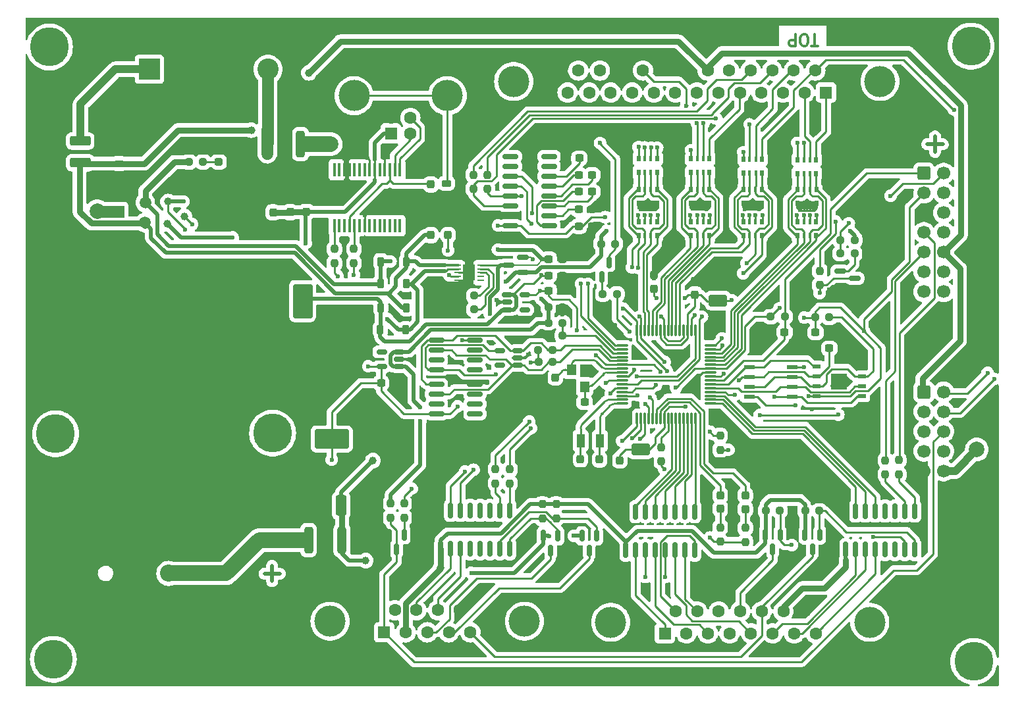
<source format=gtl>
%TF.GenerationSoftware,KiCad,Pcbnew,7.0.1*%
%TF.CreationDate,2023-06-06T18:19:58-03:00*%
%TF.ProjectId,HLI-M,484c492d-4d2e-46b6-9963-61645f706362,rev?*%
%TF.SameCoordinates,Original*%
%TF.FileFunction,Copper,L1,Top*%
%TF.FilePolarity,Positive*%
%FSLAX46Y46*%
G04 Gerber Fmt 4.6, Leading zero omitted, Abs format (unit mm)*
G04 Created by KiCad (PCBNEW 7.0.1) date 2023-06-06 18:19:58*
%MOMM*%
%LPD*%
G01*
G04 APERTURE LIST*
G04 Aperture macros list*
%AMRoundRect*
0 Rectangle with rounded corners*
0 $1 Rounding radius*
0 $2 $3 $4 $5 $6 $7 $8 $9 X,Y pos of 4 corners*
0 Add a 4 corners polygon primitive as box body*
4,1,4,$2,$3,$4,$5,$6,$7,$8,$9,$2,$3,0*
0 Add four circle primitives for the rounded corners*
1,1,$1+$1,$2,$3*
1,1,$1+$1,$4,$5*
1,1,$1+$1,$6,$7*
1,1,$1+$1,$8,$9*
0 Add four rect primitives between the rounded corners*
20,1,$1+$1,$2,$3,$4,$5,0*
20,1,$1+$1,$4,$5,$6,$7,0*
20,1,$1+$1,$6,$7,$8,$9,0*
20,1,$1+$1,$8,$9,$2,$3,0*%
G04 Aperture macros list end*
%TA.AperFunction,NonConductor*%
%ADD10C,0.500000*%
%TD*%
%ADD11C,0.300000*%
%TA.AperFunction,NonConductor*%
%ADD12C,0.300000*%
%TD*%
%TA.AperFunction,SMDPad,CuDef*%
%ADD13RoundRect,0.237500X-0.300000X-0.237500X0.300000X-0.237500X0.300000X0.237500X-0.300000X0.237500X0*%
%TD*%
%TA.AperFunction,SMDPad,CuDef*%
%ADD14RoundRect,0.237500X0.300000X0.237500X-0.300000X0.237500X-0.300000X-0.237500X0.300000X-0.237500X0*%
%TD*%
%TA.AperFunction,SMDPad,CuDef*%
%ADD15RoundRect,0.250001X0.924999X-0.499999X0.924999X0.499999X-0.924999X0.499999X-0.924999X-0.499999X0*%
%TD*%
%TA.AperFunction,SMDPad,CuDef*%
%ADD16RoundRect,0.237500X0.237500X-0.300000X0.237500X0.300000X-0.237500X0.300000X-0.237500X-0.300000X0*%
%TD*%
%TA.AperFunction,SMDPad,CuDef*%
%ADD17RoundRect,0.250001X-0.924999X0.499999X-0.924999X-0.499999X0.924999X-0.499999X0.924999X0.499999X0*%
%TD*%
%TA.AperFunction,SMDPad,CuDef*%
%ADD18R,0.500000X0.800000*%
%TD*%
%TA.AperFunction,SMDPad,CuDef*%
%ADD19R,0.400000X0.800000*%
%TD*%
%TA.AperFunction,SMDPad,CuDef*%
%ADD20RoundRect,0.237500X-0.237500X0.287500X-0.237500X-0.287500X0.237500X-0.287500X0.237500X0.287500X0*%
%TD*%
%TA.AperFunction,ComponentPad*%
%ADD21C,4.000000*%
%TD*%
%TA.AperFunction,ComponentPad*%
%ADD22R,1.600000X1.600000*%
%TD*%
%TA.AperFunction,ComponentPad*%
%ADD23C,1.600000*%
%TD*%
%TA.AperFunction,SMDPad,CuDef*%
%ADD24RoundRect,0.150000X0.150000X-0.587500X0.150000X0.587500X-0.150000X0.587500X-0.150000X-0.587500X0*%
%TD*%
%TA.AperFunction,SMDPad,CuDef*%
%ADD25RoundRect,0.150000X-0.150000X0.587500X-0.150000X-0.587500X0.150000X-0.587500X0.150000X0.587500X0*%
%TD*%
%TA.AperFunction,SMDPad,CuDef*%
%ADD26RoundRect,0.237500X-0.250000X-0.237500X0.250000X-0.237500X0.250000X0.237500X-0.250000X0.237500X0*%
%TD*%
%TA.AperFunction,SMDPad,CuDef*%
%ADD27RoundRect,0.237500X0.250000X0.237500X-0.250000X0.237500X-0.250000X-0.237500X0.250000X-0.237500X0*%
%TD*%
%TA.AperFunction,SMDPad,CuDef*%
%ADD28RoundRect,0.237500X-0.237500X0.250000X-0.237500X-0.250000X0.237500X-0.250000X0.237500X0.250000X0*%
%TD*%
%TA.AperFunction,SMDPad,CuDef*%
%ADD29RoundRect,0.237500X0.237500X-0.250000X0.237500X0.250000X-0.237500X0.250000X-0.237500X-0.250000X0*%
%TD*%
%TA.AperFunction,SMDPad,CuDef*%
%ADD30RoundRect,0.075000X0.662500X0.075000X-0.662500X0.075000X-0.662500X-0.075000X0.662500X-0.075000X0*%
%TD*%
%TA.AperFunction,SMDPad,CuDef*%
%ADD31RoundRect,0.075000X0.075000X0.662500X-0.075000X0.662500X-0.075000X-0.662500X0.075000X-0.662500X0*%
%TD*%
%TA.AperFunction,SMDPad,CuDef*%
%ADD32R,0.812800X0.254000*%
%TD*%
%TA.AperFunction,SMDPad,CuDef*%
%ADD33R,1.600000X2.000000*%
%TD*%
%TA.AperFunction,SMDPad,CuDef*%
%ADD34RoundRect,0.150000X-0.512500X-0.150000X0.512500X-0.150000X0.512500X0.150000X-0.512500X0.150000X0*%
%TD*%
%TA.AperFunction,SMDPad,CuDef*%
%ADD35R,1.460500X0.538480*%
%TD*%
%TA.AperFunction,SMDPad,CuDef*%
%ADD36RoundRect,0.150000X0.512500X0.150000X-0.512500X0.150000X-0.512500X-0.150000X0.512500X-0.150000X0*%
%TD*%
%TA.AperFunction,SMDPad,CuDef*%
%ADD37RoundRect,0.150000X-0.150000X0.825000X-0.150000X-0.825000X0.150000X-0.825000X0.150000X0.825000X0*%
%TD*%
%TA.AperFunction,SMDPad,CuDef*%
%ADD38RoundRect,0.150000X0.825000X0.150000X-0.825000X0.150000X-0.825000X-0.150000X0.825000X-0.150000X0*%
%TD*%
%TA.AperFunction,SMDPad,CuDef*%
%ADD39RoundRect,0.237500X-0.237500X0.300000X-0.237500X-0.300000X0.237500X-0.300000X0.237500X0.300000X0*%
%TD*%
%TA.AperFunction,SMDPad,CuDef*%
%ADD40RoundRect,0.218750X0.381250X-0.218750X0.381250X0.218750X-0.381250X0.218750X-0.381250X-0.218750X0*%
%TD*%
%TA.AperFunction,ComponentPad*%
%ADD41R,2.730000X2.730000*%
%TD*%
%TA.AperFunction,ComponentPad*%
%ADD42C,2.730000*%
%TD*%
%TA.AperFunction,SMDPad,CuDef*%
%ADD43C,1.500000*%
%TD*%
%TA.AperFunction,SMDPad,CuDef*%
%ADD44C,1.000000*%
%TD*%
%TA.AperFunction,SMDPad,CuDef*%
%ADD45RoundRect,0.250000X-0.312500X-1.450000X0.312500X-1.450000X0.312500X1.450000X-0.312500X1.450000X0*%
%TD*%
%TA.AperFunction,ComponentPad*%
%ADD46RoundRect,0.250000X-0.600000X-0.600000X0.600000X-0.600000X0.600000X0.600000X-0.600000X0.600000X0*%
%TD*%
%TA.AperFunction,ComponentPad*%
%ADD47C,1.700000*%
%TD*%
%TA.AperFunction,SMDPad,CuDef*%
%ADD48RoundRect,0.237500X0.287500X0.237500X-0.287500X0.237500X-0.287500X-0.237500X0.287500X-0.237500X0*%
%TD*%
%TA.AperFunction,SMDPad,CuDef*%
%ADD49RoundRect,0.150000X0.587500X0.150000X-0.587500X0.150000X-0.587500X-0.150000X0.587500X-0.150000X0*%
%TD*%
%TA.AperFunction,SMDPad,CuDef*%
%ADD50RoundRect,0.250000X-1.950000X-1.000000X1.950000X-1.000000X1.950000X1.000000X-1.950000X1.000000X0*%
%TD*%
%TA.AperFunction,SMDPad,CuDef*%
%ADD51RoundRect,0.150000X-0.587500X-0.150000X0.587500X-0.150000X0.587500X0.150000X-0.587500X0.150000X0*%
%TD*%
%TA.AperFunction,SMDPad,CuDef*%
%ADD52RoundRect,0.225000X-0.225000X-0.375000X0.225000X-0.375000X0.225000X0.375000X-0.225000X0.375000X0*%
%TD*%
%TA.AperFunction,SMDPad,CuDef*%
%ADD53RoundRect,0.250000X-1.000000X1.950000X-1.000000X-1.950000X1.000000X-1.950000X1.000000X1.950000X0*%
%TD*%
%TA.AperFunction,SMDPad,CuDef*%
%ADD54R,1.200000X1.400000*%
%TD*%
%TA.AperFunction,SMDPad,CuDef*%
%ADD55RoundRect,0.225000X0.375000X-0.225000X0.375000X0.225000X-0.375000X0.225000X-0.375000X-0.225000X0*%
%TD*%
%TA.AperFunction,SMDPad,CuDef*%
%ADD56RoundRect,0.250000X0.425000X1.075000X-0.425000X1.075000X-0.425000X-1.075000X0.425000X-1.075000X0*%
%TD*%
%TA.AperFunction,SMDPad,CuDef*%
%ADD57R,1.100000X0.500000*%
%TD*%
%TA.AperFunction,SMDPad,CuDef*%
%ADD58R,2.000000X2.000000*%
%TD*%
%TA.AperFunction,ComponentPad*%
%ADD59C,2.205000*%
%TD*%
%TA.AperFunction,SMDPad,CuDef*%
%ADD60RoundRect,0.250000X0.312500X1.450000X-0.312500X1.450000X-0.312500X-1.450000X0.312500X-1.450000X0*%
%TD*%
%TA.AperFunction,SMDPad,CuDef*%
%ADD61R,1.000000X1.800000*%
%TD*%
%TA.AperFunction,SMDPad,CuDef*%
%ADD62RoundRect,0.250000X-1.075000X0.375000X-1.075000X-0.375000X1.075000X-0.375000X1.075000X0.375000X0*%
%TD*%
%TA.AperFunction,SMDPad,CuDef*%
%ADD63R,1.500000X1.500000*%
%TD*%
%TA.AperFunction,SMDPad,CuDef*%
%ADD64R,0.450000X1.750000*%
%TD*%
%TA.AperFunction,ViaPad*%
%ADD65C,5.000000*%
%TD*%
%TA.AperFunction,ViaPad*%
%ADD66C,0.600000*%
%TD*%
%TA.AperFunction,ViaPad*%
%ADD67C,2.000000*%
%TD*%
%TA.AperFunction,ViaPad*%
%ADD68C,1.000000*%
%TD*%
%TA.AperFunction,Conductor*%
%ADD69C,0.250000*%
%TD*%
%TA.AperFunction,Conductor*%
%ADD70C,0.762000*%
%TD*%
%TA.AperFunction,Conductor*%
%ADD71C,0.500000*%
%TD*%
%TA.AperFunction,Conductor*%
%ADD72C,1.500000*%
%TD*%
%TA.AperFunction,Conductor*%
%ADD73C,1.000000*%
%TD*%
%TA.AperFunction,Conductor*%
%ADD74C,0.300000*%
%TD*%
%TA.AperFunction,Conductor*%
%ADD75C,0.200000*%
%TD*%
%TA.AperFunction,Conductor*%
%ADD76C,2.000000*%
%TD*%
G04 APERTURE END LIST*
D10*
X182016400Y-43424600D02*
X182016400Y-45424600D01*
X182001600Y-43411800D02*
X182001600Y-45411800D01*
X183001600Y-44411800D02*
X181001600Y-44411800D01*
X96790000Y-98660000D02*
X96790000Y-100660000D01*
X97790600Y-99689600D02*
X95790600Y-99689600D01*
X183016400Y-44424600D02*
X181016400Y-44424600D01*
D11*
D12*
X166986285Y-31780671D02*
X166129143Y-31780671D01*
X166557714Y-30280671D02*
X166557714Y-31780671D01*
X165343428Y-31780671D02*
X165057714Y-31780671D01*
X165057714Y-31780671D02*
X164914857Y-31709242D01*
X164914857Y-31709242D02*
X164772000Y-31566385D01*
X164772000Y-31566385D02*
X164700571Y-31280671D01*
X164700571Y-31280671D02*
X164700571Y-30780671D01*
X164700571Y-30780671D02*
X164772000Y-30494957D01*
X164772000Y-30494957D02*
X164914857Y-30352100D01*
X164914857Y-30352100D02*
X165057714Y-30280671D01*
X165057714Y-30280671D02*
X165343428Y-30280671D01*
X165343428Y-30280671D02*
X165486286Y-30352100D01*
X165486286Y-30352100D02*
X165629143Y-30494957D01*
X165629143Y-30494957D02*
X165700571Y-30780671D01*
X165700571Y-30780671D02*
X165700571Y-31280671D01*
X165700571Y-31280671D02*
X165629143Y-31566385D01*
X165629143Y-31566385D02*
X165486286Y-31709242D01*
X165486286Y-31709242D02*
X165343428Y-31780671D01*
X164057714Y-30280671D02*
X164057714Y-31780671D01*
X164057714Y-31780671D02*
X163486285Y-31780671D01*
X163486285Y-31780671D02*
X163343428Y-31709242D01*
X163343428Y-31709242D02*
X163271999Y-31637814D01*
X163271999Y-31637814D02*
X163200571Y-31494957D01*
X163200571Y-31494957D02*
X163200571Y-31280671D01*
X163200571Y-31280671D02*
X163271999Y-31137814D01*
X163271999Y-31137814D02*
X163343428Y-31066385D01*
X163343428Y-31066385D02*
X163486285Y-30994957D01*
X163486285Y-30994957D02*
X164057714Y-30994957D01*
D13*
%TO.P,C6,1*%
%TO.N,+3V3*%
X110775000Y-75150000D03*
%TO.P,C6,2*%
%TO.N,0*%
X112500000Y-75150000D03*
%TD*%
%TO.P,C9,1*%
%TO.N,VBAT*%
X132337500Y-59200000D03*
%TO.P,C9,2*%
%TO.N,0*%
X134062500Y-59200000D03*
%TD*%
%TO.P,C12,1*%
%TO.N,+3.3VP*%
X132337500Y-63251000D03*
%TO.P,C12,2*%
%TO.N,0*%
X134062500Y-63251000D03*
%TD*%
%TO.P,C13,1*%
%TO.N,+3.3VP*%
X166650500Y-68630800D03*
%TO.P,C13,2*%
%TO.N,0*%
X168375500Y-68630800D03*
%TD*%
D14*
%TO.P,C14,1*%
%TO.N,Net-(U1-SCK2{slash}RG6)*%
X168426300Y-70688200D03*
%TO.P,C14,2*%
%TO.N,0*%
X166701300Y-70688200D03*
%TD*%
%TO.P,C15,1*%
%TO.N,RESET*%
X162662500Y-68600000D03*
%TO.P,C15,2*%
%TO.N,0*%
X160937500Y-68600000D03*
%TD*%
D15*
%TO.P,C16,1*%
%TO.N,+3.3VP*%
X154100000Y-64525000D03*
%TO.P,C16,2*%
%TO.N,0*%
X154100000Y-61275000D03*
%TD*%
D16*
%TO.P,C17,1*%
%TO.N,+3.3VP*%
X151155400Y-63752900D03*
%TO.P,C17,2*%
%TO.N,0*%
X151155400Y-62027900D03*
%TD*%
%TO.P,C18,1*%
%TO.N,+3.3VP*%
X145900000Y-63002478D03*
%TO.P,C18,2*%
%TO.N,0*%
X145900000Y-61277478D03*
%TD*%
D17*
%TO.P,C20,1*%
%TO.N,Net-(U1-VDDCORE)*%
X144145000Y-83719000D03*
%TO.P,C20,2*%
%TO.N,0*%
X144145000Y-86969000D03*
%TD*%
D18*
%TO.P,CA1,1*%
%TO.N,K0*%
X166751800Y-50254400D03*
D19*
%TO.P,CA1,2*%
%TO.N,K1*%
X165951800Y-50254400D03*
%TO.P,CA1,3*%
%TO.N,K2*%
X165151800Y-50254400D03*
D18*
%TO.P,CA1,4*%
%TO.N,K3*%
X164351800Y-50254400D03*
%TO.P,CA1,5*%
%TO.N,0*%
X164351800Y-52054400D03*
D19*
%TO.P,CA1,6*%
X165151800Y-52054400D03*
%TO.P,CA1,7*%
X165951800Y-52054400D03*
D18*
%TO.P,CA1,8*%
X166751800Y-52054400D03*
%TD*%
%TO.P,CA4,1*%
%TO.N,K8*%
X146284800Y-50203600D03*
D19*
%TO.P,CA4,2*%
%TO.N,K9*%
X145484800Y-50203600D03*
%TO.P,CA4,3*%
%TO.N,KA*%
X144684800Y-50203600D03*
D18*
%TO.P,CA4,4*%
%TO.N,KB*%
X143884800Y-50203600D03*
%TO.P,CA4,5*%
%TO.N,0*%
X143884800Y-52003600D03*
D19*
%TO.P,CA4,6*%
X144684800Y-52003600D03*
%TO.P,CA4,7*%
X145484800Y-52003600D03*
D18*
%TO.P,CA4,8*%
X146284800Y-52003600D03*
%TD*%
D20*
%TO.P,LED2,1,K*%
%TO.N,LED2*%
X157632400Y-89625200D03*
%TO.P,LED2,2,A*%
%TO.N,Net-(LED2-A)*%
X157632400Y-91375200D03*
%TD*%
%TO.P,LED3,1,K*%
%TO.N,LED3*%
X154406600Y-89585800D03*
%TO.P,LED3,2,A*%
%TO.N,Net-(LED3-A)*%
X154406600Y-91335800D03*
%TD*%
D21*
%TO.P,CON3,0*%
%TO.N,N/C*%
X174939000Y-36346300D03*
X127839000Y-36346300D03*
D22*
%TO.P,CON3,1,Pin_1*%
%TO.N,K_0*%
X168009000Y-37766300D03*
D23*
%TO.P,CON3,2,Pin_2*%
%TO.N,K_1*%
X165239000Y-37766300D03*
%TO.P,CON3,3,Pin_3*%
%TO.N,K_2*%
X162469000Y-37766300D03*
%TO.P,CON3,4,Pin_4*%
%TO.N,K_3*%
X159699000Y-37766300D03*
%TO.P,CON3,5,Pin_5*%
%TO.N,K_4*%
X156929000Y-37766300D03*
%TO.P,CON3,6,Pin_6*%
%TO.N,K_5*%
X154159000Y-37766300D03*
%TO.P,CON3,7,Pin_7*%
%TO.N,K_6*%
X151389000Y-37766300D03*
%TO.P,CON3,8,Pin_8*%
%TO.N,K_7*%
X148619000Y-37766300D03*
%TO.P,CON3,9,Pin_9*%
%TO.N,K_8*%
X145849000Y-37766300D03*
%TO.P,CON3,10,Pin_10*%
%TO.N,K_9*%
X143079000Y-37766300D03*
%TO.P,CON3,11,Pin_11*%
%TO.N,K_A*%
X140309000Y-37766300D03*
%TO.P,CON3,12,Pin_12*%
%TO.N,K_B*%
X137539000Y-37766300D03*
%TO.P,CON3,13,Pin_13*%
%TO.N,INIB*%
X134769000Y-37766300D03*
%TO.P,CON3,14,Pin_14*%
%TO.N,NOTE_*%
X166624000Y-34926300D03*
%TO.P,CON3,15,Pin_15*%
%TO.N,K_C*%
X163854000Y-34926300D03*
%TO.P,CON3,16,Pin_16*%
%TO.N,Net-(CON3-Pin_16)*%
X161084000Y-34926300D03*
%TO.P,CON3,17,Pin_17*%
%TO.N,Net-(CON3-Pin_17)*%
X158314000Y-34926300D03*
%TO.P,CON3,18,Pin_18*%
%TO.N,K_D*%
X155544000Y-34926300D03*
%TO.P,CON3,19,Pin_19*%
%TO.N,+5V*%
X152774000Y-34926300D03*
%TO.P,CON3,20,Pin_20*%
%TO.N,0*%
X150004000Y-34926300D03*
%TO.P,CON3,21,Pin_21*%
X147234000Y-34926300D03*
%TO.P,CON3,22,Pin_22*%
%TO.N,K_E*%
X144464000Y-34926300D03*
%TO.P,CON3,23,Pin_23*%
%TO.N,0*%
X141694000Y-34926300D03*
%TO.P,CON3,24,Pin_24*%
%TO.N,Net-(CON3-Pin_24)*%
X138924000Y-34926300D03*
%TO.P,CON3,25,Pin_25*%
X136154000Y-34926300D03*
%TD*%
D24*
%TO.P,Q3,1,B*%
%TO.N,Net-(Q3-B)*%
X139150000Y-61475000D03*
%TO.P,Q3,2,E*%
%TO.N,0*%
X141050000Y-61475000D03*
%TO.P,Q3,3,C*%
%TO.N,INIB*%
X140100000Y-59600000D03*
%TD*%
D25*
%TO.P,Q5,1,G*%
%TO.N,Net-(Q5-G)*%
X133538000Y-94818600D03*
%TO.P,Q5,2,S*%
%TO.N,+12V*%
X131638000Y-94818600D03*
%TO.P,Q5,3,D*%
%TO.N,CIN1*%
X132588000Y-96693600D03*
%TD*%
D26*
%TO.P,R3,1*%
%TO.N,+5VD*%
X86075000Y-46700000D03*
%TO.P,R3,2*%
%TO.N,Net-(LED1-A)*%
X87900000Y-46700000D03*
%TD*%
%TO.P,R4,1*%
%TO.N,0*%
X120905900Y-63906400D03*
%TO.P,R4,2*%
%TO.N,Net-(U6-ISET)*%
X122730900Y-63906400D03*
%TD*%
D27*
%TO.P,R5,1*%
%TO.N,Net-(U6-TS)*%
X122756300Y-65659000D03*
%TO.P,R5,2*%
%TO.N,0*%
X120931300Y-65659000D03*
%TD*%
D26*
%TO.P,R7,1*%
%TO.N,+3.3VP*%
X166575100Y-66700400D03*
%TO.P,R7,2*%
%TO.N,Net-(U2-\u002AHOLD)*%
X168400100Y-66700400D03*
%TD*%
D28*
%TO.P,R9,1*%
%TO.N,Net-(U1-RB6)*%
X127330200Y-86236800D03*
%TO.P,R9,2*%
%TO.N,PIN-COUT1*%
X127330200Y-88061800D03*
%TD*%
%TO.P,R8,1*%
%TO.N,Net-(U1-RD8)*%
X125501400Y-86233000D03*
%TO.P,R8,2*%
%TO.N,PIN-CIN1*%
X125501400Y-88058000D03*
%TD*%
D26*
%TO.P,R12,1*%
%TO.N,+3.3VP*%
X160887500Y-66600000D03*
%TO.P,R12,2*%
%TO.N,RESET*%
X162712500Y-66600000D03*
%TD*%
D29*
%TO.P,R13,1*%
%TO.N,+3.3VP*%
X146812000Y-85240500D03*
%TO.P,R13,2*%
%TO.N,Net-(R13-Pad2)*%
X146812000Y-83415500D03*
%TD*%
%TO.P,R27,1*%
%TO.N,+3V3*%
X157632400Y-95603700D03*
%TO.P,R27,2*%
%TO.N,Net-(LED2-A)*%
X157632400Y-93778700D03*
%TD*%
%TO.P,R28,1*%
%TO.N,+3V3*%
X154406600Y-95564300D03*
%TO.P,R28,2*%
%TO.N,Net-(LED3-A)*%
X154406600Y-93739300D03*
%TD*%
D27*
%TO.P,R29,1*%
%TO.N,PIN-PWRMODE*%
X134112500Y-67400000D03*
%TO.P,R29,2*%
%TO.N,+5VD*%
X132287500Y-67400000D03*
%TD*%
D26*
%TO.P,R30,1*%
%TO.N,0*%
X132287500Y-69025600D03*
%TO.P,R30,2*%
%TO.N,PIN-PWRMODE*%
X134112500Y-69025600D03*
%TD*%
%TO.P,R20,1*%
%TO.N,Net-(Q3-B)*%
X139287500Y-63700000D03*
%TO.P,R20,2*%
%TO.N,PIN-INIB*%
X141112500Y-63700000D03*
%TD*%
D28*
%TO.P,R24,1*%
%TO.N,+12V*%
X131521200Y-90728800D03*
%TO.P,R24,2*%
%TO.N,Net-(Q5-G)*%
X131521200Y-92553800D03*
%TD*%
D18*
%TO.P,RA1,1,R1.1*%
%TO.N,K_0*%
X166732800Y-46393600D03*
D19*
%TO.P,RA1,2,R2.1*%
%TO.N,K_1*%
X165932800Y-46393600D03*
%TO.P,RA1,3,R3.1*%
%TO.N,K_2*%
X165132800Y-46393600D03*
D18*
%TO.P,RA1,4,R4.1*%
%TO.N,K_3*%
X164332800Y-46393600D03*
%TO.P,RA1,5,R4.2*%
%TO.N,K3*%
X164332800Y-48193600D03*
D19*
%TO.P,RA1,6,R3.2*%
%TO.N,K2*%
X165132800Y-48193600D03*
%TO.P,RA1,7,R2.2*%
%TO.N,K1*%
X165932800Y-48193600D03*
D18*
%TO.P,RA1,8,R1.2*%
%TO.N,K0*%
X166732800Y-48193600D03*
%TD*%
%TO.P,RA3,1,R1.1*%
%TO.N,K_4*%
X153016800Y-46266600D03*
D19*
%TO.P,RA3,2,R2.1*%
%TO.N,K_5*%
X152216800Y-46266600D03*
%TO.P,RA3,3,R3.1*%
%TO.N,K_6*%
X151416800Y-46266600D03*
D18*
%TO.P,RA3,4,R4.1*%
%TO.N,K_7*%
X150616800Y-46266600D03*
%TO.P,RA3,5,R4.2*%
%TO.N,K7*%
X150616800Y-48066600D03*
D19*
%TO.P,RA3,6,R3.2*%
%TO.N,K6*%
X151416800Y-48066600D03*
%TO.P,RA3,7,R2.2*%
%TO.N,K5*%
X152216800Y-48066600D03*
D18*
%TO.P,RA3,8,R1.2*%
%TO.N,K4*%
X153016800Y-48066600D03*
%TD*%
%TO.P,RA4,1,R1.1*%
%TO.N,K_8*%
X146284800Y-46266600D03*
D19*
%TO.P,RA4,2,R2.1*%
%TO.N,K_9*%
X145484800Y-46266600D03*
%TO.P,RA4,3,R3.1*%
%TO.N,K_A*%
X144684800Y-46266600D03*
D18*
%TO.P,RA4,4,R4.1*%
%TO.N,K_B*%
X143884800Y-46266600D03*
%TO.P,RA4,5,R4.2*%
%TO.N,KB*%
X143884800Y-48066600D03*
D19*
%TO.P,RA4,6,R3.2*%
%TO.N,KA*%
X144684800Y-48066600D03*
%TO.P,RA4,7,R2.2*%
%TO.N,K9*%
X145484800Y-48066600D03*
D18*
%TO.P,RA4,8,R1.2*%
%TO.N,K8*%
X146284800Y-48066600D03*
%TD*%
%TO.P,RA5,1,R1.1*%
%TO.N,+3V3*%
X166732800Y-54394600D03*
D19*
%TO.P,RA5,2,R2.1*%
X165932800Y-54394600D03*
%TO.P,RA5,3,R3.1*%
X165132800Y-54394600D03*
D18*
%TO.P,RA5,4,R4.1*%
X164332800Y-54394600D03*
%TO.P,RA5,5,R4.2*%
%TO.N,K3*%
X164332800Y-56194600D03*
D19*
%TO.P,RA5,6,R3.2*%
%TO.N,K2*%
X165132800Y-56194600D03*
%TO.P,RA5,7,R2.2*%
%TO.N,K1*%
X165932800Y-56194600D03*
D18*
%TO.P,RA5,8,R1.2*%
%TO.N,K0*%
X166732800Y-56194600D03*
%TD*%
%TO.P,RA7,1,R1.1*%
%TO.N,+3V3*%
X153016800Y-54394600D03*
D19*
%TO.P,RA7,2,R2.1*%
X152216800Y-54394600D03*
%TO.P,RA7,3,R3.1*%
X151416800Y-54394600D03*
D18*
%TO.P,RA7,4,R4.1*%
X150616800Y-54394600D03*
%TO.P,RA7,5,R4.2*%
%TO.N,K7*%
X150616800Y-56194600D03*
D19*
%TO.P,RA7,6,R3.2*%
%TO.N,K6*%
X151416800Y-56194600D03*
%TO.P,RA7,7,R2.2*%
%TO.N,K5*%
X152216800Y-56194600D03*
D18*
%TO.P,RA7,8,R1.2*%
%TO.N,K4*%
X153016800Y-56194600D03*
%TD*%
%TO.P,RA8,1,R1.1*%
%TO.N,+3V3*%
X146284800Y-54394600D03*
D19*
%TO.P,RA8,2,R2.1*%
X145484800Y-54394600D03*
%TO.P,RA8,3,R3.1*%
X144684800Y-54394600D03*
D18*
%TO.P,RA8,4,R4.1*%
X143884800Y-54394600D03*
%TO.P,RA8,5,R4.2*%
%TO.N,KB*%
X143884800Y-56194600D03*
D19*
%TO.P,RA8,6,R3.2*%
%TO.N,KA*%
X144684800Y-56194600D03*
%TO.P,RA8,7,R2.2*%
%TO.N,K9*%
X145484800Y-56194600D03*
D18*
%TO.P,RA8,8,R1.2*%
%TO.N,K8*%
X146284800Y-56194600D03*
%TD*%
D30*
%TO.P,U1,1,RG15*%
%TO.N,PIN-S5*%
X153109500Y-77791000D03*
%TO.P,U1,2,RC1*%
%TO.N,PIN-S6*%
X153109500Y-77291000D03*
%TO.P,U1,3,RC2*%
%TO.N,PIN-S7*%
X153109500Y-76791000D03*
%TO.P,U1,4,SCK2/RG6*%
%TO.N,Net-(U1-SCK2{slash}RG6)*%
X153109500Y-76291000D03*
%TO.P,U1,5,SDI2/RG7*%
%TO.N,Net-(U1-SDI2{slash}RG7)*%
X153109500Y-75791000D03*
%TO.P,U1,6,SDO2/RG8*%
%TO.N,Net-(U1-SDO2{slash}RG8)*%
X153109500Y-75291000D03*
%TO.P,U1,7,\u002AMCLR*%
%TO.N,RESET*%
X153109500Y-74791000D03*
%TO.P,U1,8,\u002ASS2/RG9*%
%TO.N,Net-(U1-\u002ASS2{slash}RG9)*%
X153109500Y-74291000D03*
%TO.P,U1,9,VSS*%
%TO.N,0*%
X153109500Y-73791000D03*
%TO.P,U1,10,VDD*%
%TO.N,+3.3VP*%
X153109500Y-73291000D03*
%TO.P,U1,11,RB5*%
%TO.N,K0*%
X153109500Y-72791000D03*
%TO.P,U1,12,RB4*%
%TO.N,K1*%
X153109500Y-72291000D03*
%TO.P,U1,13,RB3*%
%TO.N,K2*%
X153109500Y-71791000D03*
%TO.P,U1,14,RB2*%
%TO.N,K3*%
X153109500Y-71291000D03*
%TO.P,U1,15,RB1*%
%TO.N,PGEC2*%
X153109500Y-70791000D03*
%TO.P,U1,16,RB0*%
%TO.N,PGED2*%
X153109500Y-70291000D03*
D31*
%TO.P,U1,17,RB6*%
%TO.N,Net-(U1-RB6)*%
X151197000Y-68378500D03*
%TO.P,U1,18,RB7*%
%TO.N,KC*%
X150697000Y-68378500D03*
%TO.P,U1,19,AVDD*%
%TO.N,+3.3VP*%
X150197000Y-68378500D03*
%TO.P,U1,20,AVSS*%
%TO.N,0*%
X149697000Y-68378500D03*
%TO.P,U1,21,RB8*%
%TO.N,KD*%
X149197000Y-68378500D03*
%TO.P,U1,22,RB9*%
%TO.N,KE*%
X148697000Y-68378500D03*
%TO.P,U1,23,RB10*%
%TO.N,K4*%
X148197000Y-68378500D03*
%TO.P,U1,24,RB11*%
%TO.N,K5*%
X147697000Y-68378500D03*
%TO.P,U1,25,VSS*%
%TO.N,0*%
X147197000Y-68378500D03*
%TO.P,U1,26,VDD*%
%TO.N,+3.3VP*%
X146697000Y-68378500D03*
%TO.P,U1,27,RB12*%
%TO.N,K6*%
X146197000Y-68378500D03*
%TO.P,U1,28,RB13*%
%TO.N,K7*%
X145697000Y-68378500D03*
%TO.P,U1,29,RB14*%
%TO.N,K8*%
X145197000Y-68378500D03*
%TO.P,U1,30,RB15*%
%TO.N,K9*%
X144697000Y-68378500D03*
%TO.P,U1,31,U2RX/RF4*%
%TO.N,TXA*%
X144197000Y-68378500D03*
%TO.P,U1,32,U2TX/RF5*%
%TO.N,RXA*%
X143697000Y-68378500D03*
D30*
%TO.P,U1,33,U1TX/RF3*%
%TO.N,Net-(U1-U1TX{slash}RF3)*%
X141784500Y-70291000D03*
%TO.P,U1,34,U1RX/RF2*%
%TO.N,Net-(U1-U1RX{slash}RF2)*%
X141784500Y-70791000D03*
%TO.P,U1,35,RF6*%
%TO.N,PIN-PWRMODE*%
X141784500Y-71291000D03*
%TO.P,U1,36,SDA1/RG3*%
%TO.N,PIN-SDA*%
X141784500Y-71791000D03*
%TO.P,U1,37,SCL1/RG2*%
%TO.N,PIN-SCL*%
X141784500Y-72291000D03*
%TO.P,U1,38,VDD*%
%TO.N,+3.3VP*%
X141784500Y-72791000D03*
%TO.P,U1,39,OSC1/CLKIN*%
%TO.N,Net-(U1-OSC1{slash}CLKIN)*%
X141784500Y-73291000D03*
%TO.P,U1,40,OSC2/CLKO*%
%TO.N,Net-(U1-OSC2{slash}CLKO)*%
X141784500Y-73791000D03*
%TO.P,U1,41,VSS*%
%TO.N,0*%
X141784500Y-74291000D03*
%TO.P,U1,42,RD8*%
%TO.N,Net-(U1-RD8)*%
X141784500Y-74791000D03*
%TO.P,U1,43,RD9*%
%TO.N,NOTE*%
X141784500Y-75291000D03*
%TO.P,U1,44,RD10*%
%TO.N,EXTERN_D10*%
X141784500Y-75791000D03*
%TO.P,U1,45,RD11*%
%TO.N,EXTERN_D11*%
X141784500Y-76291000D03*
%TO.P,U1,46,RD0*%
%TO.N,PIN-INIB*%
X141784500Y-76791000D03*
%TO.P,U1,47,RC13*%
%TO.N,Net-(U1-RC13)*%
X141784500Y-77291000D03*
%TO.P,U1,48,RC14*%
%TO.N,Net-(U1-RC14)*%
X141784500Y-77791000D03*
D31*
%TO.P,U1,49,RD1*%
%TO.N,PIN-S11*%
X143697000Y-79703500D03*
%TO.P,U1,50,RD2*%
%TO.N,PIN-S10*%
X144197000Y-79703500D03*
%TO.P,U1,51,RD3*%
%TO.N,PIN-PRINT*%
X144697000Y-79703500D03*
%TO.P,U1,52,RD4*%
%TO.N,KB*%
X145197000Y-79703500D03*
%TO.P,U1,53,RD5*%
%TO.N,KA*%
X145697000Y-79703500D03*
%TO.P,U1,54,RD6*%
%TO.N,LED2*%
X146197000Y-79703500D03*
%TO.P,U1,55,RD7*%
%TO.N,LED3*%
X146697000Y-79703500D03*
%TO.P,U1,56,VDDCORE*%
%TO.N,Net-(U1-VDDCORE)*%
X147197000Y-79703500D03*
%TO.P,U1,57,VDD*%
%TO.N,Net-(R13-Pad2)*%
X147697000Y-79703500D03*
%TO.P,U1,58,RF0*%
%TO.N,PIN-S0*%
X148197000Y-79703500D03*
%TO.P,U1,59,RF1*%
%TO.N,PIN-S1*%
X148697000Y-79703500D03*
%TO.P,U1,60,RG1*%
%TO.N,PIN-S2*%
X149197000Y-79703500D03*
%TO.P,U1,61,RG0*%
%TO.N,PIN-S3*%
X149697000Y-79703500D03*
%TO.P,U1,62,RG14*%
%TO.N,PIN-S4*%
X150197000Y-79703500D03*
%TO.P,U1,63,RG12*%
%TO.N,PIN-S9*%
X150697000Y-79703500D03*
%TO.P,U1,64,RG13*%
%TO.N,PIN-S8*%
X151197000Y-79703500D03*
%TD*%
D32*
%TO.P,U6,1,CHG_IN*%
%TO.N,+5V*%
X120670600Y-59951999D03*
%TO.P,U6,2,USBPWR*%
%TO.N,+5VL*%
X120670600Y-60452001D03*
%TO.P,U6,3,GND*%
%TO.N,0*%
X120670600Y-60952000D03*
%TO.P,U6,4,USB_SEL*%
%TO.N,Net-(U6-USB_SEL)*%
X120670600Y-61451999D03*
%TO.P,U6,5,EN_B*%
%TO.N,0*%
X120670600Y-61952001D03*
%TO.P,U6,6,STAT2*%
%TO.N,unconnected-(U6-STAT2-Pad6)*%
X123566200Y-61952001D03*
%TO.P,U6,7,STAT1*%
%TO.N,unconnected-(U6-STAT1-Pad7)*%
X123566200Y-61451999D03*
%TO.P,U6,8,ISET*%
%TO.N,Net-(U6-ISET)*%
X123566200Y-60952000D03*
%TO.P,U6,9,TS*%
%TO.N,Net-(U6-TS)*%
X123566200Y-60452001D03*
%TO.P,U6,10,BATT*%
%TO.N,VBAT*%
X123566200Y-59951999D03*
D33*
%TO.P,U6,11,DAP*%
%TO.N,0*%
X122118400Y-60952000D03*
%TD*%
D34*
%TO.P,U7,1,IN*%
%TO.N,Net-(D4-K)*%
X127000000Y-63800000D03*
%TO.P,U7,2,GND*%
%TO.N,0*%
X127000000Y-64750000D03*
%TO.P,U7,3,EN*%
%TO.N,Net-(D4-K)*%
X127000000Y-65700000D03*
%TO.P,U7,4,NC*%
%TO.N,unconnected-(U7-NC-Pad4)*%
X129275000Y-65700000D03*
%TO.P,U7,5,OUT*%
%TO.N,+3.3VP*%
X129275000Y-63800000D03*
%TD*%
D35*
%TO.P,U2,1,\u002AS*%
%TO.N,Net-(U1-\u002ASS2{slash}RG9)*%
X163608650Y-76911200D03*
%TO.P,U2,2,Q*%
%TO.N,Net-(U1-SDI2{slash}RG7)*%
X163608650Y-75641200D03*
%TO.P,U2,3,\u002AW*%
%TO.N,Net-(U2-\u002AHOLD)*%
X163608650Y-74371200D03*
%TO.P,U2,4,VSS*%
%TO.N,0*%
X163608650Y-73101200D03*
%TO.P,U2,5,D*%
%TO.N,Net-(U1-SDO2{slash}RG8)*%
X158160350Y-73101200D03*
%TO.P,U2,6,C*%
%TO.N,Net-(U1-SCK2{slash}RG6)*%
X158160350Y-74371200D03*
%TO.P,U2,7,\u002AHOLD*%
%TO.N,Net-(U2-\u002AHOLD)*%
X158160350Y-75641200D03*
%TO.P,U2,8,VDD*%
%TO.N,+3.3VP*%
X158160350Y-76911200D03*
%TD*%
D36*
%TO.P,U5,1,SCL*%
%TO.N,PIN-SCL*%
X128365600Y-72867600D03*
%TO.P,U5,2,GND*%
%TO.N,0*%
X128365600Y-71917600D03*
%TO.P,U5,3,SDA*%
%TO.N,PIN-SDA*%
X128365600Y-70967600D03*
%TO.P,U5,4,VCC*%
%TO.N,+3V3*%
X126090600Y-70967600D03*
%TO.P,U5,5,NC*%
%TO.N,unconnected-(U5-NC-Pad5)*%
X126090600Y-72867600D03*
%TD*%
D37*
%TO.P,U12,1,I1*%
%TO.N,PIN-CIN*%
X179425600Y-91632000D03*
%TO.P,U12,2,I2*%
%TO.N,PIN-COUT*%
X178155600Y-91632000D03*
%TO.P,U12,3,I3*%
%TO.N,unconnected-(U12-I3-Pad3)*%
X176885600Y-91632000D03*
%TO.P,U12,4,I4*%
%TO.N,unconnected-(U12-I4-Pad4)*%
X175615600Y-91632000D03*
%TO.P,U12,5,I5*%
%TO.N,PIN-S7*%
X174345600Y-91632000D03*
%TO.P,U12,6,I6*%
%TO.N,PIN-S6*%
X173075600Y-91632000D03*
%TO.P,U12,7,I7*%
%TO.N,PIN-S5*%
X171805600Y-91632000D03*
%TO.P,U12,8,GND*%
%TO.N,0*%
X170535600Y-91632000D03*
%TO.P,U12,9,COM*%
%TO.N,+12V*%
X170535600Y-96582000D03*
%TO.P,U12,10,O7*%
%TO.N,Net-(CON6-Pin_6)*%
X171805600Y-96582000D03*
%TO.P,U12,11,O6*%
%TO.N,Net-(CON6-Pin_7)*%
X173075600Y-96582000D03*
%TO.P,U12,12,O5*%
%TO.N,Net-(CON6-Pin_8)*%
X174345600Y-96582000D03*
%TO.P,U12,13,O4*%
%TO.N,unconnected-(U12-O4-Pad13)*%
X175615600Y-96582000D03*
%TO.P,U12,14,O3*%
%TO.N,unconnected-(U12-O3-Pad14)*%
X176885600Y-96582000D03*
%TO.P,U12,15,O2*%
%TO.N,Net-(Q7-G)*%
X178155600Y-96582000D03*
%TO.P,U12,16,O1*%
%TO.N,Net-(Q6-G)*%
X179425600Y-96582000D03*
%TD*%
%TO.P,U11,1,I1*%
%TO.N,PIN-S8*%
X151130000Y-91694000D03*
%TO.P,U11,2,I2*%
%TO.N,PIN-S9*%
X149860000Y-91694000D03*
%TO.P,U11,3,I3*%
%TO.N,PIN-S4*%
X148590000Y-91694000D03*
%TO.P,U11,4,I4*%
%TO.N,PIN-S3*%
X147320000Y-91694000D03*
%TO.P,U11,5,I5*%
%TO.N,PIN-S2*%
X146050000Y-91694000D03*
%TO.P,U11,6,I6*%
%TO.N,PIN-S1*%
X144780000Y-91694000D03*
%TO.P,U11,7,I7*%
%TO.N,PIN-S0*%
X143510000Y-91694000D03*
%TO.P,U11,8,GND*%
%TO.N,0*%
X142240000Y-91694000D03*
%TO.P,U11,9,COM*%
%TO.N,+12V*%
X142240000Y-96644000D03*
%TO.P,U11,10,O7*%
%TO.N,Net-(CON6-Pin_1)*%
X143510000Y-96644000D03*
%TO.P,U11,11,O6*%
%TO.N,Net-(CON6-Pin_2)*%
X144780000Y-96644000D03*
%TO.P,U11,12,O5*%
%TO.N,Net-(CON6-Pin_3)*%
X146050000Y-96644000D03*
%TO.P,U11,13,O4*%
%TO.N,Net-(CON6-Pin_4)*%
X147320000Y-96644000D03*
%TO.P,U11,14,O3*%
%TO.N,Net-(CON6-Pin_5)*%
X148590000Y-96644000D03*
%TO.P,U11,15,O2*%
%TO.N,Net-(CON6-Pin_10)*%
X149860000Y-96644000D03*
%TO.P,U11,16,O1*%
%TO.N,Net-(CON6-Pin_9)*%
X151130000Y-96644000D03*
%TD*%
%TO.P,U10,1,I1*%
%TO.N,PIN-COUT1*%
X127330200Y-91555800D03*
%TO.P,U10,2,I2*%
%TO.N,PIN-CIN1*%
X126060200Y-91555800D03*
%TO.P,U10,3,I3*%
%TO.N,unconnected-(U10-I3-Pad3)*%
X124790200Y-91555800D03*
%TO.P,U10,4,I4*%
%TO.N,unconnected-(U10-I4-Pad4)*%
X123520200Y-91555800D03*
%TO.P,U10,5,I5*%
%TO.N,unconnected-(U10-I5-Pad5)*%
X122250200Y-91555800D03*
%TO.P,U10,6,I6*%
%TO.N,PIN-S10*%
X120980200Y-91555800D03*
%TO.P,U10,7,I7*%
%TO.N,PIN-S11*%
X119710200Y-91555800D03*
%TO.P,U10,8,GND*%
%TO.N,0*%
X118440200Y-91555800D03*
%TO.P,U10,9,COM*%
%TO.N,+12V*%
X118440200Y-96505800D03*
%TO.P,U10,10,O7*%
%TO.N,Net-(CON7-Pin_7)*%
X119710200Y-96505800D03*
%TO.P,U10,11,O6*%
%TO.N,Net-(CON7-Pin_8)*%
X120980200Y-96505800D03*
%TO.P,U10,12,O5*%
%TO.N,unconnected-(U10-O5-Pad12)*%
X122250200Y-96505800D03*
%TO.P,U10,13,O4*%
%TO.N,unconnected-(U10-O4-Pad13)*%
X123520200Y-96505800D03*
%TO.P,U10,14,O3*%
%TO.N,unconnected-(U10-O3-Pad14)*%
X124790200Y-96505800D03*
%TO.P,U10,15,O2*%
%TO.N,Net-(Q4-G)*%
X126060200Y-96505800D03*
%TO.P,U10,16,O1*%
%TO.N,Net-(Q5-G)*%
X127330200Y-96505800D03*
%TD*%
D28*
%TO.P,R23,1*%
%TO.N,+12V*%
X133299200Y-90728800D03*
%TO.P,R23,2*%
%TO.N,Net-(Q4-G)*%
X133299200Y-92553800D03*
%TD*%
D25*
%TO.P,Q4,1,G*%
%TO.N,Net-(Q4-G)*%
X138516400Y-94818600D03*
%TO.P,Q4,2,S*%
%TO.N,+12V*%
X136616400Y-94818600D03*
%TO.P,Q4,3,D*%
%TO.N,COUT1*%
X137566400Y-96693600D03*
%TD*%
%TO.P,Q7,1,G*%
%TO.N,Net-(Q7-G)*%
X162084300Y-94652600D03*
%TO.P,Q7,2,S*%
%TO.N,+12V*%
X160184300Y-94652600D03*
%TO.P,Q7,3,D*%
%TO.N,CIN*%
X161134300Y-96527600D03*
%TD*%
D26*
%TO.P,R26,1*%
%TO.N,+12V*%
X160225100Y-91592400D03*
%TO.P,R26,2*%
%TO.N,Net-(Q7-G)*%
X162050100Y-91592400D03*
%TD*%
%TO.P,R25,1*%
%TO.N,+12V*%
X165305100Y-91592300D03*
%TO.P,R25,2*%
%TO.N,Net-(Q6-G)*%
X167130100Y-91592300D03*
%TD*%
D25*
%TO.P,Q6,1,G*%
%TO.N,Net-(Q6-G)*%
X167193000Y-94693500D03*
%TO.P,Q6,2,S*%
%TO.N,+12V*%
X165293000Y-94693500D03*
%TO.P,Q6,3,D*%
%TO.N,COUT*%
X166243000Y-96568500D03*
%TD*%
D28*
%TO.P,R10,1*%
%TO.N,PGEC2*%
X175620000Y-85087500D03*
%TO.P,R10,2*%
%TO.N,PIN-COUT*%
X175620000Y-86912500D03*
%TD*%
D38*
%TO.P,U4,1,NC*%
%TO.N,unconnected-(U4-NC-Pad1)*%
X122865000Y-79121000D03*
%TO.P,U4,2,NC*%
%TO.N,unconnected-(U4-NC-Pad2)*%
X122865000Y-77851000D03*
%TO.P,U4,3,NC*%
%TO.N,unconnected-(U4-NC-Pad3)*%
X122865000Y-76581000D03*
%TO.P,U4,4,GND*%
%TO.N,0*%
X122865000Y-75311000D03*
%TO.P,U4,5,SDA*%
%TO.N,PIN-SDA*%
X117915000Y-75311000D03*
%TO.P,U4,6,SCL*%
%TO.N,PIN-SCL*%
X117915000Y-76581000D03*
%TO.P,U4,7,NC*%
%TO.N,unconnected-(U4-NC-Pad7)*%
X117915000Y-77851000D03*
%TO.P,U4,8,VCC*%
%TO.N,+3V3*%
X117915000Y-79121000D03*
%TD*%
D26*
%TO.P,R15,1*%
%TO.N,+3V3*%
X131015500Y-72466200D03*
%TO.P,R15,2*%
%TO.N,PIN-SCL*%
X132840500Y-72466200D03*
%TD*%
%TO.P,R16,1*%
%TO.N,+3V3*%
X130992000Y-70866000D03*
%TO.P,R16,2*%
%TO.N,PIN-SDA*%
X132817000Y-70866000D03*
%TD*%
D21*
%TO.P,CON7,0*%
%TO.N,N/C*%
X129227100Y-105802700D03*
X104227100Y-105802700D03*
D22*
%TO.P,CON7,1,Pin_1*%
%TO.N,PRINT_IMP*%
X111187100Y-107222700D03*
D23*
%TO.P,CON7,2,Pin_2*%
%TO.N,+12V*%
X113957100Y-107222700D03*
%TO.P,CON7,3,Pin_3*%
%TO.N,CIN1*%
X116727100Y-107222700D03*
%TO.P,CON7,4,Pin_4*%
%TO.N,COUT1*%
X119497100Y-107222700D03*
%TO.P,CON7,5,Pin_5*%
%TO.N,COUT*%
X122267100Y-107222700D03*
%TO.P,CON7,6,Pin_6*%
%TO.N,CIN*%
X112572100Y-104382700D03*
%TO.P,CON7,7,Pin_7*%
%TO.N,Net-(CON7-Pin_7)*%
X115342100Y-104382700D03*
%TO.P,CON7,8,Pin_8*%
%TO.N,Net-(CON7-Pin_8)*%
X118112100Y-104382700D03*
%TO.P,CON7,9,Pin_9*%
%TO.N,0*%
X120882100Y-104382700D03*
%TD*%
D36*
%TO.P,U8,1,IN*%
%TO.N,+5VD*%
X113137500Y-73050000D03*
%TO.P,U8,2,GND*%
%TO.N,0*%
X113137500Y-72100000D03*
%TO.P,U8,3,EN*%
%TO.N,+5VD*%
X113137500Y-71150000D03*
%TO.P,U8,4,NC*%
%TO.N,unconnected-(U8-NC-Pad4)*%
X110862500Y-71150000D03*
%TO.P,U8,5,OUT*%
%TO.N,+3V3*%
X110862500Y-73050000D03*
%TD*%
D39*
%TO.P,C19,1*%
%TO.N,Net-(U1-VDDCORE)*%
X141478000Y-85116500D03*
%TO.P,C19,2*%
%TO.N,0*%
X141478000Y-86841500D03*
%TD*%
D38*
%TO.P,U3,1,C1+*%
%TO.N,Net-(U3-C1+)*%
X132384600Y-54874000D03*
%TO.P,U3,2,VS+*%
%TO.N,Net-(U3-VS+)*%
X132384600Y-53604000D03*
%TO.P,U3,3,C1-*%
%TO.N,Net-(U3-C1-)*%
X132384600Y-52334000D03*
%TO.P,U3,4,C2+*%
%TO.N,Net-(U3-C2+)*%
X132384600Y-51064000D03*
%TO.P,U3,5,C2-*%
%TO.N,Net-(U3-C2-)*%
X132384600Y-49794000D03*
%TO.P,U3,6,VS-*%
%TO.N,Net-(U3-VS-)*%
X132384600Y-48524000D03*
%TO.P,U3,7,T2OUT*%
%TO.N,unconnected-(U3-T2OUT-Pad7)*%
X132384600Y-47254000D03*
%TO.P,U3,8,R2IN*%
%TO.N,unconnected-(U3-R2IN-Pad8)*%
X132384600Y-45984000D03*
%TO.P,U3,9,R2OUT*%
%TO.N,unconnected-(U3-R2OUT-Pad9)*%
X127434600Y-45984000D03*
%TO.P,U3,10,T2IN*%
%TO.N,unconnected-(U3-T2IN-Pad10)*%
X127434600Y-47254000D03*
%TO.P,U3,11,T1IN*%
%TO.N,Net-(U1-U1TX{slash}RF3)*%
X127434600Y-48524000D03*
%TO.P,U3,12,R1OUT*%
%TO.N,Net-(U1-U1RX{slash}RF2)*%
X127434600Y-49794000D03*
%TO.P,U3,13,R1IN*%
%TO.N,RXP*%
X127434600Y-51064000D03*
%TO.P,U3,14,T1OUT*%
%TO.N,TXP*%
X127434600Y-52334000D03*
%TO.P,U3,15,GND*%
%TO.N,0*%
X127434600Y-53604000D03*
%TO.P,U3,16,VCC*%
%TO.N,+3V3*%
X127434600Y-54874000D03*
%TD*%
D13*
%TO.P,C27,1*%
%TO.N,Net-(U3-C1+)*%
X136222100Y-50530600D03*
%TO.P,C27,2*%
%TO.N,Net-(U3-C1-)*%
X137947100Y-50530600D03*
%TD*%
%TO.P,C28,1*%
%TO.N,Net-(U3-VS+)*%
X136222100Y-52816600D03*
%TO.P,C28,2*%
%TO.N,0*%
X137947100Y-52816600D03*
%TD*%
%TO.P,C25,1*%
%TO.N,Net-(U3-VS-)*%
X136285100Y-46212600D03*
%TO.P,C25,2*%
%TO.N,0*%
X138010100Y-46212600D03*
%TD*%
%TO.P,C29,1*%
%TO.N,+3V3*%
X136222100Y-54975600D03*
%TO.P,C29,2*%
%TO.N,0*%
X137947100Y-54975600D03*
%TD*%
D14*
%TO.P,C26,1*%
%TO.N,Net-(U3-C2+)*%
X137947100Y-48371600D03*
%TO.P,C26,2*%
%TO.N,Net-(U3-C2-)*%
X136222100Y-48371600D03*
%TD*%
D40*
%TO.P,L1,1,1*%
%TO.N,0*%
X119202200Y-51583100D03*
%TO.P,L1,2,2*%
%TO.N,Net-(CON2-Shield)*%
X119202200Y-49458100D03*
%TD*%
D28*
%TO.P,R11,1*%
%TO.N,PGED2*%
X177360000Y-85077500D03*
%TO.P,R11,2*%
%TO.N,PIN-CIN*%
X177360000Y-86902500D03*
%TD*%
D18*
%TO.P,CA2,1*%
%TO.N,NOTE*%
X159746800Y-50203600D03*
D19*
%TO.P,CA2,2*%
%TO.N,KC*%
X158946800Y-50203600D03*
%TO.P,CA2,3*%
%TO.N,KD*%
X158146800Y-50203600D03*
D18*
%TO.P,CA2,4*%
%TO.N,KE*%
X157346800Y-50203600D03*
%TO.P,CA2,5*%
%TO.N,0*%
X157346800Y-52003600D03*
D19*
%TO.P,CA2,6*%
X158146800Y-52003600D03*
%TO.P,CA2,7*%
X158946800Y-52003600D03*
D18*
%TO.P,CA2,8*%
X159746800Y-52003600D03*
%TD*%
%TO.P,RA2,1,R1.1*%
%TO.N,NOTE_*%
X159766800Y-46328600D03*
D19*
%TO.P,RA2,2,R2.1*%
%TO.N,K_C*%
X158966800Y-46328600D03*
%TO.P,RA2,3,R3.1*%
%TO.N,K_D*%
X158166800Y-46328600D03*
D18*
%TO.P,RA2,4,R4.1*%
%TO.N,K_E*%
X157366800Y-46328600D03*
%TO.P,RA2,5,R4.2*%
%TO.N,KE*%
X157366800Y-48128600D03*
D19*
%TO.P,RA2,6,R3.2*%
%TO.N,KD*%
X158166800Y-48128600D03*
%TO.P,RA2,7,R2.2*%
%TO.N,KC*%
X158966800Y-48128600D03*
D18*
%TO.P,RA2,8,R1.2*%
%TO.N,NOTE*%
X159766800Y-48128600D03*
%TD*%
%TO.P,RA6,1,R1.1*%
%TO.N,+3V3*%
X159746800Y-54394600D03*
D19*
%TO.P,RA6,2,R2.1*%
X158946800Y-54394600D03*
%TO.P,RA6,3,R3.1*%
X158146800Y-54394600D03*
D18*
%TO.P,RA6,4,R4.1*%
X157346800Y-54394600D03*
%TO.P,RA6,5,R4.2*%
%TO.N,KE*%
X157346800Y-56194600D03*
D19*
%TO.P,RA6,6,R3.2*%
%TO.N,KD*%
X158146800Y-56194600D03*
%TO.P,RA6,7,R2.2*%
%TO.N,KC*%
X158946800Y-56194600D03*
D18*
%TO.P,RA6,8,R1.2*%
%TO.N,NOTE*%
X159746800Y-56194600D03*
%TD*%
D41*
%TO.P,CON1,1,Pin_1*%
%TO.N,Net-(CON1-Pin_1)*%
X81000600Y-34775500D03*
D42*
%TO.P,CON1,2,Pin_2*%
%TO.N,0*%
X86080600Y-34775500D03*
%TO.P,CON1,3,Pin_3*%
X91160600Y-34775500D03*
%TO.P,CON1,4,Pin_4*%
%TO.N,+12V*%
X96240600Y-34775500D03*
%TD*%
D22*
%TO.P,CON2,1,VBUS*%
%TO.N,+5VL*%
X112059400Y-43033300D03*
D23*
%TO.P,CON2,2,D-*%
%TO.N,Net-(CON2-D-)*%
X114559400Y-43033300D03*
%TO.P,CON2,3,D+*%
%TO.N,Net-(CON2-D+)*%
X114559400Y-41033300D03*
%TO.P,CON2,4,GND*%
%TO.N,0*%
X112059400Y-41033300D03*
D21*
%TO.P,CON2,5,Shield*%
%TO.N,Net-(CON2-Shield)*%
X107309400Y-38173300D03*
X119309400Y-38173300D03*
%TD*%
D25*
%TO.P,Q2,1,B*%
%TO.N,Net-(Q2-B)*%
X113751400Y-94668100D03*
%TO.P,Q2,2,E*%
%TO.N,0*%
X111851400Y-94668100D03*
%TO.P,Q2,3,C*%
%TO.N,PRINT_IMP*%
X112801400Y-96543100D03*
%TD*%
D21*
%TO.P,CON6,0*%
%TO.N,N/C*%
X173622000Y-105941000D03*
X140322000Y-105941000D03*
D22*
%TO.P,CON6,1,Pin_1*%
%TO.N,Net-(CON6-Pin_1)*%
X147277000Y-107361000D03*
D23*
%TO.P,CON6,2,Pin_2*%
%TO.N,Net-(CON6-Pin_2)*%
X150047000Y-107361000D03*
%TO.P,CON6,3,Pin_3*%
%TO.N,Net-(CON6-Pin_3)*%
X152817000Y-107361000D03*
%TO.P,CON6,4,Pin_4*%
%TO.N,Net-(CON6-Pin_4)*%
X155587000Y-107361000D03*
%TO.P,CON6,5,Pin_5*%
%TO.N,Net-(CON6-Pin_5)*%
X158357000Y-107361000D03*
%TO.P,CON6,6,Pin_6*%
%TO.N,Net-(CON6-Pin_6)*%
X161127000Y-107361000D03*
%TO.P,CON6,7,Pin_7*%
%TO.N,Net-(CON6-Pin_7)*%
X163897000Y-107361000D03*
%TO.P,CON6,8,Pin_8*%
%TO.N,Net-(CON6-Pin_8)*%
X166667000Y-107361000D03*
%TO.P,CON6,9,Pin_9*%
%TO.N,Net-(CON6-Pin_9)*%
X148662000Y-104521000D03*
%TO.P,CON6,10,Pin_10*%
%TO.N,Net-(CON6-Pin_10)*%
X151432000Y-104521000D03*
%TO.P,CON6,11,Pin_11*%
%TO.N,unconnected-(CON6-Pin_11-Pad11)*%
X154202000Y-104521000D03*
%TO.P,CON6,12,Pin_12*%
%TO.N,CIN*%
X156972000Y-104521000D03*
%TO.P,CON6,13,Pin_13*%
%TO.N,COUT*%
X159742000Y-104521000D03*
%TO.P,CON6,14,Pin_14*%
%TO.N,+12V*%
X162512000Y-104521000D03*
%TO.P,CON6,15,Pin_15*%
%TO.N,0*%
X165282000Y-104521000D03*
%TD*%
D16*
%TO.P,C7,1*%
%TO.N,+5V*%
X117200000Y-56100000D03*
%TO.P,C7,2*%
%TO.N,0*%
X117200000Y-54375000D03*
%TD*%
%TO.P,C8,1*%
%TO.N,Net-(U6-USB_SEL)*%
X119400000Y-56100000D03*
%TO.P,C8,2*%
%TO.N,0*%
X119400000Y-54375000D03*
%TD*%
D18*
%TO.P,CA3,1*%
%TO.N,K4*%
X153016800Y-50203600D03*
D19*
%TO.P,CA3,2*%
%TO.N,K5*%
X152216800Y-50203600D03*
%TO.P,CA3,3*%
%TO.N,K6*%
X151416800Y-50203600D03*
D18*
%TO.P,CA3,4*%
%TO.N,K7*%
X150616800Y-50203600D03*
%TO.P,CA3,5*%
%TO.N,0*%
X150616800Y-52003600D03*
D19*
%TO.P,CA3,6*%
X151416800Y-52003600D03*
%TO.P,CA3,7*%
X152216800Y-52003600D03*
D18*
%TO.P,CA3,8*%
X153016800Y-52003600D03*
%TD*%
D29*
%TO.P,R18,1*%
%TO.N,Net-(Q2-B)*%
X113766600Y-92479500D03*
%TO.P,R18,2*%
%TO.N,PIN-PRINT*%
X113766600Y-90654500D03*
%TD*%
D43*
%TO.P,TP2,1,1*%
%TO.N,+5VD*%
X80467200Y-51917600D03*
%TD*%
D44*
%TO.P,TP3,1,1*%
%TO.N,+3V3*%
X83400000Y-51800000D03*
%TD*%
D45*
%TO.P,RT2,1*%
%TO.N,Net-(CON8-+)*%
X101465200Y-95351600D03*
%TO.P,RT2,2*%
%TO.N,VBAT*%
X105740200Y-95351600D03*
%TD*%
D46*
%TO.P,CON4,1,Pin_1*%
%TO.N,RESET*%
X180582500Y-48150000D03*
D47*
%TO.P,CON4,2,Pin_2*%
%TO.N,RXP*%
X183122500Y-48150000D03*
%TO.P,CON4,3,Pin_3*%
%TO.N,+3.3VP*%
X180582500Y-50690000D03*
%TO.P,CON4,4,Pin_4*%
%TO.N,TXP*%
X183122500Y-50690000D03*
%TO.P,CON4,5,Pin_5*%
%TO.N,0*%
X180582500Y-53230000D03*
%TO.P,CON4,6,Pin_6*%
%TO.N,+12V*%
X183122500Y-53230000D03*
%TO.P,CON4,7,Pin_7*%
%TO.N,PGED2*%
X180582500Y-55770000D03*
%TO.P,CON4,8,Pin_8*%
%TO.N,VBAT*%
X183122500Y-55770000D03*
%TO.P,CON4,9,Pin_9*%
%TO.N,PGEC2*%
X180582500Y-58310000D03*
%TO.P,CON4,10,Pin_10*%
%TO.N,+5V*%
X183122500Y-58310000D03*
%TO.P,CON4,11,Pin_11*%
%TO.N,unconnected-(CON4-Pin_11-Pad11)*%
X180582500Y-60850000D03*
%TO.P,CON4,12,Pin_12*%
%TO.N,+3.3VP*%
X183122500Y-60850000D03*
%TO.P,CON4,13,Pin_13*%
%TO.N,unconnected-(CON4-Pin_13-Pad13)*%
X180582500Y-63390000D03*
%TO.P,CON4,14,Pin_14*%
%TO.N,+2V5*%
X183122500Y-63390000D03*
%TD*%
D29*
%TO.P,R21,1*%
%TO.N,RXP*%
X124460000Y-50163100D03*
%TO.P,R21,2*%
%TO.N,Net-(CON3-Pin_16)*%
X124460000Y-48338100D03*
%TD*%
D39*
%TO.P,C24,1*%
%TO.N,Net-(U1-RC13)*%
X136420000Y-84957500D03*
%TO.P,C24,2*%
%TO.N,0*%
X136420000Y-86682500D03*
%TD*%
D26*
%TO.P,R6,1*%
%TO.N,+5VD*%
X132297700Y-65400000D03*
%TO.P,R6,2*%
%TO.N,0*%
X134122700Y-65400000D03*
%TD*%
D48*
%TO.P,LED1,1,K*%
%TO.N,0*%
X91672500Y-46700000D03*
%TO.P,LED1,2,A*%
%TO.N,Net-(LED1-A)*%
X89922500Y-46700000D03*
%TD*%
D14*
%TO.P,C21,1*%
%TO.N,Net-(U1-OSC2{slash}CLKO)*%
X136952500Y-77610000D03*
%TO.P,C21,2*%
%TO.N,0*%
X135227500Y-77610000D03*
%TD*%
D28*
%TO.P,R32,1*%
%TO.N,+3V3*%
X167182800Y-60733300D03*
%TO.P,R32,2*%
%TO.N,EXTERN_D11*%
X167182800Y-62558300D03*
%TD*%
D49*
%TO.P,Q1,1,G*%
%TO.N,+5VD*%
X129037500Y-60900000D03*
%TO.P,Q1,2,S*%
%TO.N,Net-(D4-K)*%
X129037500Y-59000000D03*
%TO.P,Q1,3,D*%
%TO.N,VBAT*%
X127162500Y-59950000D03*
%TD*%
D50*
%TO.P,C5,1*%
%TO.N,+3V3*%
X104437500Y-82360000D03*
%TO.P,C5,2*%
%TO.N,0*%
X112837500Y-82360000D03*
%TD*%
D39*
%TO.P,C4,1*%
%TO.N,Net-(U9-3V3OUT)*%
X117195600Y-49581900D03*
%TO.P,C4,2*%
%TO.N,0*%
X117195600Y-51306900D03*
%TD*%
D28*
%TO.P,R2,1*%
%TO.N,Net-(U9-RXD)*%
X107300000Y-57900000D03*
%TO.P,R2,2*%
%TO.N,RXA*%
X107300000Y-59725000D03*
%TD*%
D51*
%TO.P,Q8,1,B*%
%TO.N,Net-(Q8-B)*%
X169801300Y-60723500D03*
%TO.P,Q8,2,E*%
%TO.N,0*%
X169801300Y-62623500D03*
%TO.P,Q8,3,C*%
%TO.N,EXTERN_D11*%
X171676300Y-61673500D03*
%TD*%
D52*
%TO.P,D5,1,K*%
%TO.N,Net-(D4-K)*%
X110675000Y-68300000D03*
%TO.P,D5,2,A*%
%TO.N,+5VL*%
X113975000Y-68300000D03*
%TD*%
D53*
%TO.P,C10,1*%
%TO.N,Net-(D4-K)*%
X100700000Y-64600000D03*
%TO.P,C10,2*%
%TO.N,0*%
X100700000Y-73000000D03*
%TD*%
D29*
%TO.P,R14,1*%
%TO.N,+2V5*%
X154381200Y-83741900D03*
%TO.P,R14,2*%
%TO.N,Net-(U1-VDDCORE)*%
X154381200Y-81916900D03*
%TD*%
D54*
%TO.P,Y2,1,1*%
%TO.N,Net-(U1-OSC1{slash}CLKIN)*%
X135260000Y-73420000D03*
%TO.P,Y2,2,2*%
%TO.N,0*%
X135260000Y-75620000D03*
%TO.P,Y2,3,3*%
%TO.N,Net-(U1-OSC2{slash}CLKO)*%
X136960000Y-75620000D03*
%TO.P,Y2,4,4*%
%TO.N,0*%
X136960000Y-73420000D03*
%TD*%
D28*
%TO.P,R1,1*%
%TO.N,Net-(U9-TXD)*%
X104800000Y-57900000D03*
%TO.P,R1,2*%
%TO.N,TXA*%
X104800000Y-59725000D03*
%TD*%
D52*
%TO.P,D1,1,K*%
%TO.N,+5VD*%
X110750000Y-59525000D03*
%TO.P,D1,2,A*%
%TO.N,+5V*%
X114050000Y-59525000D03*
%TD*%
D26*
%TO.P,R19,1*%
%TO.N,+5VD*%
X139087500Y-57230000D03*
%TO.P,R19,2*%
%TO.N,INIB*%
X140912500Y-57230000D03*
%TD*%
D55*
%TO.P,D6,1,K*%
%TO.N,+5V*%
X77125000Y-46900000D03*
%TO.P,D6,2,A*%
%TO.N,0*%
X77125000Y-43600000D03*
%TD*%
D56*
%TO.P,D3,1,K*%
%TO.N,VBAT*%
X105650000Y-90925000D03*
%TO.P,D3,2,A*%
%TO.N,0*%
X101150000Y-90925000D03*
%TD*%
D16*
%TO.P,C1,1*%
%TO.N,+5VL*%
X96894000Y-53189500D03*
%TO.P,C1,2*%
%TO.N,0*%
X96894000Y-51464500D03*
%TD*%
D29*
%TO.P,R22,1*%
%TO.N,TXP*%
X122656600Y-50163100D03*
%TO.P,R22,2*%
%TO.N,Net-(CON3-Pin_17)*%
X122656600Y-48338100D03*
%TD*%
D43*
%TO.P,TP6,1,1*%
%TO.N,+5V*%
X80416400Y-54508400D03*
%TD*%
D57*
%TO.P,U2-A,1*%
%TO.N,Net-(U1-\u002ASS2{slash}RG9)*%
X172598300Y-76860400D03*
%TO.P,U2-A,2*%
%TO.N,Net-(U1-SDI2{slash}RG7)*%
X172598300Y-75590400D03*
%TO.P,U2-A,3*%
%TO.N,Net-(U2-\u002AHOLD)*%
X172598300Y-74320400D03*
%TO.P,U2-A,4*%
%TO.N,0*%
X172598300Y-73050400D03*
%TO.P,U2-A,5*%
%TO.N,Net-(U1-SDO2{slash}RG8)*%
X166798300Y-73050400D03*
%TO.P,U2-A,6*%
%TO.N,Net-(U1-SCK2{slash}RG6)*%
X166798300Y-74320400D03*
%TO.P,U2-A,7*%
%TO.N,Net-(U2-\u002AHOLD)*%
X166798300Y-75590400D03*
%TO.P,U2-A,8*%
%TO.N,+3.3VP*%
X166798300Y-76860400D03*
D58*
%TO.P,U2-A,9*%
%TO.N,0*%
X169698300Y-74955400D03*
%TD*%
D59*
%TO.P,CON8,N*%
%TO.N,0*%
X83500000Y-61675000D03*
%TO.P,CON8,P*%
%TO.N,N/C*%
X83500000Y-99645000D03*
%TD*%
D28*
%TO.P,R17,1*%
%TO.N,+5VD*%
X112014000Y-90654500D03*
%TO.P,R17,2*%
%TO.N,PRINT_IMP*%
X112014000Y-92479500D03*
%TD*%
D44*
%TO.P,TP5,1,1*%
%TO.N,VBAT*%
X83312000Y-54660800D03*
%TD*%
%TO.P,TP4,1,1*%
%TO.N,+3.3VP*%
X85500000Y-53700000D03*
%TD*%
D27*
%TO.P,R31,1*%
%TO.N,Net-(Q8-B)*%
X171651300Y-58496200D03*
%TO.P,R31,2*%
%TO.N,HOOPER_*%
X169826300Y-58496200D03*
%TD*%
D60*
%TO.P,RT1,1*%
%TO.N,Net-(CON3-Pin_24)*%
X100431600Y-44399200D03*
%TO.P,RT1,2*%
%TO.N,+12V*%
X96156600Y-44399200D03*
%TD*%
D39*
%TO.P,C22,1*%
%TO.N,Net-(U1-OSC1{slash}CLKIN)*%
X133180000Y-74447500D03*
%TO.P,C22,2*%
%TO.N,0*%
X133180000Y-76172500D03*
%TD*%
%TO.P,C23,1*%
%TO.N,Net-(U1-RC14)*%
X138880000Y-84977500D03*
%TO.P,C23,2*%
%TO.N,0*%
X138880000Y-86702500D03*
%TD*%
D13*
%TO.P,C11,1*%
%TO.N,Net-(D4-K)*%
X132337500Y-61300000D03*
%TO.P,C11,2*%
%TO.N,0*%
X134062500Y-61300000D03*
%TD*%
D52*
%TO.P,D4,1,K*%
%TO.N,Net-(D4-K)*%
X110750000Y-65455800D03*
%TO.P,D4,2,A*%
%TO.N,+5V*%
X114050000Y-65455800D03*
%TD*%
D16*
%TO.P,C2,1*%
%TO.N,+5VL*%
X99094000Y-53152000D03*
%TO.P,C2,2*%
%TO.N,0*%
X99094000Y-51427000D03*
%TD*%
D61*
%TO.P,Y1,1,1*%
%TO.N,Net-(U1-RC13)*%
X136440000Y-82560000D03*
%TO.P,Y1,2,2*%
%TO.N,Net-(U1-RC14)*%
X138940000Y-82560000D03*
%TD*%
D62*
%TO.P,F1,1*%
%TO.N,Net-(CON1-Pin_1)*%
X72110600Y-43989800D03*
%TO.P,F1,2*%
%TO.N,+5V*%
X72110600Y-46789800D03*
%TD*%
D63*
%TO.P,TP1,1,1*%
%TO.N,+12V*%
X77012800Y-53086000D03*
%TD*%
D52*
%TO.P,D2,1,K*%
%TO.N,+5VD*%
X110725000Y-62350000D03*
%TO.P,D2,2,A*%
%TO.N,+5VL*%
X114025000Y-62350000D03*
%TD*%
D16*
%TO.P,C3,1*%
%TO.N,+5VL*%
X101194000Y-53114500D03*
%TO.P,C3,2*%
%TO.N,0*%
X101194000Y-51389500D03*
%TD*%
D38*
%TO.P,U5-A,1*%
%TO.N,N/C*%
X122865000Y-73431400D03*
%TO.P,U5-A,2*%
X122865000Y-72161400D03*
%TO.P,U5-A,3*%
X122865000Y-70891400D03*
%TO.P,U5-A,4*%
%TO.N,0*%
X122865000Y-69621400D03*
%TO.P,U5-A,5*%
%TO.N,PIN-SDA*%
X117915000Y-69621400D03*
%TO.P,U5-A,6*%
%TO.N,PIN-SCL*%
X117915000Y-70891400D03*
%TO.P,U5-A,7*%
%TO.N,N/C*%
X117915000Y-72161400D03*
%TO.P,U5-A,8*%
%TO.N,+3V3*%
X117915000Y-73431400D03*
%TD*%
D46*
%TO.P,CON5,1,Pin_1*%
%TO.N,+5V*%
X180577500Y-76295000D03*
D47*
%TO.P,CON5,2,Pin_2*%
%TO.N,INIB*%
X183117500Y-76295000D03*
%TO.P,CON5,3,Pin_3*%
%TO.N,RXA*%
X180577500Y-78835000D03*
%TO.P,CON5,4,Pin_4*%
%TO.N,NOTE_*%
X183117500Y-78835000D03*
%TO.P,CON5,5,Pin_5*%
%TO.N,TXA*%
X180577500Y-81375000D03*
%TO.P,CON5,6,Pin_6*%
%TO.N,PRINT_IMP*%
X183117500Y-81375000D03*
%TO.P,CON5,7,Pin_7*%
%TO.N,EXTERN_D10*%
X180577500Y-83915000D03*
%TO.P,CON5,8,Pin_8*%
%TO.N,HOOPER_*%
X183117500Y-83915000D03*
%TO.P,CON5,9,Pin_9*%
%TO.N,0*%
X180577500Y-86455000D03*
%TO.P,CON5,10,Pin_10*%
%TO.N,+12V*%
X183117500Y-86455000D03*
%TD*%
D64*
%TO.P,U9,1,TXD*%
%TO.N,Net-(U9-TXD)*%
X104775000Y-54900000D03*
%TO.P,U9,2,DTR*%
%TO.N,unconnected-(U9-DTR-Pad2)*%
X105425000Y-54900000D03*
%TO.P,U9,3,RTS*%
%TO.N,unconnected-(U9-RTS-Pad3)*%
X106075000Y-54900000D03*
%TO.P,U9,4,VCCIO*%
%TO.N,Net-(U9-3V3OUT)*%
X106725000Y-54900000D03*
%TO.P,U9,5,RXD*%
%TO.N,Net-(U9-RXD)*%
X107375000Y-54900000D03*
%TO.P,U9,6,RI*%
%TO.N,unconnected-(U9-RI-Pad6)*%
X108025000Y-54900000D03*
%TO.P,U9,7,GND*%
%TO.N,0*%
X108675000Y-54900000D03*
%TO.P,U9,8*%
%TO.N,N/C*%
X109325000Y-54900000D03*
%TO.P,U9,9,DCR*%
%TO.N,unconnected-(U9-DCR-Pad9)*%
X109975000Y-54900000D03*
%TO.P,U9,10,DCD*%
%TO.N,unconnected-(U9-DCD-Pad10)*%
X110625000Y-54900000D03*
%TO.P,U9,11,CTS*%
%TO.N,unconnected-(U9-CTS-Pad11)*%
X111275000Y-54900000D03*
%TO.P,U9,12,CBUS4*%
%TO.N,unconnected-(U9-CBUS4-Pad12)*%
X111925000Y-54900000D03*
%TO.P,U9,13,CBUS2*%
%TO.N,unconnected-(U9-CBUS2-Pad13)*%
X112575000Y-54900000D03*
%TO.P,U9,14,CBUS3*%
%TO.N,unconnected-(U9-CBUS3-Pad14)*%
X113225000Y-54900000D03*
%TO.P,U9,15,USBD+*%
%TO.N,Net-(CON2-D+)*%
X113225000Y-47700000D03*
%TO.P,U9,16,USBD-*%
%TO.N,Net-(CON2-D-)*%
X112575000Y-47700000D03*
%TO.P,U9,17,3V3OUT*%
%TO.N,Net-(U9-3V3OUT)*%
X111925000Y-47700000D03*
%TO.P,U9,18,GND*%
%TO.N,0*%
X111275000Y-47700000D03*
%TO.P,U9,19,~{RESET}*%
%TO.N,unconnected-(U9-~{RESET}-Pad19)*%
X110625000Y-47700000D03*
%TO.P,U9,20,VCC*%
%TO.N,+5VL*%
X109975000Y-47700000D03*
%TO.P,U9,21,GND*%
%TO.N,0*%
X109325000Y-47700000D03*
%TO.P,U9,22,CBUS1*%
%TO.N,unconnected-(U9-CBUS1-Pad22)*%
X108675000Y-47700000D03*
%TO.P,U9,23,CBUS0*%
%TO.N,unconnected-(U9-CBUS0-Pad23)*%
X108025000Y-47700000D03*
%TO.P,U9,24*%
%TO.N,N/C*%
X107375000Y-47700000D03*
%TO.P,U9,25,AGND*%
%TO.N,0*%
X106725000Y-47700000D03*
%TO.P,U9,26,TEST*%
X106075000Y-47700000D03*
%TO.P,U9,27,OSCI*%
%TO.N,unconnected-(U9-OSCI-Pad27)*%
X105425000Y-47700000D03*
%TO.P,U9,28,OSCO*%
%TO.N,unconnected-(U9-OSCO-Pad28)*%
X104775000Y-47700000D03*
%TD*%
D27*
%TO.P,R33,1*%
%TO.N,+5VD*%
X171676700Y-56743600D03*
%TO.P,R33,2*%
%TO.N,HOOPER_*%
X169851700Y-56743600D03*
%TD*%
D65*
%TO.N,*%
X96840000Y-81600000D03*
X68940000Y-81670000D03*
X186640000Y-31800000D03*
X187000000Y-110975000D03*
X68650000Y-110700000D03*
X68150000Y-31910000D03*
D66*
%TO.N,0*%
X160045400Y-68600000D03*
X147421600Y-75920600D03*
X129700000Y-71500000D03*
X140240000Y-96990000D03*
X157595000Y-52743100D03*
X134569200Y-43459400D03*
X179850000Y-69975000D03*
X140893800Y-67716400D03*
X144196000Y-52768500D03*
X158394400Y-39827200D03*
X159436000Y-52743100D03*
X172600000Y-72300000D03*
X163982400Y-67741800D03*
X138190000Y-73420000D03*
X164668200Y-52857400D03*
X135230000Y-104140000D03*
X106053600Y-46245400D03*
X109050800Y-46143800D03*
X150020000Y-70880000D03*
X155950000Y-100575000D03*
X169646600Y-74930000D03*
X166166800Y-78511400D03*
X124470000Y-75140000D03*
X125628400Y-64475500D03*
X135550000Y-63240000D03*
X168428261Y-63136262D03*
X152629000Y-52806600D03*
X146050000Y-52793900D03*
X108669800Y-53509800D03*
X187660000Y-48530000D03*
X146821500Y-66560000D03*
X131200000Y-69000000D03*
X150864000Y-52717700D03*
X114487500Y-72100000D03*
X161290000Y-57683400D03*
X155010000Y-45890000D03*
X178562000Y-83134200D03*
X178612800Y-78867000D03*
X121250000Y-69621380D03*
X118897400Y-63246000D03*
X134112000Y-66344800D03*
X113600000Y-75200000D03*
X111275000Y-46180200D03*
X166454647Y-52847779D03*
X165201600Y-73075800D03*
X145900000Y-60158778D03*
X134416800Y-88366600D03*
X143332200Y-73415500D03*
X151600000Y-74300000D03*
%TO.N,+3.3VP*%
X155900000Y-64500000D03*
X149821500Y-64236600D03*
X172872400Y-68478400D03*
X148697841Y-75702159D03*
X146171800Y-64241800D03*
X165735000Y-76860400D03*
X162036600Y-65496600D03*
X164058600Y-78003400D03*
X147200000Y-86200000D03*
X86500000Y-54700000D03*
X138440350Y-71566850D03*
X131210000Y-63251000D03*
X146754077Y-73691139D03*
X165201600Y-66725800D03*
X135975000Y-68401100D03*
%TO.N,Net-(U6-USB_SEL)*%
X119561300Y-61261300D03*
X119400000Y-58084400D03*
%TO.N,+5VL*%
X101100000Y-57149500D03*
X111600000Y-66900000D03*
%TO.N,KA*%
X143835696Y-60320511D03*
X145374500Y-77039383D03*
%TO.N,KB*%
X144790000Y-77880000D03*
X143038312Y-60262355D03*
%TO.N,KC*%
X157765000Y-59735000D03*
X151100000Y-66400000D03*
%TO.N,NOTE*%
X157354339Y-61028839D03*
X152046300Y-66604700D03*
%TO.N,+12V*%
X122377200Y-99568000D03*
D67*
X74295000Y-53019500D03*
X187375800Y-83693000D03*
D66*
X132384800Y-94843600D03*
X135560200Y-94818600D03*
D68*
X118440200Y-98949500D03*
%TO.N,+5V*%
X94110000Y-42600000D03*
X101510000Y-35220000D03*
D66*
%TO.N,INIB*%
X138938000Y-44272200D03*
X188770000Y-73830000D03*
%TO.N,PGED2*%
X154600000Y-69400000D03*
%TO.N,PGEC2*%
X154700000Y-70300000D03*
%TO.N,PIN-INIB*%
X142740000Y-68550000D03*
X143790000Y-76710000D03*
%TO.N,PIN-PRINT*%
X144061000Y-82339000D03*
X114732100Y-88747900D03*
%TO.N,Net-(U1-SCK2{slash}RG6)*%
X156766589Y-74816589D03*
X156290000Y-76640000D03*
%TO.N,Net-(U1-VDDCORE)*%
X149925700Y-78213820D03*
X153044789Y-81397211D03*
%TO.N,PIN-S11*%
X141791000Y-82609000D03*
X121580370Y-86553770D03*
%TO.N,PIN-S10*%
X122707759Y-86309559D03*
X143065500Y-82257900D03*
%TO.N,TXA*%
X169583100Y-79235300D03*
X105200000Y-61400000D03*
X159486600Y-79248000D03*
X144000000Y-66600000D03*
X147255000Y-72425000D03*
%TO.N,RXA*%
X147548480Y-73600987D03*
X107300000Y-61212500D03*
X141900000Y-65557400D03*
%TO.N,NOTE_*%
X184449500Y-39970000D03*
X189620000Y-74620000D03*
%TO.N,K_D*%
X158166800Y-41866800D03*
%TO.N,K_5*%
X152247600Y-41721700D03*
%TO.N,K_6*%
X151409400Y-41721700D03*
%TO.N,K_7*%
X150622000Y-45186600D03*
%TO.N,K_8*%
X146290703Y-44856400D03*
%TO.N,K_9*%
X145491200Y-44856400D03*
%TO.N,K_A*%
X144688843Y-44831674D03*
%TO.N,K_B*%
X143891000Y-44780200D03*
%TO.N,K_2*%
X165132274Y-44202874D03*
%TO.N,K_3*%
X164287208Y-44240986D03*
%TO.N,K_E*%
X150020000Y-39480000D03*
X157366800Y-45440600D03*
%TO.N,+2V5*%
X155448000Y-83741900D03*
%TO.N,RXP*%
X128879600Y-51054000D03*
X176301400Y-51054000D03*
%TO.N,TXP*%
X153847800Y-41097200D03*
%TO.N,VBAT*%
X125806200Y-57962800D03*
X124764800Y-66224500D03*
D68*
X109740700Y-85128100D03*
D66*
X91700000Y-56400000D03*
D68*
X108806800Y-98000000D03*
D66*
%TO.N,+5VD*%
X112000000Y-59500000D03*
X171069000Y-55575200D03*
X115840000Y-80030000D03*
X126830000Y-62080000D03*
X115840000Y-78300000D03*
X131370000Y-64319616D03*
X139801600Y-55575200D03*
D67*
%TO.N,Net-(CON3-Pin_24)*%
X102337300Y-44424600D03*
X104337300Y-44399200D03*
D66*
%TO.N,Net-(CON6-Pin_2)*%
X144754600Y-100100000D03*
%TO.N,Net-(CON6-Pin_4)*%
X147300000Y-100100000D03*
%TO.N,Net-(Q7-G)*%
X163600000Y-96000000D03*
X174091600Y-94945200D03*
%TO.N,Net-(U1-RD8)*%
X139700000Y-75175000D03*
X129840000Y-80100000D03*
%TO.N,Net-(U1-RB6)*%
X143675900Y-74322436D03*
X130073400Y-80949800D03*
%TO.N,Net-(U1-U1TX{slash}RF3)*%
X130185500Y-53289200D03*
X137400000Y-62382400D03*
%TO.N,Net-(U1-U1RX{slash}RF2)*%
X136499600Y-62382400D03*
X130098800Y-54610000D03*
%TO.N,+3V3*%
X165933000Y-53567400D03*
X158147000Y-53567400D03*
X158947000Y-53567400D03*
X120599200Y-78155800D03*
X166803000Y-53567400D03*
X139600000Y-53800000D03*
X153100000Y-95025000D03*
X130000000Y-72500000D03*
X157277000Y-53567400D03*
X146355000Y-53567400D03*
X159817000Y-53579600D03*
X150547000Y-53567400D03*
X85600000Y-55400000D03*
X109150000Y-73000000D03*
X144685000Y-53567400D03*
X145485000Y-53561600D03*
X85400000Y-51800000D03*
X125826000Y-54874000D03*
X151417000Y-53567400D03*
X153087000Y-53567400D03*
X143815000Y-53567400D03*
X164263000Y-53567400D03*
X165133000Y-53567400D03*
X152217000Y-53567400D03*
X169199500Y-54356000D03*
X125530000Y-74040000D03*
X104450000Y-85025000D03*
%TO.N,Net-(U1-\u002ASS2{slash}RG9)*%
X161375000Y-76950000D03*
X154820000Y-73915500D03*
%TO.N,EXTERN_D11*%
X146130000Y-75390639D03*
X167180000Y-63576200D03*
%TO.N,EXTERN_D10*%
X140300000Y-76500000D03*
%TO.N,Net-(D4-K)*%
X131369977Y-61289977D03*
X130250000Y-59250000D03*
%TO.N,HOOPER_*%
X170925000Y-54575000D03*
%TD*%
D69*
%TO.N,0*%
X114487500Y-72100000D02*
X113137500Y-72100000D01*
X152109000Y-73791000D02*
X153109500Y-73791000D01*
X166822000Y-52544600D02*
X166822000Y-51854400D01*
X152217000Y-52737200D02*
X152261000Y-52781200D01*
X109325000Y-46418000D02*
X109325000Y-47700000D01*
X145510000Y-52750000D02*
X145428000Y-52832000D01*
X150547000Y-52437600D02*
X150864000Y-52754600D01*
X143332200Y-73415500D02*
X143332200Y-73546485D01*
X121818400Y-61952000D02*
X122118400Y-61652000D01*
X134112000Y-66344800D02*
X134122700Y-66334100D01*
X165215000Y-52959000D02*
X165850000Y-52959000D01*
X129700000Y-71500000D02*
X129282400Y-71917600D01*
X106075000Y-46266800D02*
X106053600Y-46245400D01*
X146821500Y-66560000D02*
X147175000Y-66913500D01*
X111275000Y-47700000D02*
X111275000Y-46180200D01*
X151417000Y-52699200D02*
X151499000Y-52781200D01*
X152217000Y-51803600D02*
X152217000Y-52710600D01*
X159500000Y-52806600D02*
X159817000Y-52489600D01*
X131225600Y-69025600D02*
X132387500Y-69025600D01*
X168428261Y-63136262D02*
X168428261Y-63021739D01*
X159817000Y-52437600D02*
X159817000Y-51803600D01*
X137971500Y-55000000D02*
X137947100Y-54975600D01*
X106075000Y-47700000D02*
X106075000Y-46266800D01*
X134122700Y-66334100D02*
X134122700Y-65400000D01*
X149192400Y-69755600D02*
X147691996Y-69755600D01*
X131200000Y-69000000D02*
X131225600Y-69025600D01*
X158147000Y-51803600D02*
X158147000Y-52710600D01*
X150547000Y-51803600D02*
X150547000Y-52437600D01*
X151600000Y-74300000D02*
X152109000Y-73791000D01*
X152261000Y-52781200D02*
X151499000Y-52781200D01*
X125628400Y-64475500D02*
X125902900Y-64750000D01*
X165952000Y-52869000D02*
X165887400Y-52933600D01*
X146355000Y-52437600D02*
X146355000Y-51803600D01*
X150864000Y-52754600D02*
X150991000Y-52754600D01*
X121250000Y-69621380D02*
X122864980Y-69621380D01*
X157595000Y-52806600D02*
X158103000Y-52806600D01*
X135539000Y-63251000D02*
X134062500Y-63251000D01*
X147197000Y-69260604D02*
X147197000Y-68427600D01*
X158103000Y-52806600D02*
X158865000Y-52806600D01*
X152769000Y-52781200D02*
X152261000Y-52781200D01*
X164580000Y-52959000D02*
X165215000Y-52959000D01*
X164282000Y-51854400D02*
X164282000Y-52583600D01*
X144793000Y-52832000D02*
X145428000Y-52832000D01*
X113600000Y-75200000D02*
X113550000Y-75150000D01*
X172600000Y-73048700D02*
X172598300Y-73050400D01*
X120680900Y-60952000D02*
X122118400Y-60952000D01*
X170535600Y-91632000D02*
X170535600Y-91035600D01*
X106075000Y-47700000D02*
X106725000Y-47700000D01*
X158947000Y-52724600D02*
X158865000Y-52806600D01*
X129016800Y-71917600D02*
X129032000Y-71932800D01*
X147175000Y-66913500D02*
X147175000Y-68356500D01*
X153087000Y-52463200D02*
X152769000Y-52781200D01*
X165152000Y-52896000D02*
X165215000Y-52959000D01*
X108669800Y-53509800D02*
X108675000Y-53515000D01*
X145485000Y-51803600D02*
X145485000Y-52672600D01*
X157277000Y-52436600D02*
X157595000Y-52754600D01*
X142587685Y-74291000D02*
X141784500Y-74291000D01*
X138030500Y-52900000D02*
X137947100Y-52816600D01*
X145428000Y-52832000D02*
X146063000Y-52832000D01*
X165850000Y-52959000D02*
X166485000Y-52959000D01*
X172600000Y-72300000D02*
X172600000Y-73048700D01*
X125902900Y-64750000D02*
X127000000Y-64750000D01*
X122864980Y-69621380D02*
X122865000Y-69621400D01*
X158865000Y-52806600D02*
X159500000Y-52806600D01*
X120680900Y-61952000D02*
X121818400Y-61952000D01*
X146063000Y-52832000D02*
X146380000Y-52515000D01*
X143332200Y-73546485D02*
X142587685Y-74291000D01*
X151499000Y-52781200D02*
X150991000Y-52781200D01*
X165152000Y-51854400D02*
X165152000Y-52818600D01*
X164282000Y-52583600D02*
X164580000Y-52881600D01*
X147691996Y-69755600D02*
X147197000Y-69260604D01*
X109050800Y-46143800D02*
X109325000Y-46418000D01*
X165952000Y-51854400D02*
X165952000Y-52869000D01*
X144685000Y-51803600D02*
X144685000Y-52671600D01*
X147175000Y-68356500D02*
X147197000Y-68378500D01*
X158947000Y-51803600D02*
X158947000Y-52672600D01*
X153087000Y-51803600D02*
X153087000Y-52436600D01*
X149697000Y-69251000D02*
X149192400Y-69755600D01*
X166485000Y-52959000D02*
X166822000Y-52622000D01*
X168428261Y-63021739D02*
X168826500Y-62623500D01*
X108675000Y-53515000D02*
X108675000Y-54900000D01*
X136960000Y-73420000D02*
X138190000Y-73420000D01*
X144710000Y-52749000D02*
X144793000Y-52832000D01*
X149697000Y-68427600D02*
X149697000Y-69251000D01*
X144100000Y-87014000D02*
X144145000Y-86969000D01*
X165176200Y-73101200D02*
X165201600Y-73075800D01*
X144158000Y-52832000D02*
X144793000Y-52832000D01*
X168826500Y-62623500D02*
X169801300Y-62623500D01*
X113550000Y-75150000D02*
X112500000Y-75150000D01*
X154100000Y-61275000D02*
X154725000Y-61275000D01*
X158147000Y-52762600D02*
X158103000Y-52806600D01*
X145900000Y-61277478D02*
X145900000Y-60158778D01*
X117200000Y-54337500D02*
X117300000Y-54437500D01*
X143815000Y-52436600D02*
X144133000Y-52754600D01*
X134362500Y-61300000D02*
X134062500Y-61600000D01*
X143815000Y-51803600D02*
X143815000Y-52436600D01*
X160045400Y-68600000D02*
X160937500Y-68600000D01*
X157277000Y-51803600D02*
X157277000Y-52436600D01*
X135550000Y-63240000D02*
X135539000Y-63251000D01*
X129282400Y-71917600D02*
X128365600Y-71917600D01*
X151417000Y-51803600D02*
X151417000Y-52672600D01*
X163359500Y-73101200D02*
X165176200Y-73101200D01*
%TO.N,+3.3VP*%
X139664500Y-72791000D02*
X141784500Y-72791000D01*
X162036600Y-65496600D02*
X161990900Y-65496600D01*
X150197000Y-66261800D02*
X150197000Y-68378500D01*
X146812000Y-85812000D02*
X146812000Y-85240500D01*
X176435000Y-61821104D02*
X178739800Y-59516304D01*
X132337500Y-63935300D02*
X132337500Y-63251000D01*
X155900000Y-64500000D02*
X155875000Y-64525000D01*
X151155400Y-65303400D02*
X150197000Y-66261800D01*
X161990900Y-65496600D02*
X160887500Y-66600000D01*
X166575100Y-68479200D02*
X166726700Y-68630800D01*
X138440350Y-71566850D02*
X139664500Y-72791000D01*
X166676700Y-68680800D02*
X166726700Y-68630800D01*
X160274000Y-78003400D02*
X159181800Y-76911200D01*
X172872400Y-68478400D02*
X172872400Y-66903278D01*
X171085596Y-76860400D02*
X166798300Y-76860400D01*
X166575100Y-65987300D02*
X166575100Y-66700400D01*
X151155400Y-63752900D02*
X151155400Y-65303400D01*
X175006000Y-74523600D02*
X173364200Y-76165400D01*
X151862900Y-63752900D02*
X152760000Y-64650000D01*
X135975000Y-68401100D02*
X136000000Y-68376100D01*
X160887500Y-66600000D02*
X158799600Y-66600000D01*
X129275000Y-63800000D02*
X129700000Y-63800000D01*
X158799600Y-66600000D02*
X157549000Y-67850600D01*
X151155396Y-73291000D02*
X153109500Y-73291000D01*
X132816600Y-64414400D02*
X132337500Y-63935300D01*
X171780596Y-76165400D02*
X171085596Y-76860400D01*
X145853938Y-72791000D02*
X141784500Y-72791000D01*
X164058600Y-78003400D02*
X160274000Y-78003400D01*
X146697000Y-69203000D02*
X146697000Y-68378500D01*
X151155400Y-63752900D02*
X151862900Y-63752900D01*
X146697000Y-68378500D02*
X146697000Y-69397000D01*
X155157995Y-73291000D02*
X153109500Y-73291000D01*
X173364200Y-76165400D02*
X171780596Y-76165400D01*
X146754077Y-73691139D02*
X146767469Y-73704531D01*
X165201600Y-66725800D02*
X166549700Y-66725800D01*
X146697000Y-69397000D02*
X147505600Y-70205600D01*
X152760000Y-64650000D02*
X153975000Y-64650000D01*
X160200000Y-66600000D02*
X160887500Y-66600000D01*
X172872400Y-68478400D02*
X175006000Y-70612000D01*
X131210000Y-63251000D02*
X132337500Y-63251000D01*
X172872400Y-68478400D02*
X169799000Y-65405000D01*
X149378796Y-70205600D02*
X150197000Y-69387396D01*
X157549000Y-67850600D02*
X157548999Y-70899997D01*
X175006000Y-70612000D02*
X175006000Y-74523600D01*
X147200000Y-86200000D02*
X146812000Y-85812000D01*
X146171800Y-64241800D02*
X145900000Y-63970000D01*
X150305200Y-63752900D02*
X151155400Y-63752900D01*
X178739800Y-59516304D02*
X178739800Y-52532700D01*
X172872400Y-66903278D02*
X176435000Y-63340678D01*
X176435000Y-63340678D02*
X176435000Y-61821104D01*
X166549700Y-66725800D02*
X166575100Y-66700400D01*
X136000000Y-68376100D02*
X136000000Y-65464200D01*
X153975000Y-64650000D02*
X154100000Y-64525000D01*
D70*
X132290300Y-63251000D02*
X132337500Y-63251000D01*
D69*
X178739800Y-52532700D02*
X180582500Y-50690000D01*
X130661000Y-63800000D02*
X129275000Y-63800000D01*
X155875000Y-64525000D02*
X154100000Y-64525000D01*
X150197000Y-69387396D02*
X150197000Y-68378500D01*
X131210000Y-63251000D02*
X130661000Y-63800000D01*
X148744237Y-75702159D02*
X151155396Y-73291000D01*
X148697841Y-75702159D02*
X148744237Y-75702159D01*
X134950200Y-64414400D02*
X132816600Y-64414400D01*
X146767469Y-73704531D02*
X146767470Y-73704531D01*
X166575100Y-66700400D02*
X166575100Y-68479200D01*
X149821500Y-64236600D02*
X150305200Y-63752900D01*
X136000000Y-65464200D02*
X134950200Y-64414400D01*
X157548999Y-70899997D02*
X155157995Y-73291000D01*
X169799000Y-65405000D02*
X167157400Y-65405000D01*
X167157400Y-65405000D02*
X166575100Y-65987300D01*
X146697000Y-69397000D02*
X146697000Y-69203000D01*
X147505600Y-70205600D02*
X149378796Y-70205600D01*
X86500000Y-54700000D02*
X85500000Y-53700000D01*
X146754077Y-73691139D02*
X145853938Y-72791000D01*
X145900000Y-63970000D02*
X145900000Y-63002478D01*
D71*
X129275000Y-63800000D02*
X129322200Y-63800000D01*
D69*
X150197000Y-66465000D02*
X150197000Y-66770700D01*
X166798300Y-76860400D02*
X165735000Y-76860400D01*
X132337500Y-63278100D02*
X132337500Y-63251000D01*
X159181800Y-76911200D02*
X158160350Y-76911200D01*
%TO.N,RESET*%
X162712500Y-66600000D02*
X162712500Y-68550000D01*
X154828384Y-74791000D02*
X153109500Y-74791000D01*
X168575000Y-55884800D02*
X168575000Y-52825000D01*
X162612500Y-69525000D02*
X159897500Y-72240000D01*
X162712500Y-61747300D02*
X168575000Y-55884800D01*
X162712500Y-66600000D02*
X162712500Y-61747300D01*
X162612500Y-68600000D02*
X162612500Y-69525000D01*
X173250000Y-48150000D02*
X180582500Y-48150000D01*
X157379384Y-72240000D02*
X154828384Y-74791000D01*
X168575000Y-52825000D02*
X173250000Y-48150000D01*
X159897500Y-72240000D02*
X157379384Y-72240000D01*
X162712500Y-68550000D02*
X162662500Y-68600000D01*
%TO.N,Net-(U9-3V3OUT)*%
X117195600Y-49581900D02*
X117111400Y-49497700D01*
X110935600Y-49496600D02*
X111489200Y-49496600D01*
X111925000Y-49068800D02*
X111925000Y-48814800D01*
X117111400Y-49497700D02*
X112353900Y-49497700D01*
X111925000Y-47700000D02*
X111925000Y-48807200D01*
X111489200Y-49496600D02*
X111925000Y-49060800D01*
X111925000Y-48814800D02*
X111925000Y-47700000D01*
X112353900Y-49497700D02*
X111925000Y-49068800D01*
X106725000Y-53707200D02*
X110935600Y-49496600D01*
X106725000Y-54900000D02*
X106725000Y-53707200D01*
X111925000Y-49060800D02*
X111925000Y-48814800D01*
%TO.N,Net-(U6-USB_SEL)*%
X119561300Y-61261300D02*
X119752000Y-61452000D01*
X119752000Y-61452000D02*
X120680900Y-61452000D01*
X119400000Y-58084400D02*
X119400000Y-56100000D01*
D70*
%TO.N,+5VL*%
X99094000Y-53152000D02*
X101156500Y-53152000D01*
D69*
X110016400Y-46115800D02*
X109975000Y-46157200D01*
X119117173Y-60700000D02*
X119000000Y-60700000D01*
D71*
X115500000Y-67300000D02*
X115500000Y-63200000D01*
X101100000Y-55599400D02*
X101100000Y-53208500D01*
D69*
X109975000Y-46475000D02*
X109975000Y-47700000D01*
D71*
X114700000Y-62400000D02*
X116400000Y-60700000D01*
X114500000Y-68300000D02*
X115500000Y-67300000D01*
D69*
X109975000Y-46157200D02*
X109975000Y-46475000D01*
D71*
X114050000Y-62400000D02*
X114700000Y-62400000D01*
D70*
X96894000Y-53189500D02*
X99056500Y-53189500D01*
D71*
X106194900Y-53114500D02*
X109975000Y-49334400D01*
D69*
X120680900Y-60452000D02*
X119365173Y-60452000D01*
X101194000Y-53114500D02*
X101194000Y-53052000D01*
D71*
X109975000Y-49334400D02*
X109975000Y-48937800D01*
X115500000Y-63200000D02*
X114700000Y-62400000D01*
D69*
X101290600Y-53206400D02*
X101290600Y-53129100D01*
D71*
X109975000Y-44200000D02*
X111141700Y-43033300D01*
D69*
X109975000Y-47700000D02*
X109975000Y-48937800D01*
D71*
X116400000Y-60700000D02*
X119000000Y-60700000D01*
X113000000Y-68300000D02*
X114500000Y-68300000D01*
X101100000Y-53208500D02*
X101194000Y-53114500D01*
X111600000Y-66900000D02*
X113000000Y-68300000D01*
X109975000Y-46475000D02*
X109975000Y-44200000D01*
X111141700Y-43033300D02*
X112059400Y-43033300D01*
D69*
X119365173Y-60452000D02*
X119117173Y-60700000D01*
D70*
X101156500Y-53152000D02*
X101194000Y-53114500D01*
D71*
X101194000Y-53114500D02*
X106194900Y-53114500D01*
X101100000Y-57149500D02*
X101100000Y-55194000D01*
D69*
%TO.N,K2*%
X165152000Y-48193600D02*
X165152000Y-48012900D01*
X165132800Y-48193600D02*
X165132800Y-49867489D01*
X156199960Y-70341204D02*
X154750164Y-71791000D01*
X164862000Y-51129400D02*
X165152000Y-50839400D01*
X163576000Y-51689000D02*
X164135600Y-51129400D01*
X163576000Y-54806500D02*
X163576000Y-51689000D01*
X165133000Y-55659000D02*
X164820600Y-55346600D01*
X165132800Y-56194600D02*
X165132800Y-57067118D01*
X165132800Y-57067118D02*
X156199960Y-65999958D01*
X165151800Y-50296600D02*
X165151800Y-50254400D01*
X165132800Y-49867489D02*
X165151800Y-49886489D01*
X154750164Y-71791000D02*
X153109500Y-71791000D01*
X165132800Y-48193600D02*
X165152000Y-48193600D01*
X165152000Y-50296800D02*
X165151800Y-50296600D01*
X165152000Y-50839400D02*
X165152000Y-50296800D01*
X164116100Y-55346600D02*
X163576000Y-54806500D01*
X165133000Y-56194400D02*
X165133000Y-55659000D01*
X164135600Y-51129400D02*
X164862000Y-51129400D01*
X164820600Y-55346600D02*
X164116100Y-55346600D01*
X165151800Y-49886489D02*
X165151800Y-50254400D01*
X156199960Y-65999958D02*
X156199960Y-70341204D01*
X165132800Y-56194600D02*
X165133000Y-56194400D01*
%TO.N,K1*%
X165933000Y-55707400D02*
X166268400Y-55372000D01*
X167513000Y-51663600D02*
X166978800Y-51129400D01*
X153109500Y-72291000D02*
X154885882Y-72291000D01*
X165951800Y-49846489D02*
X165951800Y-50254400D01*
X154885882Y-72291000D02*
X156649480Y-70527402D01*
X167513000Y-54787800D02*
X167513000Y-51663600D01*
X166978800Y-51129400D02*
X166242000Y-51129400D01*
X165932800Y-48193600D02*
X165952000Y-48193600D01*
X165932800Y-49827489D02*
X165951800Y-49846489D01*
X165951800Y-50296600D02*
X165951800Y-50254400D01*
X166268400Y-55372000D02*
X166928800Y-55372000D01*
X165933000Y-56194400D02*
X165933000Y-55707400D01*
X165952000Y-50296800D02*
X165951800Y-50296600D01*
X165952000Y-50839400D02*
X165952000Y-50296800D01*
X165932800Y-56902836D02*
X165932800Y-56194600D01*
X165932800Y-48193600D02*
X165932800Y-49827489D01*
X166928800Y-55372000D02*
X167513000Y-54787800D01*
X156649480Y-66186155D02*
X159260336Y-63575300D01*
X159260336Y-63575300D02*
X165932800Y-56902836D01*
X165952000Y-48193600D02*
X165952000Y-48012900D01*
X165932800Y-56194600D02*
X165933000Y-56194400D01*
X166242000Y-51129400D02*
X165952000Y-50839400D01*
X156649480Y-70527402D02*
X156649480Y-66186155D01*
%TO.N,K3*%
X164332800Y-57231400D02*
X155750440Y-65813760D01*
X155750440Y-70155006D02*
X154614446Y-71291000D01*
X163126000Y-51480200D02*
X164351800Y-50254400D01*
X155750440Y-65813760D02*
X155750440Y-70155006D01*
X154614446Y-71291000D02*
X153109500Y-71291000D01*
X164300000Y-50202600D02*
X164351800Y-50254400D01*
X164300000Y-48226400D02*
X164300000Y-50202600D01*
X164332800Y-56194600D02*
X164263000Y-56124800D01*
X164332800Y-48193600D02*
X164300000Y-48226400D01*
X163126000Y-55176000D02*
X163126000Y-51480200D01*
X164332800Y-56194600D02*
X164144600Y-56194600D01*
X164144600Y-56194600D02*
X163126000Y-55176000D01*
X164332800Y-56194600D02*
X164332800Y-57231400D01*
%TO.N,K6*%
X146202400Y-67487800D02*
X146197000Y-67493200D01*
X151040822Y-51078600D02*
X151416800Y-50702622D01*
X151416800Y-50702622D02*
X151416800Y-50203600D01*
X149834600Y-51638200D02*
X150394200Y-51078600D01*
X151053000Y-55269600D02*
X150367200Y-55269600D01*
X146197000Y-65973000D02*
X146197000Y-68378500D01*
X149834600Y-54737000D02*
X149834600Y-51638200D01*
X147247480Y-61745135D02*
X147247480Y-64922520D01*
X151416800Y-56557200D02*
X151417000Y-56557000D01*
X151416800Y-56557200D02*
X151416800Y-57575814D01*
X151416800Y-57575814D02*
X147247480Y-61745135D01*
X151417000Y-56557000D02*
X151417000Y-55633600D01*
X151417000Y-55633600D02*
X151053000Y-55269600D01*
X150394200Y-51078600D02*
X151040822Y-51078600D01*
X151416800Y-48066600D02*
X151416800Y-50203600D01*
X147247480Y-64922520D02*
X146197000Y-65973000D01*
X150367200Y-55269600D02*
X149834600Y-54737000D01*
X151416800Y-56194600D02*
X151416800Y-56557200D01*
X146197000Y-67493200D02*
X146197000Y-68378500D01*
%TO.N,K5*%
X153271400Y-55269600D02*
X153712000Y-54829000D01*
X152217000Y-55682000D02*
X152629400Y-55269600D01*
X152592778Y-51078600D02*
X152216800Y-50702622D01*
X153712000Y-54829000D02*
X153712000Y-51578600D01*
X152629400Y-55269600D02*
X153271400Y-55269600D01*
X153212000Y-51078600D02*
X152592778Y-51078600D01*
X152216800Y-56194600D02*
X152216800Y-57411532D01*
X152216800Y-57411532D02*
X147697000Y-61931332D01*
X147697000Y-61931332D02*
X147697000Y-68378500D01*
X152216800Y-50702622D02*
X152216800Y-50203600D01*
X152216800Y-56194600D02*
X152217000Y-56194400D01*
X153712000Y-51578600D02*
X153212000Y-51078600D01*
X152217000Y-56194400D02*
X152217000Y-55682000D01*
X152216800Y-48066600D02*
X152216800Y-50203600D01*
%TO.N,K7*%
X150600000Y-50186800D02*
X150616800Y-50203600D01*
X145732000Y-68392300D02*
X145697000Y-68427600D01*
X150558900Y-56194600D02*
X150558900Y-57797996D01*
X149384600Y-55144600D02*
X149384600Y-51435800D01*
X150616800Y-48066600D02*
X150600000Y-48083400D01*
X150616800Y-56194600D02*
X150558900Y-56194600D01*
X150600000Y-48083400D02*
X150600000Y-50186800D01*
X146797960Y-61558938D02*
X146797960Y-64712040D01*
X150558900Y-56194600D02*
X150501000Y-56194600D01*
X145697000Y-65813000D02*
X145697000Y-68378500D01*
X150558900Y-57797996D02*
X146797960Y-61558938D01*
X150616800Y-56194600D02*
X150434600Y-56194600D01*
X150434600Y-56194600D02*
X149384600Y-55144600D01*
X146797960Y-64712040D02*
X145697000Y-65813000D01*
X149384600Y-51435800D02*
X150616800Y-50203600D01*
%TO.N,K4*%
X154162000Y-51348800D02*
X153016800Y-50203600D01*
X154162000Y-55278000D02*
X154162000Y-51348800D01*
X153016800Y-48066600D02*
X153000000Y-48083400D01*
X153016800Y-56194600D02*
X153016800Y-57247250D01*
X153016800Y-57247250D02*
X148197000Y-62067050D01*
X153016800Y-56194600D02*
X153245400Y-56194600D01*
X153000000Y-50186800D02*
X153016800Y-50203600D01*
X153245400Y-56194600D02*
X154162000Y-55278000D01*
X153000000Y-48083400D02*
X153000000Y-50186800D01*
X148197000Y-62067050D02*
X148197000Y-68378500D01*
%TO.N,KA*%
X144685000Y-50788600D02*
X144685000Y-50058100D01*
X144684800Y-48066600D02*
X144684800Y-50203600D01*
X145697000Y-77361883D02*
X145697000Y-79703500D01*
X143590600Y-55269600D02*
X143078200Y-54757200D01*
X143835696Y-60320511D02*
X143835696Y-58044304D01*
X144684800Y-50058300D02*
X144684800Y-50203600D01*
X145374500Y-77039383D02*
X145697000Y-77361883D01*
X144685000Y-50058100D02*
X144684800Y-50058300D01*
X143536200Y-51078600D02*
X144396000Y-51078600D01*
X144685000Y-56194400D02*
X144685000Y-55609600D01*
X143835696Y-58044304D02*
X144684800Y-57195200D01*
X143078200Y-51536600D02*
X143536200Y-51078600D01*
X144685000Y-55609600D02*
X144346000Y-55269600D01*
X144346000Y-55269600D02*
X143590600Y-55269600D01*
X143078200Y-54757200D02*
X143078200Y-51536600D01*
X144684800Y-57195200D02*
X144684800Y-56194600D01*
X144684800Y-56194600D02*
X144685000Y-56194400D01*
X144396000Y-51078600D02*
X144685000Y-50788600D01*
%TO.N,K9*%
X147142200Y-51739800D02*
X146481000Y-51078600D01*
X145484800Y-48066600D02*
X145484800Y-50203600D01*
X145484800Y-56194600D02*
X145484800Y-57285200D01*
X145484800Y-56194600D02*
X145485000Y-56194400D01*
X145485000Y-50788600D02*
X145485000Y-50058100D01*
X144500600Y-65924500D02*
X144697000Y-66120900D01*
X145775000Y-51078600D02*
X145485000Y-50788600D01*
X144697000Y-66120900D02*
X144697000Y-68378500D01*
X146533400Y-55269600D02*
X147142200Y-54660800D01*
X145484800Y-50058300D02*
X145484800Y-50203600D01*
X146481000Y-51078600D02*
X145775000Y-51078600D01*
X145485000Y-50058100D02*
X145484800Y-50058300D01*
X147142200Y-54660800D02*
X147142200Y-51739800D01*
X145485000Y-56194400D02*
X145485000Y-55609600D01*
X144500600Y-58269400D02*
X144500600Y-65924500D01*
X145484800Y-57285200D02*
X144500600Y-58269400D01*
X145825000Y-55269600D02*
X146533400Y-55269600D01*
X145485000Y-55609600D02*
X145825000Y-55269600D01*
%TO.N,KB*%
X143774804Y-50203600D02*
X143884800Y-50203600D01*
X142628200Y-54943596D02*
X142628200Y-51350204D01*
X143884800Y-48066600D02*
X143900000Y-48081800D01*
X143879204Y-56194600D02*
X142628200Y-54943596D01*
X142628200Y-51350204D02*
X143774804Y-50203600D01*
X143884800Y-56194600D02*
X143879204Y-56194600D01*
X144790000Y-77880000D02*
X145197000Y-78287000D01*
X145197000Y-78287000D02*
X145197000Y-79703500D01*
X143038312Y-60262355D02*
X143038312Y-57961688D01*
X143900000Y-50188400D02*
X143884800Y-50203600D01*
X143900000Y-48081800D02*
X143900000Y-50188400D01*
X143884800Y-57115200D02*
X143884800Y-56194600D01*
X143038312Y-57961688D02*
X143884800Y-57115200D01*
%TO.N,K8*%
X145197000Y-65985182D02*
X144950120Y-65738302D01*
X146300000Y-48081800D02*
X146300000Y-50188400D01*
X146355000Y-56194600D02*
X146391796Y-56194600D01*
X147592200Y-51511000D02*
X146284800Y-50203600D01*
X144950120Y-58619880D02*
X146284800Y-57285200D01*
X145197000Y-68378500D02*
X145197000Y-65985182D01*
X146300000Y-50188400D02*
X146284800Y-50203600D01*
X146284800Y-57285200D02*
X146284800Y-56194600D01*
X146391796Y-56194600D02*
X147592200Y-54994196D01*
X146284800Y-48066600D02*
X146300000Y-48081800D01*
X144950120Y-65738302D02*
X144950120Y-58619880D01*
X147592200Y-54994196D02*
X147592200Y-51511000D01*
%TO.N,KD*%
X158147000Y-55994600D02*
X158147000Y-57273000D01*
X157099800Y-51078600D02*
X157858000Y-51078600D01*
X157160000Y-58260000D02*
X153299500Y-58260000D01*
X153299500Y-58260000D02*
X149197000Y-62362500D01*
X158146800Y-55994800D02*
X158146800Y-56194600D01*
X158147000Y-55994600D02*
X158146800Y-55994800D01*
X157784800Y-55321200D02*
X157124400Y-55321200D01*
X158147000Y-50246000D02*
X158146800Y-50245800D01*
X158147000Y-57273000D02*
X157160000Y-58260000D01*
X158166800Y-48128600D02*
X158166800Y-48572711D01*
X158166800Y-48128600D02*
X158147000Y-48128600D01*
X156641800Y-54838600D02*
X156641800Y-51536600D01*
X158146800Y-50245800D02*
X158146800Y-50203600D01*
X157124400Y-55321200D02*
X156641800Y-54838600D01*
X158147000Y-55683400D02*
X157784800Y-55321200D01*
X158147000Y-55994600D02*
X158147000Y-55683400D01*
X158146800Y-48592711D02*
X158146800Y-50203600D01*
X149197000Y-62362500D02*
X149197000Y-68378500D01*
X158147000Y-48128600D02*
X158147000Y-47947600D01*
X158147000Y-50788600D02*
X158147000Y-50246000D01*
X157858000Y-51078600D02*
X158147000Y-50788600D01*
X156641800Y-51536600D02*
X157099800Y-51078600D01*
X158166800Y-48572711D02*
X158146800Y-48592711D01*
%TO.N,KC*%
X158947000Y-55708400D02*
X159385800Y-55269600D01*
X159237000Y-51078600D02*
X158947000Y-50788600D01*
X158946800Y-50245800D02*
X158946800Y-50203600D01*
X158947000Y-48128600D02*
X158947000Y-47947600D01*
X159385800Y-55269600D02*
X160022700Y-55269600D01*
X150697000Y-66803000D02*
X151100000Y-66400000D01*
X158947000Y-50246000D02*
X158946800Y-50245800D01*
X158946800Y-56194600D02*
X158947000Y-56194400D01*
X158966800Y-48128600D02*
X158947000Y-48128600D01*
X159968400Y-51078600D02*
X159237000Y-51078600D01*
X158946800Y-58553200D02*
X157765000Y-59735000D01*
X160604200Y-51714400D02*
X159968400Y-51078600D01*
X158946800Y-49841089D02*
X158946800Y-50203600D01*
X160022700Y-55269600D02*
X160604200Y-54688100D01*
X160604200Y-54688100D02*
X160604200Y-51714400D01*
X158966800Y-48128600D02*
X158966800Y-49821089D01*
X150697000Y-68378500D02*
X150697000Y-66803000D01*
X158946800Y-56194600D02*
X158946800Y-58553200D01*
X158947000Y-56194400D02*
X158947000Y-55708400D01*
X158947000Y-50788600D02*
X158947000Y-50246000D01*
X158966800Y-49821089D02*
X158946800Y-49841089D01*
%TO.N,KE*%
X148697000Y-68378500D02*
X148697000Y-62223200D01*
X157346800Y-56194600D02*
X157346800Y-57043200D01*
X157346800Y-50203600D02*
X157289000Y-50203600D01*
X157346800Y-57043200D02*
X156590000Y-57800000D01*
X157366800Y-48128600D02*
X157277000Y-48128600D01*
X153123783Y-57800000D02*
X148697000Y-62226783D01*
X157366800Y-48128600D02*
X157366800Y-50183600D01*
X156191800Y-51300800D02*
X156191800Y-55039600D01*
X157366800Y-50183600D02*
X157346800Y-50203600D01*
X156191800Y-55039600D02*
X157346800Y-56194600D01*
X156590000Y-57800000D02*
X153123783Y-57800000D01*
X157289000Y-50203600D02*
X156191800Y-51300800D01*
X157277000Y-47947600D02*
X157277000Y-48128600D01*
%TO.N,NOTE*%
X152046300Y-66604700D02*
X151700000Y-66951000D01*
X159766800Y-50183600D02*
X159746800Y-50203600D01*
X159746800Y-58636378D02*
X159746800Y-56194600D01*
X143776531Y-75291000D02*
X141784500Y-75291000D01*
X144301392Y-74766139D02*
X143776531Y-75291000D01*
X151700000Y-66951000D02*
X151700000Y-72110000D01*
X161054200Y-51511000D02*
X159746800Y-50203600D01*
X151700000Y-72110000D02*
X149043861Y-74766139D01*
X149043861Y-74766139D02*
X144301392Y-74766139D01*
X159766800Y-48128600D02*
X159766800Y-50183600D01*
X157354339Y-61028839D02*
X159746800Y-58636378D01*
X159955400Y-56194600D02*
X161054200Y-55095800D01*
X159746800Y-56194600D02*
X159955400Y-56194600D01*
X161054200Y-55095800D02*
X161054200Y-51511000D01*
%TO.N,LED2*%
X146197000Y-79703500D02*
X146197000Y-78560208D01*
X152273480Y-78815284D02*
X152273480Y-79188076D01*
X147617888Y-77139320D02*
X150597516Y-77139320D01*
X153471118Y-86770000D02*
X156050000Y-86770000D01*
X150597516Y-77139320D02*
X152273480Y-78815284D01*
X152273480Y-79188076D02*
X152273000Y-79188556D01*
X152273000Y-85571882D02*
X153471118Y-86770000D01*
X146197000Y-78560208D02*
X147617888Y-77139320D01*
X157632400Y-88352400D02*
X157632400Y-89625200D01*
X152273000Y-79188556D02*
X152273000Y-85571882D01*
X156050000Y-86770000D02*
X157632400Y-88352400D01*
%TO.N,LED3*%
X147804284Y-77589320D02*
X146697000Y-78696604D01*
X151823480Y-85758080D02*
X151823480Y-79001680D01*
X154406600Y-88341200D02*
X151823480Y-85758080D01*
X151823480Y-79001680D02*
X150411120Y-77589320D01*
X154406600Y-89585800D02*
X154406600Y-88341200D01*
X146697000Y-78696604D02*
X146697000Y-79703500D01*
X150411120Y-77589320D02*
X147804284Y-77589320D01*
D70*
%TO.N,+12V*%
X164910800Y-101549200D02*
X162512000Y-103948000D01*
D69*
X165305100Y-94693500D02*
X165293000Y-94693500D01*
D72*
X96545400Y-34775500D02*
X96215200Y-35105700D01*
D70*
X170510200Y-97917000D02*
X170510200Y-98806000D01*
D71*
X165305100Y-90832300D02*
X165305100Y-91592300D01*
X127914400Y-99568000D02*
X122377200Y-99568000D01*
X126221528Y-94488000D02*
X119329200Y-94488000D01*
X142240000Y-95554800D02*
X142240000Y-96644000D01*
D72*
X76694000Y-53100000D02*
X76708000Y-53086000D01*
D71*
X131638000Y-94818600D02*
X131638000Y-95844400D01*
X153600000Y-97000000D02*
X159000000Y-97000000D01*
X170535600Y-97891600D02*
X170535600Y-96582000D01*
X131521200Y-90728800D02*
X133299200Y-90728800D01*
X150780000Y-94180000D02*
X153600000Y-97000000D01*
X160225100Y-94611800D02*
X160184300Y-94652600D01*
X136616400Y-94818600D02*
X135560200Y-94818600D01*
D72*
X74295000Y-53019500D02*
X74375500Y-53100000D01*
D71*
X119329200Y-94488000D02*
X118440200Y-95377000D01*
X131638000Y-95844400D02*
X127914400Y-99568000D01*
D73*
X184607200Y-86461600D02*
X183124100Y-86461600D01*
D71*
X160225100Y-91592400D02*
X160225100Y-90774900D01*
D70*
X113957100Y-107222700D02*
X113957100Y-103492300D01*
D73*
X187375800Y-83693000D02*
X184607200Y-86461600D01*
D71*
X131638000Y-94818600D02*
X132359800Y-94818600D01*
X160184300Y-95815700D02*
X160184300Y-94652600D01*
D73*
X183124100Y-86461600D02*
X183117500Y-86455000D01*
D71*
X131563600Y-90686400D02*
X131521200Y-90728800D01*
X133299200Y-90728800D02*
X137414000Y-90728800D01*
D72*
X96170500Y-42509700D02*
X96170500Y-45644600D01*
D70*
X170510200Y-98806000D02*
X167767000Y-101549200D01*
D71*
X131521200Y-90728800D02*
X129980728Y-90728800D01*
D70*
X162512000Y-104521000D02*
X162512000Y-104442000D01*
D71*
X132359800Y-94818600D02*
X132384800Y-94843600D01*
X159000000Y-97000000D02*
X160184300Y-95815700D01*
D72*
X74375500Y-53100000D02*
X76694000Y-53100000D01*
D71*
X160225100Y-90774900D02*
X160830000Y-90170000D01*
X142240000Y-96644000D02*
X142240000Y-95650000D01*
X137414000Y-90728800D02*
X142240000Y-95554800D01*
X164642800Y-90170000D02*
X165305100Y-90832300D01*
D72*
X96215200Y-44340600D02*
X96156600Y-44399200D01*
D71*
X142240000Y-95650000D02*
X143710000Y-94180000D01*
X160225100Y-91592400D02*
X160225100Y-94611800D01*
D70*
X162512000Y-103948000D02*
X162512000Y-104521000D01*
D71*
X170510200Y-97917000D02*
X170535600Y-97891600D01*
X118440200Y-95377000D02*
X118440200Y-96505800D01*
D70*
X131470400Y-90678000D02*
X131308944Y-90678000D01*
D72*
X96215200Y-35105700D02*
X96215200Y-44340600D01*
D70*
X167767000Y-101549200D02*
X164910800Y-101549200D01*
D71*
X160830000Y-90170000D02*
X164642800Y-90170000D01*
X165305100Y-94681400D02*
X165293000Y-94693500D01*
D70*
X131521200Y-90728800D02*
X131470400Y-90678000D01*
D71*
X165305100Y-91592300D02*
X165305100Y-94681400D01*
X143710000Y-94180000D02*
X150780000Y-94180000D01*
X129980728Y-90728800D02*
X126221528Y-94488000D01*
D70*
X118440200Y-99009200D02*
X118440200Y-96505800D01*
X113957100Y-103492300D02*
X118440200Y-99009200D01*
D71*
X131563600Y-90678000D02*
X131563600Y-90686400D01*
D69*
%TO.N,COUT*%
X125407400Y-110363000D02*
X122267100Y-107222700D01*
X159742000Y-103960800D02*
X159742000Y-104521000D01*
X166243000Y-96568500D02*
X166243000Y-97459800D01*
X166243000Y-97459800D02*
X159742000Y-103960800D01*
X159742000Y-104521000D02*
X159742000Y-107656500D01*
X157035500Y-110363000D02*
X125407400Y-110363000D01*
X159742000Y-107656500D02*
X157035500Y-110363000D01*
%TO.N,CIN*%
X156972000Y-102108000D02*
X156972000Y-104521000D01*
X161134300Y-97945700D02*
X156972000Y-102108000D01*
X161134300Y-96527600D02*
X161134300Y-97945700D01*
D70*
%TO.N,+5V*%
X180372500Y-74527500D02*
X180372500Y-76460000D01*
X80324800Y-54600000D02*
X80416400Y-54508400D01*
D71*
X104900001Y-63600000D02*
X111700000Y-63600000D01*
X116400000Y-56100000D02*
X114050000Y-58450000D01*
X115687600Y-59960000D02*
X119044000Y-59960000D01*
X99700001Y-58400000D02*
X104900001Y-63600000D01*
X114050000Y-59500000D02*
X115227600Y-59500000D01*
D70*
X152774000Y-34500200D02*
X154584200Y-32690000D01*
X183122500Y-58310000D02*
X185210000Y-60397500D01*
X72025000Y-53102672D02*
X73522328Y-54600000D01*
D71*
X114050000Y-58450000D02*
X114050000Y-59500000D01*
D70*
X152774000Y-34926300D02*
X152774000Y-34500200D01*
X73522328Y-54600000D02*
X80324800Y-54600000D01*
D71*
X113894200Y-65455800D02*
X113555800Y-65455800D01*
X114050000Y-60295600D02*
X114050000Y-59500000D01*
D74*
X119052000Y-59952000D02*
X119252000Y-59952000D01*
D70*
X185330000Y-39440000D02*
X185330000Y-56102500D01*
X80416400Y-54914800D02*
X80416400Y-54508400D01*
X185210000Y-60397500D02*
X185210000Y-69690000D01*
X105538800Y-31191200D02*
X149038900Y-31191200D01*
D71*
X80416400Y-54508400D02*
X81210000Y-55302000D01*
X114050000Y-65300000D02*
X113894200Y-65455800D01*
D70*
X72025000Y-46900000D02*
X77125000Y-46900000D01*
X154584200Y-32690000D02*
X178580000Y-32690000D01*
D71*
X111700000Y-63600000D02*
X111812400Y-63600000D01*
D70*
X185330000Y-56102500D02*
X183122500Y-58310000D01*
D71*
X83139600Y-58400000D02*
X99700001Y-58400000D01*
D74*
X119252000Y-59952000D02*
X120680900Y-59952000D01*
D71*
X111812400Y-63600000D02*
X112700000Y-62712400D01*
D70*
X101510000Y-35220000D02*
X105538800Y-31191200D01*
D71*
X112700000Y-62712400D02*
X112700000Y-61645600D01*
D70*
X84650000Y-42600000D02*
X80350000Y-46900000D01*
D71*
X119044000Y-59960000D02*
X119052000Y-59952000D01*
D70*
X185210000Y-69690000D02*
X180372500Y-74527500D01*
D71*
X112700000Y-61645600D02*
X114050000Y-60295600D01*
X115227600Y-59500000D02*
X115687600Y-59960000D01*
D70*
X80350000Y-46900000D02*
X77125000Y-46900000D01*
D71*
X81210000Y-55302000D02*
X81210000Y-56470400D01*
X113555800Y-65455800D02*
X111700000Y-63600000D01*
D70*
X94110000Y-42600000D02*
X84650000Y-42600000D01*
X72025000Y-46900000D02*
X72025000Y-53102672D01*
X178580000Y-32690000D02*
X185330000Y-39440000D01*
D71*
X81210000Y-56470400D02*
X83139600Y-58400000D01*
X117200000Y-56100000D02*
X116400000Y-56100000D01*
D70*
X149038900Y-31191200D02*
X152774000Y-34926300D01*
D69*
%TO.N,INIB*%
X140900000Y-57387500D02*
X140912500Y-57400000D01*
X186140000Y-76460000D02*
X188770000Y-73830000D01*
X140912500Y-57400000D02*
X140912500Y-57897500D01*
X138938000Y-44272200D02*
X138938000Y-44348400D01*
X138938000Y-44348400D02*
X140900000Y-46310400D01*
X140912500Y-57897500D02*
X140100000Y-58710000D01*
X140100000Y-58710000D02*
X140100000Y-59600000D01*
X140900000Y-46310400D02*
X140900000Y-57387500D01*
X182912500Y-76460000D02*
X186140000Y-76460000D01*
%TO.N,COUT1*%
X133779000Y-101526600D02*
X125931400Y-101526600D01*
X125931400Y-101526600D02*
X120235000Y-107223000D01*
X137566400Y-96693600D02*
X137566400Y-97739200D01*
X119497400Y-107223000D02*
X119497100Y-107222700D01*
X137566400Y-97739200D02*
X133779000Y-101526600D01*
X120203000Y-107223000D02*
X119497400Y-107223000D01*
X120235000Y-107223000D02*
X120267000Y-107223000D01*
X120203000Y-107223000D02*
X120235000Y-107223000D01*
%TO.N,CIN1*%
X123088400Y-100279200D02*
X122834400Y-100533200D01*
X132588000Y-97840800D02*
X130149600Y-100279200D01*
X119583200Y-105511600D02*
X117872100Y-107222700D01*
X117872100Y-107222700D02*
X116727100Y-107222700D01*
X119583200Y-103759000D02*
X119583200Y-105511600D01*
X122809000Y-100533200D02*
X119583200Y-103759000D01*
X122834400Y-100533200D02*
X122809000Y-100533200D01*
X130149600Y-100279200D02*
X123088400Y-100279200D01*
X132588000Y-96693600D02*
X132588000Y-97840800D01*
%TO.N,PRINT_IMP*%
X112014000Y-93319600D02*
X112801400Y-94107000D01*
X181752500Y-82700000D02*
X182912500Y-81540000D01*
X112801400Y-96543100D02*
X112801400Y-98145600D01*
X115014400Y-111050000D02*
X164875000Y-111050000D01*
X176687200Y-99237800D02*
X179637200Y-99237800D01*
X164875000Y-111050000D02*
X176687200Y-99237800D01*
X112801400Y-98145600D02*
X111187100Y-99759900D01*
X179637200Y-99237800D02*
X181752500Y-97122500D01*
X181752500Y-97122500D02*
X181752500Y-82700000D01*
X112801400Y-94107000D02*
X112801400Y-96543100D01*
X111187100Y-99759900D02*
X111187100Y-107222700D01*
X111187100Y-107222700D02*
X115014400Y-111050000D01*
X112014000Y-92479500D02*
X112014000Y-93319600D01*
%TO.N,PGED2*%
X181914800Y-57102300D02*
X180582500Y-55770000D01*
X177360000Y-85077500D02*
X177410000Y-85027500D01*
X154600000Y-69400000D02*
X153709000Y-70291000D01*
X177410000Y-68741400D02*
X181914800Y-64236600D01*
X181914800Y-64236600D02*
X181914800Y-57102300D01*
X177410000Y-85027500D02*
X177410000Y-68741400D01*
X153709000Y-70291000D02*
X153109500Y-70291000D01*
%TO.N,PGEC2*%
X154700000Y-70394800D02*
X154303800Y-70791000D01*
X154303800Y-70791000D02*
X153109500Y-70791000D01*
X176885000Y-73619596D02*
X176885000Y-62007500D01*
X154700000Y-70300000D02*
X154700000Y-70394800D01*
X175630000Y-74874596D02*
X176885000Y-73619596D01*
X175630000Y-85327500D02*
X175630000Y-74874596D01*
X176885000Y-62007500D02*
X180582500Y-58310000D01*
%TO.N,PIN-INIB*%
X143709000Y-76791000D02*
X141784500Y-76791000D01*
X141112500Y-66922500D02*
X141112500Y-63700000D01*
X141163700Y-63751200D02*
X141112500Y-63700000D01*
X143790000Y-76710000D02*
X143709000Y-76791000D01*
X142740000Y-68550000D02*
X141112500Y-66922500D01*
%TO.N,PIN-PRINT*%
X113790100Y-89689900D02*
X113790100Y-90678000D01*
X144697000Y-81703000D02*
X144697000Y-79703500D01*
X144061000Y-82339000D02*
X144697000Y-81703000D01*
X114732100Y-88747900D02*
X113790100Y-89689900D01*
%TO.N,Net-(U1-SCK2{slash}RG6)*%
X156290000Y-76640000D02*
X155399188Y-76640000D01*
X168426300Y-70688200D02*
X168426300Y-73026100D01*
X160614680Y-73725720D02*
X165165720Y-73725720D01*
X165165720Y-73725720D02*
X165760400Y-74320400D01*
X165760400Y-74320400D02*
X166798300Y-74320400D01*
X156766589Y-74816589D02*
X157211978Y-74371200D01*
X159969200Y-74371200D02*
X160614680Y-73725720D01*
X155050188Y-76291000D02*
X153109500Y-76291000D01*
X157211978Y-74371200D02*
X159969200Y-74371200D01*
X168426300Y-73026100D02*
X167132000Y-74320400D01*
X167132000Y-74320400D02*
X166798300Y-74320400D01*
X167157400Y-74320400D02*
X166798300Y-74320400D01*
X155399188Y-76640000D02*
X155050188Y-76291000D01*
%TO.N,Net-(U1-VDDCORE)*%
X149925700Y-78213820D02*
X149918480Y-78206600D01*
X142211000Y-83719000D02*
X144145000Y-83719000D01*
X153044789Y-81442189D02*
X153519500Y-81916900D01*
X153044789Y-81397211D02*
X153044789Y-81442189D01*
X146000000Y-82955600D02*
X146000000Y-82080000D01*
X149918480Y-78206600D02*
X147823400Y-78206600D01*
X141478000Y-84452000D02*
X142211000Y-83719000D01*
X147197000Y-78833000D02*
X147197000Y-79703500D01*
X144145000Y-83719000D02*
X145236600Y-83719000D01*
X153519500Y-81916900D02*
X154381200Y-81916900D01*
X147197000Y-80883000D02*
X147197000Y-79703500D01*
X146000000Y-82080000D02*
X147197000Y-80883000D01*
X141478000Y-85116500D02*
X141478000Y-84452000D01*
X145236600Y-83719000D02*
X146000000Y-82955600D01*
X147823400Y-78206600D02*
X147197000Y-78833000D01*
%TO.N,Net-(U1-OSC2{slash}CLKO)*%
X139402553Y-73937447D02*
X137866447Y-75473553D01*
X136960000Y-77782500D02*
X136922500Y-77820000D01*
X137512893Y-75620000D02*
X136960000Y-75620000D01*
X136960000Y-75620000D02*
X136960000Y-77782500D01*
X141784500Y-73791000D02*
X139756107Y-73791000D01*
X141834000Y-73791000D02*
X141784500Y-73791000D01*
X139756107Y-73791005D02*
G75*
G03*
X139402553Y-73937447I-7J-499995D01*
G01*
X137512893Y-75619995D02*
G75*
G03*
X137866447Y-75473553I7J499995D01*
G01*
%TO.N,PIN-SCL*%
X128365600Y-72867600D02*
X127837200Y-72867600D01*
X138760200Y-70815200D02*
X140229500Y-72284500D01*
X129700000Y-73400000D02*
X129167600Y-72867600D01*
X132840500Y-72466200D02*
X132323800Y-72466200D01*
X130000000Y-73400000D02*
X129700000Y-73400000D01*
X129167600Y-72867600D02*
X128365600Y-72867600D01*
X124773120Y-72110000D02*
X124200000Y-71536880D01*
X124560000Y-75950000D02*
X127642400Y-72867600D01*
X119862600Y-70891400D02*
X117915000Y-70891400D01*
X126860000Y-72110000D02*
X124773120Y-72110000D01*
X140335564Y-72291000D02*
X141784500Y-72291000D01*
X132840500Y-72466200D02*
X133731000Y-72466200D01*
X133731000Y-72466200D02*
X135382000Y-70815200D01*
X132323800Y-72466200D02*
X131390000Y-73400000D01*
X117915000Y-76581000D02*
X119551800Y-76581000D01*
X127642400Y-72867600D02*
X128365600Y-72867600D01*
X131390000Y-73400000D02*
X129800000Y-73400000D01*
X135377800Y-70815200D02*
X138760200Y-70815200D01*
X120508080Y-71536880D02*
X119862600Y-70891400D01*
X127617600Y-72867600D02*
X126860000Y-72110000D01*
X128365600Y-72867600D02*
X127617600Y-72867600D01*
X124200000Y-71536880D02*
X120508080Y-71536880D01*
X119551800Y-76581000D02*
X120182800Y-75950000D01*
X120182800Y-75950000D02*
X124560000Y-75950000D01*
X140229500Y-72284500D02*
X142281314Y-72284500D01*
X135382000Y-70815200D02*
X135483600Y-70815200D01*
%TO.N,PIN-SDA*%
X131408995Y-70000000D02*
X130000000Y-70000000D01*
X133874000Y-70866000D02*
X134432800Y-70307200D01*
X117915000Y-69621400D02*
X116757800Y-69621400D01*
X138888596Y-70307200D02*
X140372396Y-71791000D01*
X120553120Y-68996880D02*
X125471880Y-68996880D01*
X115954400Y-70424800D02*
X115954400Y-74654000D01*
X129032400Y-70967600D02*
X128365600Y-70967600D01*
X132817000Y-70866000D02*
X133874000Y-70866000D01*
X132817000Y-70866000D02*
X132793500Y-70866000D01*
X117915000Y-69621400D02*
X119928600Y-69621400D01*
X132817000Y-70866000D02*
X132274995Y-70866000D01*
X134432800Y-70307200D02*
X138888596Y-70307200D01*
X132274995Y-70866000D02*
X131408995Y-70000000D01*
X115954400Y-74654000D02*
X116611400Y-75311000D01*
X130000000Y-70000000D02*
X129032400Y-70967600D01*
X119928600Y-69621400D02*
X120553120Y-68996880D01*
X116757800Y-69621400D02*
X115954400Y-70424800D01*
X125471880Y-68996880D02*
X127442600Y-70967600D01*
X140372396Y-71791000D02*
X141784500Y-71791000D01*
X132870000Y-70919000D02*
X132817000Y-70866000D01*
X127442600Y-70967600D02*
X128365600Y-70967600D01*
X116611400Y-75311000D02*
X117915000Y-75311000D01*
%TO.N,PIN-CIN*%
X177403000Y-87873000D02*
X179425600Y-89895600D01*
X179425500Y-91632000D02*
X179425600Y-91632000D01*
X177403000Y-86945500D02*
X177403000Y-87873000D01*
X179425600Y-89895600D02*
X179425600Y-91632000D01*
X177360000Y-86902500D02*
X177403000Y-86945500D01*
%TO.N,PIN-COUT*%
X175625000Y-87157500D02*
X175625000Y-87815000D01*
X175625000Y-87815000D02*
X178155600Y-90345600D01*
X178155600Y-90474800D02*
X178155600Y-91632000D01*
X175630000Y-87152500D02*
X175625000Y-87157500D01*
X178155600Y-90345600D02*
X178155600Y-90610000D01*
%TO.N,PIN-CIN1*%
X125501400Y-89281000D02*
X126060200Y-89839800D01*
X126060200Y-89839800D02*
X126060200Y-91555800D01*
X125501400Y-88058000D02*
X125501400Y-89281000D01*
%TO.N,PIN-COUT1*%
X127330200Y-88134200D02*
X127254000Y-88058000D01*
X127330200Y-91555800D02*
X127330200Y-88134200D01*
%TO.N,PIN-PWRMODE*%
X134214400Y-67501900D02*
X134112500Y-67400000D01*
X134674400Y-69025600D02*
X134112500Y-69025600D01*
X134112500Y-67400000D02*
X134112500Y-69025600D01*
X141784500Y-71291000D02*
X140607000Y-71291000D01*
X140607000Y-71291000D02*
X138341600Y-69025600D01*
X134214400Y-67679400D02*
X134189000Y-67654000D01*
X138341600Y-69025600D02*
X134212500Y-69025600D01*
%TO.N,PIN-S4*%
X150197000Y-79654400D02*
X150197000Y-79703500D01*
X150197000Y-86787872D02*
X148590000Y-88394872D01*
X150197000Y-79703500D02*
X150197000Y-86787872D01*
X148590000Y-88394872D02*
X148590000Y-91694000D01*
%TO.N,PIN-S3*%
X149697000Y-79703500D02*
X149697000Y-86652154D01*
X149697000Y-79654400D02*
X149697000Y-79703500D01*
X147320000Y-89029154D02*
X147320000Y-91694000D01*
X149697000Y-86652154D02*
X147320000Y-89029154D01*
%TO.N,PIN-S2*%
X146050000Y-89663436D02*
X149197000Y-86516436D01*
X149197000Y-86516436D02*
X149197000Y-79703500D01*
X149197000Y-79703500D02*
X149197000Y-79654400D01*
X146050000Y-91694000D02*
X146050000Y-89663436D01*
%TO.N,PIN-S1*%
X148697000Y-79703500D02*
X148697000Y-86380718D01*
X148697000Y-79654400D02*
X148697000Y-79703500D01*
X144780000Y-90297718D02*
X144780000Y-91694000D01*
X148697000Y-86380718D02*
X144780000Y-90297718D01*
%TO.N,PIN-S0*%
X148197000Y-79654400D02*
X148197000Y-79703500D01*
X148197000Y-86245000D02*
X143510000Y-90932000D01*
X148197000Y-79703500D02*
X148197000Y-86245000D01*
X143510000Y-90932000D02*
X143510000Y-91694000D01*
%TO.N,PIN-S9*%
X150697000Y-79703500D02*
X150697000Y-86923590D01*
X149860000Y-87760590D02*
X149860000Y-91694000D01*
X150697000Y-86923590D02*
X149860000Y-87760590D01*
X150697000Y-79654400D02*
X150697000Y-79703500D01*
%TO.N,PIN-S8*%
X151197000Y-85701600D02*
X151197000Y-79703500D01*
X151197000Y-91627000D02*
X151130000Y-91694000D01*
X151197000Y-85701600D02*
X151197000Y-91627000D01*
X151197000Y-79703500D02*
X151197000Y-79654400D01*
%TO.N,PIN-S11*%
X141791000Y-82609000D02*
X143700000Y-80700000D01*
X119710200Y-88423940D02*
X119710200Y-91555800D01*
X143700000Y-80700000D02*
X143700000Y-79706500D01*
X143700000Y-79706500D02*
X143697000Y-79703500D01*
X121580370Y-86553770D02*
X119710200Y-88423940D01*
%TO.N,PIN-S10*%
X143065500Y-82241300D02*
X143317148Y-81989652D01*
X144197000Y-81126400D02*
X144197000Y-79703500D01*
X143065500Y-82257900D02*
X143065500Y-82241300D01*
X120980200Y-88037118D02*
X120980200Y-91555800D01*
X122707759Y-86309559D02*
X120980200Y-88037118D01*
X143065500Y-82257900D02*
X144197000Y-81126400D01*
%TO.N,TXA*%
X169570400Y-79248000D02*
X159486600Y-79248000D01*
X144197000Y-69367000D02*
X144197000Y-68378500D01*
X105200000Y-61400000D02*
X104800000Y-61000000D01*
X104800000Y-61000000D02*
X104800000Y-59725000D01*
X169583100Y-79235300D02*
X169570400Y-79248000D01*
X144000000Y-66600000D02*
X144197000Y-66797000D01*
X147255000Y-72425000D02*
X144197000Y-69367000D01*
X144197000Y-66797000D02*
X144197000Y-68378500D01*
%TO.N,RXA*%
X141900000Y-65557400D02*
X142057400Y-65557400D01*
X143697000Y-67197000D02*
X143697000Y-68378500D01*
X147547103Y-73600987D02*
X143697000Y-69750884D01*
X147548480Y-73600987D02*
X147547103Y-73600987D01*
X142057400Y-65557400D02*
X143697000Y-67197000D01*
X143697000Y-69750884D02*
X143697000Y-68378500D01*
X107300000Y-61212500D02*
X107300000Y-60125000D01*
%TO.N,PIN-S7*%
X165352000Y-80770000D02*
X174345600Y-89763600D01*
X174345600Y-89763600D02*
X174345600Y-91632000D01*
X153109500Y-76791000D02*
X154913792Y-76791000D01*
X154913792Y-76791000D02*
X158892792Y-80770000D01*
X174345600Y-92100900D02*
X174345600Y-91632000D01*
X158892792Y-80770000D02*
X165352000Y-80770000D01*
%TO.N,PIN-S6*%
X158706396Y-81220000D02*
X154777396Y-77291000D01*
X173075600Y-89129318D02*
X165166282Y-81220000D01*
X165166282Y-81220000D02*
X158706396Y-81220000D01*
X154777396Y-77291000D02*
X153109500Y-77291000D01*
X173075600Y-91632000D02*
X173075600Y-89129318D01*
%TO.N,PIN-S5*%
X158520000Y-81670000D02*
X164980564Y-81670000D01*
X153109500Y-77791000D02*
X154641000Y-77791000D01*
X153109500Y-77791000D02*
X153060000Y-77791000D01*
X171805600Y-88495036D02*
X171805600Y-91632000D01*
X164980564Y-81670000D02*
X171805600Y-88495036D01*
X154641000Y-77791000D02*
X158520000Y-81670000D01*
%TO.N,Net-(U1-OSC1{slash}CLKIN)*%
X135857107Y-72170000D02*
X138022893Y-72170000D01*
X139593843Y-73291000D02*
X141784500Y-73291000D01*
X138376447Y-72316447D02*
X139203190Y-73143190D01*
X134103553Y-73566447D02*
X133222500Y-74447500D01*
X135260000Y-73420000D02*
X134457107Y-73420000D01*
X139556743Y-73289636D02*
X139564257Y-73289636D01*
X133222500Y-74447500D02*
X133180000Y-74447500D01*
X135494315Y-72325685D02*
X135503554Y-72316446D01*
X141784500Y-73291000D02*
X141834000Y-73291000D01*
X135260000Y-73420000D02*
X135260000Y-72891371D01*
X139593843Y-73291001D02*
G75*
G03*
X139564257Y-73289637I-85843J-1540599D01*
G01*
X139203161Y-73143219D02*
G75*
G03*
X139556743Y-73289636I353539J353619D01*
G01*
X135494330Y-72325700D02*
G75*
G03*
X135260000Y-72891371I565670J-565700D01*
G01*
X135857107Y-72170005D02*
G75*
G03*
X135503554Y-72316446I-7J-499995D01*
G01*
X134457107Y-73420005D02*
G75*
G03*
X134103553Y-73566447I-7J-499995D01*
G01*
X138376450Y-72316444D02*
G75*
G03*
X138022893Y-72170000I-353550J-353556D01*
G01*
%TO.N,Net-(U1-RC14)*%
X138880000Y-82620000D02*
X138940000Y-82560000D01*
X141784500Y-77791000D02*
X140790371Y-77791000D01*
X140224685Y-78025315D02*
X139174314Y-79075686D01*
X141784500Y-77791000D02*
X141834000Y-77791000D01*
X138880000Y-84977500D02*
X138880000Y-82620000D01*
X138940000Y-79641371D02*
X138940000Y-82560000D01*
X139174329Y-79075701D02*
G75*
G03*
X138940000Y-79641371I565671J-565699D01*
G01*
X140790371Y-77790980D02*
G75*
G03*
X140224685Y-78025315I29J-800020D01*
G01*
%TO.N,Net-(U1-RC13)*%
X139524685Y-77525315D02*
X136674314Y-80375686D01*
X136420000Y-84957500D02*
X136420000Y-82580000D01*
X136420000Y-82580000D02*
X136440000Y-82560000D01*
X141784500Y-77291000D02*
X140090371Y-77291000D01*
X136440000Y-80941371D02*
X136440000Y-82560000D01*
X140090371Y-77290980D02*
G75*
G03*
X139524685Y-77525315I29J-800020D01*
G01*
X136674329Y-80375701D02*
G75*
G03*
X136440000Y-80941371I565671J-565699D01*
G01*
%TO.N,K0*%
X167963000Y-51465600D02*
X166751800Y-50254400D01*
X155021599Y-72791000D02*
X153109500Y-72791000D01*
X166732800Y-48193600D02*
X166732800Y-48104500D01*
X166732800Y-50235400D02*
X166751800Y-50254400D01*
X157099000Y-70713600D02*
X156835677Y-70976922D01*
X166803000Y-55994600D02*
X166803000Y-56124400D01*
X157099000Y-66372353D02*
X157099000Y-70713600D01*
X166965400Y-56194600D02*
X167963000Y-55197000D01*
X167963000Y-55197000D02*
X167963000Y-51465600D01*
X156835677Y-70976922D02*
X155021599Y-72791000D01*
X166732800Y-56194600D02*
X166965400Y-56194600D01*
X166732800Y-48104500D02*
X166803000Y-48034300D01*
X166803000Y-47993600D02*
X166803000Y-48034300D01*
X166732800Y-56194600D02*
X166732800Y-56738553D01*
X166803000Y-56124400D02*
X166732800Y-56194600D01*
X166732800Y-48193600D02*
X166732800Y-50235400D01*
X166732800Y-56738553D02*
X157099000Y-66372353D01*
%TO.N,Net-(U3-VS-)*%
X136285100Y-46824900D02*
X136285100Y-46212600D01*
X132384600Y-48524000D02*
X134586000Y-48524000D01*
X134586000Y-48524000D02*
X136285100Y-46824900D01*
%TO.N,K_0*%
X166732800Y-44097200D02*
X168009000Y-42821000D01*
X168009000Y-42821000D02*
X168009000Y-37766300D01*
X166732800Y-46393600D02*
X166732800Y-44097200D01*
%TO.N,K_1*%
X165239000Y-43344400D02*
X165932800Y-44038200D01*
X165932800Y-44038200D02*
X165932800Y-46393600D01*
X165239000Y-37766300D02*
X165239000Y-43344400D01*
%TO.N,NOTE_*%
X163854000Y-37496000D02*
X163854000Y-39626000D01*
X159766800Y-43713200D02*
X159766800Y-46328600D01*
X185240000Y-79000000D02*
X182912500Y-79000000D01*
X189620000Y-74620000D02*
X185240000Y-79000000D01*
X166423700Y-34926300D02*
X163854000Y-37496000D01*
X177960000Y-33550000D02*
X168000300Y-33550000D01*
X168000300Y-33550000D02*
X166624000Y-34926300D01*
X184380000Y-39970000D02*
X177960000Y-33550000D01*
X166624000Y-34926300D02*
X166423700Y-34926300D01*
X163854000Y-39626000D02*
X159766800Y-43713200D01*
X184449500Y-39970000D02*
X184380000Y-39970000D01*
%TO.N,K_C*%
X161137600Y-39861100D02*
X161137600Y-37338000D01*
X158966800Y-46328600D02*
X158966800Y-42031900D01*
X161137600Y-37338000D02*
X163549300Y-34926300D01*
X163549300Y-34926300D02*
X163854000Y-34926300D01*
X158966800Y-42031900D02*
X161137600Y-39861100D01*
%TO.N,K_D*%
X158166800Y-41866800D02*
X158166800Y-46328600D01*
%TO.N,K_5*%
X152216800Y-41752500D02*
X152216800Y-46266600D01*
X152247600Y-41721700D02*
X152216800Y-41752500D01*
%TO.N,K_6*%
X151409400Y-41721700D02*
X151416800Y-41729100D01*
X151416800Y-41729100D02*
X151416800Y-46266600D01*
%TO.N,K_7*%
X150622000Y-46261400D02*
X150616800Y-46266600D01*
X150622000Y-45186600D02*
X150622000Y-46261400D01*
%TO.N,K_8*%
X146284800Y-44862303D02*
X146290703Y-44856400D01*
X146284800Y-46266600D02*
X146284800Y-44862303D01*
X146290703Y-44856400D02*
X146278600Y-44868503D01*
X146278600Y-44868503D02*
X146278600Y-45034200D01*
%TO.N,K_9*%
X145491200Y-44856400D02*
X145484800Y-44862800D01*
X145484800Y-44862800D02*
X145484800Y-46266600D01*
%TO.N,K_A*%
X144688843Y-44831674D02*
X144684800Y-44835717D01*
X144684800Y-44835717D02*
X144684800Y-46266600D01*
%TO.N,K_B*%
X143884800Y-45541300D02*
X143884800Y-46266600D01*
X143891000Y-45535100D02*
X143884800Y-45541300D01*
X143891000Y-44780200D02*
X143891000Y-45535100D01*
%TO.N,K_2*%
X165132800Y-44203400D02*
X165132800Y-46393600D01*
X165132274Y-44202874D02*
X165132800Y-44203400D01*
%TO.N,K_3*%
X164287208Y-44240986D02*
X164332800Y-44286578D01*
X164332800Y-44286578D02*
X164332800Y-46393600D01*
%TO.N,K_E*%
X150020000Y-37290000D02*
X149070000Y-36340000D01*
X145877700Y-36340000D02*
X144464000Y-34926300D01*
X150020000Y-39480000D02*
X150070000Y-39430000D01*
X157366800Y-45440600D02*
X157366800Y-46328600D01*
X150020000Y-39480000D02*
X150020000Y-37290000D01*
X149070000Y-36340000D02*
X145877700Y-36340000D01*
X150070000Y-39430000D02*
X150190000Y-39430000D01*
%TO.N,K_4*%
X156860000Y-37835300D02*
X156860000Y-39920000D01*
X156929000Y-37766300D02*
X156860000Y-37835300D01*
X156860000Y-39920000D02*
X153016800Y-43763200D01*
X153016800Y-43763200D02*
X153016800Y-46266600D01*
%TO.N,+2V5*%
X155448000Y-83741900D02*
X154381200Y-83741900D01*
%TO.N,Net-(U3-C2+)*%
X135400000Y-49600000D02*
X133936000Y-51064000D01*
X137947100Y-48371600D02*
X137947100Y-49042900D01*
X133936000Y-51064000D02*
X132384600Y-51064000D01*
X137390000Y-49600000D02*
X135400000Y-49600000D01*
X137947100Y-49042900D02*
X137390000Y-49600000D01*
%TO.N,Net-(U3-C2-)*%
X132384600Y-49794000D02*
X134106000Y-49794000D01*
X135528400Y-48371600D02*
X136222100Y-48371600D01*
X134106000Y-49794000D02*
X135528400Y-48371600D01*
%TO.N,Net-(U3-C1+)*%
X132384600Y-54874000D02*
X132385000Y-54874000D01*
X136222100Y-50530800D02*
X136222100Y-50530600D01*
X135369400Y-50530600D02*
X134201000Y-51699000D01*
X134201000Y-51699000D02*
X131364100Y-51699000D01*
X135876000Y-50876900D02*
X136222100Y-50530800D01*
X131364100Y-51699000D02*
X130810000Y-52253100D01*
X131328000Y-54874000D02*
X132384600Y-54874000D01*
X136222000Y-50530600D02*
X135876000Y-50876900D01*
X136222100Y-50530600D02*
X135369400Y-50530600D01*
X130810000Y-52253100D02*
X130810000Y-54356000D01*
X130810000Y-54356000D02*
X131328000Y-54874000D01*
%TO.N,Net-(U3-C1-)*%
X134890000Y-51800000D02*
X137300000Y-51800000D01*
X137947100Y-51152900D02*
X137947100Y-50530600D01*
X134356000Y-52334000D02*
X134890000Y-51800000D01*
X132384600Y-52334000D02*
X134356000Y-52334000D01*
X137300000Y-51800000D02*
X137947100Y-51152900D01*
%TO.N,RXP*%
X128879600Y-51054000D02*
X128869600Y-51064000D01*
X124460000Y-50163100D02*
X124460000Y-50673000D01*
X124460000Y-50673000D02*
X124841000Y-51054000D01*
X181767900Y-49504600D02*
X183122500Y-48150000D01*
X127424600Y-51054000D02*
X127434600Y-51064000D01*
X176301400Y-51054000D02*
X177850800Y-49504600D01*
X177850800Y-49504600D02*
X181767900Y-49504600D01*
X128869600Y-51064000D02*
X127434600Y-51064000D01*
X124841000Y-51054000D02*
X127424600Y-51054000D01*
%TO.N,TXP*%
X127434600Y-52334000D02*
X123987400Y-52334000D01*
X125628400Y-48514000D02*
X124968000Y-49174400D01*
X122656600Y-51003200D02*
X122656600Y-50163100D01*
X123987400Y-52334000D02*
X122656600Y-51003200D01*
X122656600Y-49657000D02*
X122656600Y-50163100D01*
X130251200Y-41097200D02*
X125628400Y-45720000D01*
X125628400Y-45720000D02*
X125628400Y-48514000D01*
X153847800Y-41097200D02*
X130251200Y-41097200D01*
X123139200Y-49174400D02*
X122656600Y-49657000D01*
X124968000Y-49174400D02*
X123139200Y-49174400D01*
%TO.N,Net-(U3-VS+)*%
X134889400Y-52816600D02*
X134102000Y-53604000D01*
X134102000Y-53604000D02*
X132384600Y-53604000D01*
X136222100Y-52816600D02*
X134889400Y-52816600D01*
X136222100Y-52816700D02*
X136222100Y-52816600D01*
D73*
%TO.N,Net-(CON1-Pin_1)*%
X76624500Y-34775500D02*
X72150000Y-39250000D01*
X81305400Y-34775500D02*
X76624500Y-34775500D01*
D70*
X81305400Y-34775500D02*
X81300000Y-34780900D01*
D73*
X72150000Y-43950400D02*
X72110600Y-43989800D01*
X72150000Y-39250000D02*
X72150000Y-43950400D01*
D70*
X81305400Y-34775500D02*
X81424500Y-34775500D01*
D69*
%TO.N,VBAT*%
X123557900Y-59950000D02*
X127162500Y-59950000D01*
D71*
X131500000Y-59200000D02*
X132337500Y-59200000D01*
X126160000Y-59950000D02*
X127162500Y-59950000D01*
X125800000Y-60310000D02*
X126160000Y-59950000D01*
X125806200Y-57962800D02*
X125843400Y-58000000D01*
D75*
X130850000Y-59950000D02*
X131600000Y-59200000D01*
D71*
X85051200Y-56400000D02*
X83312000Y-54660800D01*
X105740200Y-97053400D02*
X105740200Y-95351600D01*
X125843400Y-58000000D02*
X130300000Y-58000000D01*
X124764800Y-64135200D02*
X125800000Y-63100000D01*
X106686800Y-98000000D02*
X105740200Y-97053400D01*
D70*
X105765600Y-95326200D02*
X105765600Y-90952500D01*
D71*
X130300000Y-58000000D02*
X131500000Y-59200000D01*
X109740700Y-85128100D02*
X105650000Y-89218800D01*
D70*
X105765600Y-90952500D02*
X105811500Y-90906600D01*
X105740200Y-95351600D02*
X105765600Y-95326200D01*
D75*
X127162500Y-59950000D02*
X130850000Y-59950000D01*
D69*
X127010500Y-60102000D02*
X127162500Y-59950000D01*
D71*
X124764800Y-66224500D02*
X124764800Y-64135200D01*
X105650000Y-89218800D02*
X105650000Y-90906600D01*
D75*
X131600000Y-59200000D02*
X132337500Y-59200000D01*
D71*
X108806800Y-98000000D02*
X106686800Y-98000000D01*
D69*
X123555900Y-59952000D02*
X123557900Y-59950000D01*
D71*
X91700000Y-56400000D02*
X85051200Y-56400000D01*
X105650000Y-90906600D02*
X105811500Y-90906600D01*
X125800000Y-63100000D02*
X125800000Y-60310000D01*
%TO.N,+5VD*%
X126830000Y-62080000D02*
X126920000Y-62080000D01*
X130074000Y-68300000D02*
X130974000Y-67400000D01*
X110744000Y-59506000D02*
X110750000Y-59500000D01*
X80416400Y-51866800D02*
X82000000Y-53450400D01*
X117200000Y-68300000D02*
X130074000Y-68300000D01*
X131400000Y-60200000D02*
X137691400Y-60200000D01*
X112010000Y-89513600D02*
X112010000Y-90650500D01*
X115840000Y-80030000D02*
X115840000Y-85683600D01*
X132334000Y-67346500D02*
X132387500Y-67400000D01*
X132297700Y-65242500D02*
X132297700Y-65400000D01*
X112450000Y-71150000D02*
X113137500Y-71150000D01*
X114350000Y-71150000D02*
X117200000Y-68300000D01*
X99789950Y-57500000D02*
X104689950Y-62400000D01*
X131374816Y-64319616D02*
X132297700Y-65242500D01*
X171676700Y-56182900D02*
X171676700Y-56743600D01*
D70*
X84200000Y-46700000D02*
X86075000Y-46700000D01*
D71*
X171069000Y-55575200D02*
X171676700Y-56182900D01*
X128100000Y-60900000D02*
X129037500Y-60900000D01*
X130700000Y-60900000D02*
X131400000Y-60200000D01*
X115840000Y-85683600D02*
X112010000Y-89513600D01*
X137691400Y-60200000D02*
X139087500Y-58803900D01*
X82000000Y-53450400D02*
X82000000Y-55990400D01*
X114950000Y-74050000D02*
X113950000Y-73050000D01*
D70*
X80467200Y-51917600D02*
X80467200Y-50432800D01*
D71*
X113950000Y-73050000D02*
X113137500Y-73050000D01*
X131370000Y-64319616D02*
X131374816Y-64319616D01*
X110750000Y-62400000D02*
X110744000Y-62394000D01*
X112350000Y-73050000D02*
X112000000Y-72700000D01*
X113137500Y-73050000D02*
X112350000Y-73050000D01*
X129037500Y-60900000D02*
X130700000Y-60900000D01*
X132297700Y-65400000D02*
X132334000Y-65436300D01*
X110744000Y-62394000D02*
X110744000Y-59506000D01*
X104689950Y-62400000D02*
X110750000Y-62400000D01*
X112000000Y-72700000D02*
X112000000Y-71600000D01*
X139087500Y-58803900D02*
X139087500Y-57230000D01*
X139087500Y-56289300D02*
X139087500Y-57230000D01*
X113137500Y-71150000D02*
X114350000Y-71150000D01*
X112000000Y-71600000D02*
X112450000Y-71150000D01*
X130974000Y-67400000D02*
X132287500Y-67400000D01*
X82000000Y-55990400D02*
X83509600Y-57500000D01*
X132334000Y-65436300D02*
X132334000Y-67346500D01*
X126920000Y-62080000D02*
X128100000Y-60900000D01*
X139801600Y-55575200D02*
X139087500Y-56289300D01*
X115840000Y-78300000D02*
X114950000Y-77410000D01*
X112010000Y-90650500D02*
X112014000Y-90654500D01*
X83509600Y-57500000D02*
X99789950Y-57500000D01*
D70*
X80467200Y-50432800D02*
X84200000Y-46700000D01*
D71*
X110750000Y-59500000D02*
X112000000Y-59500000D01*
X114950000Y-77410000D02*
X114950000Y-74050000D01*
D69*
%TO.N,Net-(CON2-D-)*%
X114559400Y-43033300D02*
X114559400Y-43848200D01*
X114559400Y-43848200D02*
X112575000Y-45832600D01*
X112575000Y-45832600D02*
X112575000Y-47700000D01*
%TO.N,Net-(CON2-D+)*%
X115798600Y-42291000D02*
X115798600Y-43701400D01*
X113200000Y-47675000D02*
X113225000Y-47700000D01*
X114559400Y-41033300D02*
X114559400Y-41051800D01*
X113200000Y-46300000D02*
X113200000Y-47675000D01*
X114559400Y-41356600D02*
X114559400Y-41033300D01*
X114559400Y-41051800D02*
X115798600Y-42291000D01*
X115798600Y-43701400D02*
X113200000Y-46300000D01*
%TO.N,Net-(CON2-Shield)*%
X119202200Y-49458100D02*
X119309400Y-49350900D01*
X119309400Y-49350900D02*
X119309400Y-38173300D01*
X107309400Y-38173300D02*
X119309400Y-38173300D01*
X119300000Y-38182700D02*
X119309400Y-38173300D01*
%TO.N,Net-(CON3-Pin_16)*%
X156210000Y-36550600D02*
X159459700Y-36550600D01*
X155448000Y-38404800D02*
X155448000Y-37312600D01*
X153205120Y-40647680D02*
X153466800Y-40386000D01*
X129887920Y-40647680D02*
X153205120Y-40647680D01*
X124460000Y-46075600D02*
X129887920Y-40647680D01*
X153407078Y-40445722D02*
X155448000Y-38404800D01*
X155448000Y-37312600D02*
X156210000Y-36550600D01*
X159459700Y-36550600D02*
X161084000Y-34926300D01*
X124460000Y-48338100D02*
X124460000Y-46075600D01*
%TO.N,Net-(CON3-Pin_17)*%
X152755600Y-37261800D02*
X152755600Y-38811200D01*
X129626240Y-40198160D02*
X122656600Y-47167800D01*
X153924000Y-36093400D02*
X152755600Y-37261800D01*
X152755600Y-38811200D02*
X151368640Y-40198160D01*
X122656600Y-47167800D02*
X122656600Y-48338100D01*
X151368640Y-40198160D02*
X129626240Y-40198160D01*
X158314000Y-34926300D02*
X157146900Y-36093400D01*
X157146900Y-36093400D02*
X153924000Y-36093400D01*
D76*
%TO.N,Net-(CON3-Pin_24)*%
X102362700Y-44399200D02*
X102337300Y-44424600D01*
D69*
X136154000Y-34926300D02*
X135431500Y-34926300D01*
D76*
X104337300Y-44399200D02*
X102362700Y-44399200D01*
X102337300Y-44424600D02*
X101037300Y-44424600D01*
D69*
%TO.N,Net-(CON6-Pin_1)*%
X147277000Y-106235700D02*
X143510000Y-102468700D01*
X143510000Y-102468700D02*
X143510000Y-96644000D01*
X147277000Y-107361000D02*
X147277000Y-106235700D01*
%TO.N,Net-(CON6-Pin_2)*%
X144780000Y-100074600D02*
X144780000Y-96644000D01*
X144754600Y-100100000D02*
X144780000Y-100074600D01*
%TO.N,Net-(CON6-Pin_3)*%
X146050000Y-103850000D02*
X148420000Y-106220000D01*
X148420000Y-106220000D02*
X151676000Y-106220000D01*
X146050000Y-96644000D02*
X146050000Y-103850000D01*
X151676000Y-106220000D02*
X152817000Y-107361000D01*
%TO.N,Net-(CON6-Pin_4)*%
X147320000Y-100080000D02*
X147320000Y-96644000D01*
X147300000Y-100100000D02*
X147320000Y-100080000D01*
%TO.N,Net-(CON6-Pin_5)*%
X158357000Y-107361000D02*
X156756000Y-105760000D01*
X149987000Y-104952800D02*
X149987000Y-103712396D01*
X148590000Y-102315396D02*
X148590000Y-96644000D01*
X150794200Y-105760000D02*
X149987000Y-104952800D01*
X149987000Y-103712396D02*
X148590000Y-102315396D01*
X156756000Y-105760000D02*
X150794200Y-105760000D01*
%TO.N,Net-(CON6-Pin_6)*%
X165556482Y-106095800D02*
X171805600Y-99846682D01*
X171805600Y-99846682D02*
X171805600Y-96582000D01*
X162392200Y-106095800D02*
X165556482Y-106095800D01*
X161127000Y-107361000D02*
X162392200Y-106095800D01*
X161127000Y-107361000D02*
X161337200Y-107361000D01*
%TO.N,Net-(CON6-Pin_7)*%
X164927000Y-107361000D02*
X173075600Y-99212400D01*
X163897000Y-107361000D02*
X164927000Y-107361000D01*
X173075600Y-99212400D02*
X173075600Y-96582000D01*
%TO.N,Net-(CON6-Pin_8)*%
X166667000Y-107361000D02*
X174345600Y-99682400D01*
X174345600Y-99682400D02*
X174345600Y-96582000D01*
%TO.N,Net-(CON6-Pin_9)*%
X151130000Y-96213500D02*
X151130000Y-96644000D01*
X151130000Y-96644000D02*
X151130000Y-95450000D01*
X146674520Y-102533520D02*
X148662000Y-104521000D01*
X146674520Y-95643408D02*
X146674520Y-102533520D01*
X151130000Y-95450000D02*
X150435000Y-94755000D01*
X150435000Y-94755000D02*
X147562928Y-94755000D01*
X147562928Y-94755000D02*
X146674520Y-95643408D01*
%TO.N,Net-(CON6-Pin_10)*%
X149860000Y-102949000D02*
X149860000Y-96644000D01*
X151432000Y-104521000D02*
X149860000Y-102949000D01*
%TO.N,Net-(CON7-Pin_7)*%
X119710200Y-96505800D02*
X119710200Y-98983800D01*
X119710200Y-98983800D02*
X115342100Y-103351900D01*
X115342100Y-103351900D02*
X115342100Y-104382700D01*
%TO.N,Net-(CON7-Pin_8)*%
X120980200Y-96505800D02*
X120980200Y-99999800D01*
X120980200Y-99999800D02*
X118112100Y-102867900D01*
X118112100Y-102867900D02*
X118112100Y-104382700D01*
%TO.N,Net-(LED1-A)*%
X87900000Y-46700000D02*
X89922500Y-46700000D01*
%TO.N,Net-(LED2-A)*%
X157632400Y-91375200D02*
X157632400Y-93778700D01*
%TO.N,Net-(LED3-A)*%
X154406600Y-91335800D02*
X154406600Y-93739300D01*
%TO.N,Net-(Q2-B)*%
X113800000Y-94619500D02*
X113800000Y-92512900D01*
X113751400Y-94668100D02*
X113800000Y-94619500D01*
X113800000Y-92512900D02*
X113766600Y-92479500D01*
%TO.N,Net-(Q3-B)*%
X139287500Y-63700000D02*
X139150000Y-63562500D01*
X139150000Y-63562500D02*
X139150000Y-61475000D01*
%TO.N,Net-(Q4-G)*%
X126060200Y-95462500D02*
X126060200Y-96505800D01*
X133303000Y-92557600D02*
X137439400Y-92557600D01*
X129781400Y-91741300D02*
X126060200Y-95462500D01*
X131991695Y-91741300D02*
X129781400Y-91741300D01*
X138516400Y-93634600D02*
X138516400Y-94818600D01*
X132804195Y-92553800D02*
X131991695Y-91741300D01*
X137439400Y-92557600D02*
X138516400Y-93634600D01*
X133299200Y-92553800D02*
X133303000Y-92557600D01*
X133299200Y-92553800D02*
X132804195Y-92553800D01*
%TO.N,Net-(Q5-G)*%
X131521200Y-92553800D02*
X131517400Y-92557600D01*
X131521200Y-92553800D02*
X132025400Y-92553800D01*
X133538000Y-94075595D02*
X133538000Y-94818600D01*
X132025400Y-92553800D02*
X132499200Y-93027600D01*
X132499200Y-93027600D02*
X132499200Y-93036795D01*
X127330200Y-95224600D02*
X127330200Y-96505800D01*
X132499200Y-93036795D02*
X133538000Y-94075595D01*
X129997200Y-92557600D02*
X127330200Y-95224600D01*
X131517400Y-92557600D02*
X129997200Y-92557600D01*
%TO.N,Net-(Q6-G)*%
X167130100Y-91592300D02*
X167130100Y-94630600D01*
X167130100Y-94630600D02*
X167193000Y-94693500D01*
X170571000Y-94320200D02*
X178394200Y-94320200D01*
X167193000Y-91592300D02*
X167843100Y-91592300D01*
X178394200Y-94320200D02*
X179425600Y-95351600D01*
X167843100Y-91592300D02*
X170571000Y-94320200D01*
X179425600Y-95351600D02*
X179425600Y-96582000D01*
%TO.N,Net-(Q7-G)*%
X163600000Y-96000000D02*
X162600000Y-96000000D01*
X177546400Y-94945200D02*
X178155600Y-95554400D01*
X162084300Y-95484300D02*
X162084300Y-94652600D01*
X162600000Y-96000000D02*
X162084300Y-95484300D01*
X162084300Y-91626600D02*
X162050100Y-91592400D01*
X178155600Y-95554400D02*
X178155600Y-96582000D01*
X162084300Y-94285500D02*
X162084300Y-91626600D01*
X174091600Y-94945200D02*
X177546400Y-94945200D01*
%TO.N,Net-(U6-ISET)*%
X124600000Y-62750400D02*
X124600000Y-61300000D01*
X124600000Y-61300000D02*
X124252000Y-60952000D01*
X124252000Y-60952000D02*
X123555900Y-60952000D01*
X123444000Y-63906400D02*
X124600000Y-62750400D01*
X122730900Y-63906400D02*
X123444000Y-63906400D01*
%TO.N,Net-(U6-TS)*%
X123571000Y-65659000D02*
X122756300Y-65659000D01*
X124552000Y-60452000D02*
X125200000Y-61100000D01*
X124189800Y-65040200D02*
X123571000Y-65659000D01*
X125200000Y-62886828D02*
X124189800Y-63897028D01*
X124189800Y-63897028D02*
X124189800Y-65040200D01*
X125200000Y-61100000D02*
X125200000Y-62886828D01*
X123555900Y-60452000D02*
X124552000Y-60452000D01*
%TO.N,Net-(U2-\u002AHOLD)*%
X161340800Y-74371200D02*
X164741200Y-74371200D01*
X173319600Y-74320400D02*
X172598300Y-74320400D01*
X168400100Y-66700400D02*
X170027600Y-66700400D01*
X174040800Y-73599200D02*
X173319600Y-74320400D01*
X164741200Y-74371200D02*
X165561200Y-75191200D01*
X171723000Y-74320400D02*
X172598300Y-74320400D01*
X160070800Y-75641200D02*
X161340800Y-74371200D01*
X165561200Y-75191200D02*
X165565796Y-75191200D01*
X168046400Y-74042396D02*
X168758996Y-73329800D01*
X170732400Y-73329800D02*
X171723000Y-74320400D01*
X166798300Y-75590400D02*
X167538400Y-75590400D01*
X165565796Y-75191200D02*
X165964996Y-75590400D01*
X167538400Y-75590400D02*
X168046400Y-75082400D01*
X168758996Y-73329800D02*
X170732400Y-73329800D01*
X170027600Y-66700400D02*
X174040800Y-70713600D01*
X174040800Y-70713600D02*
X174040800Y-73599200D01*
X158409500Y-75641200D02*
X160070800Y-75641200D01*
X168046400Y-75082400D02*
X168046400Y-74042396D01*
X165964996Y-75590400D02*
X166798300Y-75590400D01*
%TO.N,Net-(U1-RD8)*%
X140084000Y-74791000D02*
X141784500Y-74791000D01*
X125501400Y-84438600D02*
X125501400Y-86233000D01*
X129840000Y-80100000D02*
X125501400Y-84438600D01*
X139700000Y-75175000D02*
X140084000Y-74791000D01*
%TO.N,Net-(U1-RB6)*%
X130073400Y-80949800D02*
X127355600Y-83667600D01*
X151200000Y-71973604D02*
X151200000Y-69740000D01*
X143675900Y-74322436D02*
X143682197Y-74316139D01*
X148857465Y-74316139D02*
X151200000Y-71973604D01*
X143682197Y-74316139D02*
X148857465Y-74316139D01*
X127355600Y-86211400D02*
X127330200Y-86236800D01*
X151197000Y-70003000D02*
X151197000Y-68378500D01*
X127355600Y-83667600D02*
X127355600Y-86211400D01*
D76*
%TO.N,Net-(CON8-+)*%
X100888800Y-95402400D02*
X100838000Y-95351600D01*
X83505000Y-99640000D02*
X83500000Y-99645000D01*
X90860000Y-99640000D02*
X83505000Y-99640000D01*
X100838000Y-95351600D02*
X95148400Y-95351600D01*
X95148400Y-95351600D02*
X90860000Y-99640000D01*
D69*
%TO.N,Net-(U1-U1TX{slash}RF3)*%
X128813400Y-48524000D02*
X127434600Y-48524000D01*
X137400000Y-62382400D02*
X137400000Y-66803604D01*
X140887396Y-70291000D02*
X141784500Y-70291000D01*
X130185500Y-53289200D02*
X130185500Y-49896100D01*
X130185500Y-49896100D02*
X128813400Y-48524000D01*
X137400000Y-66803604D02*
X140887396Y-70291000D01*
%TO.N,Net-(U1-U1RX{slash}RF2)*%
X136500000Y-62382800D02*
X136500000Y-66540000D01*
X130098800Y-54610000D02*
X129514600Y-54025800D01*
X129514600Y-50520600D02*
X128788000Y-49794000D01*
X136500000Y-66540000D02*
X140751000Y-70791000D01*
X136499600Y-62382400D02*
X136500000Y-62382800D01*
X128788000Y-49794000D02*
X127434600Y-49794000D01*
X140751000Y-70791000D02*
X141784500Y-70791000D01*
X129514600Y-54025800D02*
X129514600Y-50520600D01*
%TO.N,Net-(U9-TXD)*%
X104800000Y-54955300D02*
X104800000Y-58300000D01*
%TO.N,Net-(U9-RXD)*%
X107358600Y-54896700D02*
X107358600Y-57841400D01*
X107358600Y-57841400D02*
X107300000Y-57900000D01*
%TO.N,Net-(R13-Pad2)*%
X147697000Y-79703500D02*
X147697000Y-81284000D01*
X146812000Y-82169000D02*
X146812000Y-83415500D01*
X147697000Y-81284000D02*
X146812000Y-82169000D01*
%TO.N,Net-(U1-SDI2{slash}RG7)*%
X166019000Y-76280800D02*
X171028800Y-76280800D01*
X162153600Y-75641200D02*
X165379400Y-75641200D01*
X171719200Y-75590400D02*
X172598300Y-75590400D01*
X171028800Y-76280800D02*
X171719200Y-75590400D01*
X161529080Y-76265720D02*
X162153600Y-75641200D01*
X153109500Y-75791000D02*
X156691000Y-75791000D01*
X165379400Y-75641200D02*
X166019000Y-76280800D01*
X157165720Y-76265720D02*
X161529080Y-76265720D01*
X156691000Y-75791000D02*
X157165720Y-76265720D01*
%TO.N,Net-(U1-SDO2{slash}RG8)*%
X166420800Y-73050400D02*
X166798300Y-73050400D01*
X157598800Y-73101200D02*
X158409500Y-73101200D01*
X160883600Y-72237600D02*
X165608000Y-72237600D01*
X155409000Y-75291000D02*
X157598800Y-73101200D01*
X153109500Y-75291000D02*
X155409000Y-75291000D01*
X158409500Y-73101200D02*
X160020000Y-73101200D01*
X160020000Y-73101200D02*
X160883600Y-72237600D01*
X158409500Y-73101200D02*
X157672900Y-73101200D01*
X165608000Y-72237600D02*
X166420800Y-73050400D01*
%TO.N,+3V3*%
X110775000Y-75150000D02*
X110775000Y-76175000D01*
X154446000Y-95603700D02*
X154406600Y-95564300D01*
X143815000Y-53579600D02*
X143815000Y-53567400D01*
X83400000Y-53100000D02*
X83400000Y-51800000D01*
X152217000Y-54394600D02*
X152217000Y-53567400D01*
X165933000Y-54081000D02*
X165933000Y-53567400D01*
X120831400Y-73431400D02*
X117915000Y-73431400D01*
X145485000Y-54078100D02*
X145485000Y-53561600D01*
X144685000Y-54081000D02*
X144684800Y-54081200D01*
X166803000Y-54199900D02*
X166803000Y-53567400D01*
X146284800Y-54394600D02*
X146355000Y-54394600D01*
X109150000Y-73000000D02*
X109200000Y-73050000D01*
X165133000Y-54081000D02*
X165133000Y-53567400D01*
X126090600Y-70967600D02*
X124592600Y-70967600D01*
X116865400Y-73431400D02*
X117915000Y-73431400D01*
X153614300Y-95564300D02*
X153075000Y-95025000D01*
X125470000Y-74100000D02*
X121500000Y-74100000D01*
X110794800Y-75130200D02*
X110775000Y-75150000D01*
X145484800Y-54078300D02*
X145484800Y-54394600D01*
X158947000Y-54096600D02*
X158947000Y-53598600D01*
X116454400Y-73020400D02*
X116865400Y-73431400D01*
X154406600Y-95564300D02*
X153614300Y-95564300D01*
D71*
X85400000Y-51800000D02*
X83400000Y-51800000D01*
D69*
X136614105Y-54975600D02*
X136222100Y-54975600D01*
X134500000Y-55900000D02*
X129800000Y-55900000D01*
X128774000Y-54874000D02*
X127434600Y-54874000D01*
D71*
X125826000Y-54874000D02*
X125800000Y-54900000D01*
D69*
X124592600Y-70967600D02*
X123881400Y-70256400D01*
X85600000Y-55400000D02*
X85600000Y-55300000D01*
X143815000Y-54594600D02*
X143815000Y-54394600D01*
X113721000Y-79121000D02*
X117915000Y-79121000D01*
X123881400Y-70256400D02*
X116859400Y-70256400D01*
X110862500Y-73050000D02*
X110745700Y-73166800D01*
X135424400Y-54975600D02*
X134500000Y-55900000D01*
X116859400Y-70256400D02*
X116454400Y-70661400D01*
X167182800Y-57913396D02*
X167182800Y-60733300D01*
D71*
X127434600Y-54874000D02*
X128127600Y-54874000D01*
D69*
X110775000Y-75150000D02*
X108175000Y-75150000D01*
X130033800Y-72466200D02*
X131015500Y-72466200D01*
X104450000Y-85025000D02*
X104450000Y-82372500D01*
X158947000Y-54096600D02*
X158946800Y-54096800D01*
X157632400Y-95603700D02*
X154446000Y-95603700D01*
X104437500Y-78887500D02*
X104437500Y-82360000D01*
X146355000Y-54594600D02*
X146355000Y-54394600D01*
X169199500Y-55896696D02*
X167182800Y-57913396D01*
X165133000Y-54081000D02*
X165132800Y-54081200D01*
X108175000Y-75150000D02*
X104437500Y-78887500D01*
X144684800Y-54081200D02*
X144684800Y-54394600D01*
X157277000Y-54394600D02*
X157277000Y-53579600D01*
X110862500Y-73050000D02*
X110794800Y-73117700D01*
X143815000Y-54394600D02*
X143815000Y-53579600D01*
X150547000Y-54394600D02*
X150547000Y-53579600D01*
X144685000Y-54081000D02*
X144685000Y-53567400D01*
X164263000Y-54394600D02*
X164263000Y-53580600D01*
X125530000Y-74040000D02*
X125470000Y-74100000D01*
X130992000Y-72442700D02*
X130992000Y-70866000D01*
X158147000Y-54097100D02*
X158147000Y-53599600D01*
X129800000Y-55900000D02*
X128774000Y-54874000D01*
X121500000Y-74100000D02*
X120831400Y-73431400D01*
X154406600Y-95906600D02*
X154656800Y-95656400D01*
X120599200Y-78155800D02*
X119634000Y-79121000D01*
X144685000Y-53567400D02*
X144685000Y-53560600D01*
X144685000Y-54594600D02*
X144685000Y-54081000D01*
X110794800Y-73117700D02*
X110794800Y-75130200D01*
X85600000Y-55300000D02*
X83400000Y-53100000D01*
X157579700Y-95656400D02*
X157632400Y-95603700D01*
X116454400Y-70661400D02*
X116454400Y-73020400D01*
X136222100Y-54975600D02*
X135424400Y-54975600D01*
X139600000Y-53800000D02*
X137789705Y-53800000D01*
X145485000Y-54594600D02*
X145485000Y-54078100D01*
X153087000Y-54394600D02*
X153087000Y-53580600D01*
X119634000Y-79121000D02*
X117915000Y-79121000D01*
X125826000Y-54874000D02*
X127434600Y-54874000D01*
X104450000Y-82372500D02*
X104437500Y-82360000D01*
X145485000Y-54078100D02*
X145484800Y-54078300D01*
X164263000Y-54594600D02*
X164263000Y-54394600D01*
X109200000Y-73050000D02*
X110862500Y-73050000D01*
X146355000Y-54394600D02*
X146355000Y-53579600D01*
X137789705Y-53800000D02*
X136614105Y-54975600D01*
X151417000Y-54096600D02*
X151417000Y-53598600D01*
X169199500Y-54356000D02*
X169199500Y-55896696D01*
X131015500Y-72466200D02*
X130992000Y-72442700D01*
X159817000Y-54394600D02*
X159817000Y-53579600D01*
X143884800Y-54394600D02*
X143815000Y-54394600D01*
X146355000Y-53579600D02*
X146355000Y-53567400D01*
X130000000Y-72500000D02*
X130033800Y-72466200D01*
X110775000Y-76175000D02*
X113721000Y-79121000D01*
%TO.N,Net-(U1-\u002ASS2{slash}RG9)*%
X154820000Y-73915500D02*
X154444500Y-74291000D01*
X163608650Y-76911200D02*
X161413800Y-76911200D01*
X161375000Y-76950000D02*
X161336200Y-76911200D01*
X163608650Y-76911200D02*
X164861200Y-76911200D01*
X165625000Y-77675000D02*
X171200000Y-77675000D01*
X171200000Y-77675000D02*
X172014600Y-76860400D01*
X154444500Y-74291000D02*
X153109500Y-74291000D01*
X164861200Y-76911200D02*
X165625000Y-77675000D01*
X172014600Y-76860400D02*
X172598300Y-76860400D01*
X161413800Y-76911200D02*
X161375000Y-76950000D01*
%TO.N,EXTERN_D11*%
X168958500Y-61673500D02*
X168073700Y-62558300D01*
X168073700Y-62558300D02*
X167182800Y-62558300D01*
X143486203Y-75844400D02*
X143039603Y-76291000D01*
X167180000Y-63576200D02*
X167180000Y-62561100D01*
X167180000Y-62561100D02*
X167182800Y-62558300D01*
X143039603Y-76291000D02*
X141784500Y-76291000D01*
X145676239Y-75844400D02*
X143486203Y-75844400D01*
X171676300Y-61673500D02*
X168958500Y-61673500D01*
X146130000Y-75390639D02*
X145676239Y-75844400D01*
%TO.N,EXTERN_D10*%
X140909000Y-75791000D02*
X141784500Y-75791000D01*
X140300000Y-76400000D02*
X140909000Y-75791000D01*
X140300000Y-76500000D02*
X140300000Y-76400000D01*
D71*
%TO.N,Net-(D4-K)*%
X132337500Y-61300000D02*
X132400000Y-61300000D01*
X128168400Y-64160400D02*
X128168400Y-65328800D01*
D69*
X129210000Y-62310000D02*
X130349954Y-62310000D01*
D75*
X129037500Y-59000000D02*
X130000000Y-59000000D01*
D71*
X127000000Y-63800000D02*
X127808000Y-63800000D01*
D69*
X130349954Y-62310000D02*
X131359954Y-61300000D01*
D71*
X116600000Y-67600000D02*
X114426200Y-69773800D01*
X110274000Y-64300000D02*
X100500000Y-64300000D01*
D69*
X131369977Y-61289977D02*
X131380000Y-61300000D01*
X129037500Y-59000000D02*
X129300000Y-59000000D01*
D71*
X124474800Y-67600000D02*
X116600000Y-67600000D01*
X110718600Y-64744600D02*
X110274000Y-64300000D01*
D69*
X127720000Y-63800000D02*
X129210000Y-62310000D01*
D75*
X130000000Y-59000000D02*
X130250000Y-59250000D01*
D71*
X110718600Y-68256400D02*
X110718600Y-64744600D01*
X110675000Y-69222200D02*
X110675000Y-68300000D01*
D75*
X130250000Y-59250000D02*
X130300000Y-59300000D01*
D71*
X127797200Y-65700000D02*
X127560349Y-65700000D01*
X111226600Y-69773800D02*
X110675000Y-69222200D01*
X110675000Y-68300000D02*
X110718600Y-68256400D01*
D69*
X127000000Y-63800000D02*
X127720000Y-63800000D01*
X131380000Y-61300000D02*
X132337500Y-61300000D01*
D71*
X127000000Y-65700000D02*
X126374800Y-65700000D01*
X128168400Y-65328800D02*
X127797200Y-65700000D01*
D69*
X131359954Y-61300000D02*
X132337500Y-61300000D01*
D71*
X126374800Y-65700000D02*
X124474800Y-67600000D01*
X114426200Y-69773800D02*
X111226600Y-69773800D01*
X127808000Y-63800000D02*
X128168400Y-64160400D01*
D69*
%TO.N,HOOPER_*%
X169851700Y-56743600D02*
X169851700Y-58470800D01*
X169851700Y-55648300D02*
X169851700Y-56743600D01*
X170925000Y-54575000D02*
X169851700Y-55648300D01*
X169851700Y-58470800D02*
X169826300Y-58496200D01*
%TO.N,Net-(Q8-B)*%
X170826500Y-60723500D02*
X169801300Y-60723500D01*
X171651300Y-58496200D02*
X171651300Y-59898700D01*
X171651300Y-59898700D02*
X170826500Y-60723500D01*
%TD*%
%TA.AperFunction,Conductor*%
%TO.N,0*%
G36*
X190141500Y-28152381D02*
G01*
X190187619Y-28198500D01*
X190204500Y-28261500D01*
X190204500Y-73804429D01*
X190187025Y-73868446D01*
X190139449Y-73914707D01*
X190074967Y-73930379D01*
X190011465Y-73911117D01*
X189973013Y-73886956D01*
X189801049Y-73826783D01*
X189680302Y-73813178D01*
X189627373Y-73794657D01*
X189587722Y-73755006D01*
X189569202Y-73702077D01*
X189563217Y-73648953D01*
X189503043Y-73476985D01*
X189427772Y-73357192D01*
X189406110Y-73322717D01*
X189277282Y-73193889D01*
X189123014Y-73096956D01*
X188951049Y-73036783D01*
X188770000Y-73016384D01*
X188588950Y-73036783D01*
X188416985Y-73096956D01*
X188262717Y-73193889D01*
X188133889Y-73322717D01*
X188036956Y-73476985D01*
X187976782Y-73648953D01*
X187971767Y-73693454D01*
X187960081Y-73734014D01*
X187935655Y-73768438D01*
X185914500Y-75789595D01*
X185873623Y-75816909D01*
X185825405Y-75826500D01*
X184477763Y-75826500D01*
X184430348Y-75817238D01*
X184389903Y-75790814D01*
X184362375Y-75751113D01*
X184316360Y-75646209D01*
X184276660Y-75585443D01*
X184193222Y-75457732D01*
X184040740Y-75292094D01*
X184040739Y-75292093D01*
X184040737Y-75292091D01*
X183863078Y-75153812D01*
X183665073Y-75046657D01*
X183501168Y-74990389D01*
X183452135Y-74973556D01*
X183230069Y-74936500D01*
X183004931Y-74936500D01*
X182782865Y-74973556D01*
X182782862Y-74973556D01*
X182782862Y-74973557D01*
X182569926Y-75046657D01*
X182371921Y-75153812D01*
X182194262Y-75292091D01*
X182080984Y-75415143D01*
X182026400Y-75449901D01*
X181961763Y-75452983D01*
X181904121Y-75423575D01*
X181878335Y-75384186D01*
X181877346Y-75384797D01*
X181869615Y-75372264D01*
X181869615Y-75372262D01*
X181776530Y-75221348D01*
X181776528Y-75221346D01*
X181776527Y-75221344D01*
X181651155Y-75095972D01*
X181651152Y-75095970D01*
X181500238Y-75002885D01*
X181500236Y-75002884D01*
X181500234Y-75002883D01*
X181434877Y-74981226D01*
X181381613Y-74946746D01*
X181351906Y-74890679D01*
X181353291Y-74827244D01*
X181385413Y-74772529D01*
X185782458Y-70375483D01*
X185797487Y-70362647D01*
X185808470Y-70354669D01*
X185853240Y-70304944D01*
X185857762Y-70300179D01*
X185871937Y-70286006D01*
X185884551Y-70270428D01*
X185888799Y-70265453D01*
X185933585Y-70215715D01*
X185940371Y-70203959D01*
X185951573Y-70187662D01*
X185959163Y-70178291D01*
X185960107Y-70177125D01*
X185990502Y-70117469D01*
X185993611Y-70111743D01*
X186027075Y-70053785D01*
X186031268Y-70040878D01*
X186038834Y-70022611D01*
X186044994Y-70010525D01*
X186046615Y-70004477D01*
X186060860Y-69951308D01*
X186062309Y-69945898D01*
X186064174Y-69939601D01*
X186084855Y-69875956D01*
X186086274Y-69862454D01*
X186089876Y-69843022D01*
X186093388Y-69829914D01*
X186094447Y-69809697D01*
X186096888Y-69763109D01*
X186097406Y-69756533D01*
X186098062Y-69750301D01*
X186099500Y-69736620D01*
X186099500Y-69716586D01*
X186099673Y-69709992D01*
X186099955Y-69704615D01*
X186103174Y-69643190D01*
X186101051Y-69629784D01*
X186099500Y-69610076D01*
X186099500Y-60477424D01*
X186101051Y-60457716D01*
X186102098Y-60451101D01*
X186103174Y-60444310D01*
X186099673Y-60377501D01*
X186099500Y-60370907D01*
X186099500Y-60350879D01*
X186097407Y-60330974D01*
X186096889Y-60324390D01*
X186093389Y-60257587D01*
X186093389Y-60257585D01*
X186089875Y-60244471D01*
X186086272Y-60225029D01*
X186085267Y-60215466D01*
X186084855Y-60211544D01*
X186064180Y-60147914D01*
X186062309Y-60141598D01*
X186062105Y-60140835D01*
X186044994Y-60076976D01*
X186038832Y-60064883D01*
X186031270Y-60046626D01*
X186027075Y-60033715D01*
X186027073Y-60033711D01*
X185993619Y-59975767D01*
X185990471Y-59969969D01*
X185987180Y-59963510D01*
X185960107Y-59910375D01*
X185951561Y-59899822D01*
X185940370Y-59883538D01*
X185933585Y-59871785D01*
X185888808Y-59822055D01*
X185884543Y-59817061D01*
X185871937Y-59801494D01*
X185871936Y-59801493D01*
X185857761Y-59787318D01*
X185853257Y-59782572D01*
X185808470Y-59732831D01*
X185808468Y-59732830D01*
X185808466Y-59732827D01*
X185797483Y-59724847D01*
X185782451Y-59712008D01*
X184518902Y-58448459D01*
X184489695Y-58402730D01*
X184482427Y-58348958D01*
X184483182Y-58339849D01*
X184485656Y-58310000D01*
X184482427Y-58271037D01*
X184489695Y-58217267D01*
X184518900Y-58171540D01*
X185902452Y-56787988D01*
X185917484Y-56775150D01*
X185920570Y-56772908D01*
X185928470Y-56767169D01*
X185973249Y-56717434D01*
X185977771Y-56712669D01*
X185991936Y-56698506D01*
X186004549Y-56682928D01*
X186008786Y-56677968D01*
X186053585Y-56628215D01*
X186060373Y-56616456D01*
X186071573Y-56600162D01*
X186080106Y-56589625D01*
X186110472Y-56530028D01*
X186113611Y-56524243D01*
X186147075Y-56466285D01*
X186151267Y-56453379D01*
X186158837Y-56435108D01*
X186164994Y-56423025D01*
X186176894Y-56378613D01*
X186182313Y-56358389D01*
X186184176Y-56352098D01*
X186204855Y-56288456D01*
X186206272Y-56274966D01*
X186209874Y-56255525D01*
X186213388Y-56242416D01*
X186216888Y-56175614D01*
X186217406Y-56169034D01*
X186219500Y-56149120D01*
X186219500Y-56129087D01*
X186219673Y-56122493D01*
X186220151Y-56113371D01*
X186223174Y-56055691D01*
X186221051Y-56042285D01*
X186219500Y-56022577D01*
X186219500Y-39519924D01*
X186221051Y-39500216D01*
X186221510Y-39497312D01*
X186223174Y-39486810D01*
X186219673Y-39420001D01*
X186219500Y-39413407D01*
X186219500Y-39393379D01*
X186217407Y-39373474D01*
X186216889Y-39366890D01*
X186213927Y-39310347D01*
X186213389Y-39300085D01*
X186209875Y-39286971D01*
X186206272Y-39267529D01*
X186204855Y-39254045D01*
X186204224Y-39252104D01*
X186184180Y-39190414D01*
X186182309Y-39184098D01*
X186175873Y-39160079D01*
X186164994Y-39119476D01*
X186158832Y-39107383D01*
X186151270Y-39089126D01*
X186147075Y-39076215D01*
X186142499Y-39068289D01*
X186113619Y-39018267D01*
X186110471Y-39012469D01*
X186096828Y-38985693D01*
X186080107Y-38952875D01*
X186071561Y-38942322D01*
X186060370Y-38926038D01*
X186053585Y-38914285D01*
X186008808Y-38864555D01*
X186004543Y-38859561D01*
X185995732Y-38848681D01*
X185991937Y-38843994D01*
X185977762Y-38829819D01*
X185973258Y-38825073D01*
X185928470Y-38775331D01*
X185928468Y-38775330D01*
X185928466Y-38775327D01*
X185917483Y-38767347D01*
X185902451Y-38754508D01*
X179265488Y-32117545D01*
X179252646Y-32102510D01*
X179244666Y-32091526D01*
X179194938Y-32046750D01*
X179190154Y-32042210D01*
X179176012Y-32028068D01*
X179160447Y-32015463D01*
X179155436Y-32011183D01*
X179130011Y-31988291D01*
X179105715Y-31966415D01*
X179105713Y-31966413D01*
X179105711Y-31966412D01*
X179093961Y-31959628D01*
X179077668Y-31948430D01*
X179067128Y-31939895D01*
X179067126Y-31939894D01*
X179067125Y-31939893D01*
X179007503Y-31909514D01*
X179001722Y-31906375D01*
X178943785Y-31872925D01*
X178930872Y-31868729D01*
X178912614Y-31861166D01*
X178900524Y-31855006D01*
X178835872Y-31837682D01*
X178829590Y-31835820D01*
X178801109Y-31826567D01*
X178765954Y-31815144D01*
X178752463Y-31813726D01*
X178733031Y-31810125D01*
X178719914Y-31806610D01*
X178653111Y-31803110D01*
X178646536Y-31802593D01*
X178626620Y-31800500D01*
X178606593Y-31800500D01*
X178599999Y-31800327D01*
X178593759Y-31800000D01*
X183626400Y-31800000D01*
X183646778Y-32149855D01*
X183707633Y-32494984D01*
X183808144Y-32830716D01*
X183869649Y-32973298D01*
X183946950Y-33152501D01*
X184122175Y-33456000D01*
X184331449Y-33737104D01*
X184571943Y-33992012D01*
X184667332Y-34072053D01*
X184840400Y-34217276D01*
X184840402Y-34217277D01*
X184840403Y-34217278D01*
X185133200Y-34409853D01*
X185446374Y-34567135D01*
X185775690Y-34686996D01*
X186116694Y-34767816D01*
X186366333Y-34796994D01*
X186464774Y-34808500D01*
X186464775Y-34808500D01*
X186815225Y-34808500D01*
X186815226Y-34808500D01*
X186873238Y-34801719D01*
X187163306Y-34767816D01*
X187504310Y-34686996D01*
X187833626Y-34567135D01*
X188146800Y-34409853D01*
X188439597Y-34217278D01*
X188708057Y-33992012D01*
X188948551Y-33737104D01*
X189157825Y-33456000D01*
X189333050Y-33152501D01*
X189471857Y-32830712D01*
X189572367Y-32494984D01*
X189633222Y-32149857D01*
X189653599Y-31800000D01*
X189633222Y-31450143D01*
X189572367Y-31105016D01*
X189471857Y-30769288D01*
X189333050Y-30447499D01*
X189157825Y-30144000D01*
X188948551Y-29862896D01*
X188708057Y-29607988D01*
X188570689Y-29492722D01*
X188439599Y-29382723D01*
X188146800Y-29190147D01*
X187833622Y-29032863D01*
X187504314Y-28913005D01*
X187455771Y-28901500D01*
X187163306Y-28832184D01*
X187163304Y-28832183D01*
X187163301Y-28832183D01*
X186815226Y-28791500D01*
X186815225Y-28791500D01*
X186464775Y-28791500D01*
X186464774Y-28791500D01*
X186116698Y-28832183D01*
X185775685Y-28913005D01*
X185446377Y-29032863D01*
X185133199Y-29190147D01*
X184840400Y-29382723D01*
X184571945Y-29607986D01*
X184331449Y-29862895D01*
X184122172Y-30144004D01*
X183946950Y-30447499D01*
X183808144Y-30769283D01*
X183707633Y-31105015D01*
X183646778Y-31450144D01*
X183626400Y-31800000D01*
X178593759Y-31800000D01*
X178584008Y-31799489D01*
X178533190Y-31796826D01*
X178533189Y-31796826D01*
X178519784Y-31798949D01*
X178500076Y-31800500D01*
X168202929Y-31800500D01*
X168139929Y-31783619D01*
X168093810Y-31737500D01*
X168076929Y-31674500D01*
X168076929Y-29126814D01*
X161967071Y-29126814D01*
X161967071Y-31674500D01*
X161950190Y-31737500D01*
X161904071Y-31783619D01*
X161841071Y-31800500D01*
X154664123Y-31800500D01*
X154644415Y-31798949D01*
X154631009Y-31796826D01*
X154564207Y-31800327D01*
X154557613Y-31800500D01*
X154537573Y-31800500D01*
X154517649Y-31802593D01*
X154511082Y-31803110D01*
X154444287Y-31806611D01*
X154436528Y-31808690D01*
X154431169Y-31810125D01*
X154411745Y-31813725D01*
X154398242Y-31815144D01*
X154334618Y-31835817D01*
X154328296Y-31837690D01*
X154263673Y-31855006D01*
X154251576Y-31861169D01*
X154233330Y-31868727D01*
X154220418Y-31872923D01*
X154162469Y-31906379D01*
X154156676Y-31909524D01*
X154097073Y-31939894D01*
X154086530Y-31948432D01*
X154070243Y-31959626D01*
X154058483Y-31966415D01*
X154008767Y-32011179D01*
X154003758Y-32015457D01*
X153988197Y-32028058D01*
X153974023Y-32042232D01*
X153969243Y-32046767D01*
X153919530Y-32091529D01*
X153911548Y-32102515D01*
X153898711Y-32117544D01*
X152650044Y-33366211D01*
X152593560Y-33398823D01*
X152528338Y-33398823D01*
X152471854Y-33366211D01*
X149724388Y-30618745D01*
X149711546Y-30603710D01*
X149703566Y-30592726D01*
X149653838Y-30547950D01*
X149649054Y-30543410D01*
X149634912Y-30529268D01*
X149619347Y-30516663D01*
X149614336Y-30512383D01*
X149588911Y-30489491D01*
X149564615Y-30467615D01*
X149564613Y-30467613D01*
X149564611Y-30467612D01*
X149552861Y-30460828D01*
X149536568Y-30449630D01*
X149526028Y-30441095D01*
X149526026Y-30441094D01*
X149526025Y-30441093D01*
X149466403Y-30410714D01*
X149460622Y-30407575D01*
X149402685Y-30374125D01*
X149389772Y-30369929D01*
X149371514Y-30362366D01*
X149359424Y-30356206D01*
X149294772Y-30338882D01*
X149288490Y-30337020D01*
X149260009Y-30327767D01*
X149224854Y-30316344D01*
X149211363Y-30314926D01*
X149191931Y-30311325D01*
X149178814Y-30307810D01*
X149112011Y-30304310D01*
X149105436Y-30303793D01*
X149085520Y-30301700D01*
X149065493Y-30301700D01*
X149058899Y-30301527D01*
X149042908Y-30300689D01*
X148992090Y-30298026D01*
X148992089Y-30298026D01*
X148978684Y-30300149D01*
X148958976Y-30301700D01*
X105618724Y-30301700D01*
X105599016Y-30300149D01*
X105585610Y-30298026D01*
X105518801Y-30301527D01*
X105512207Y-30301700D01*
X105492179Y-30301700D01*
X105472261Y-30303793D01*
X105465687Y-30304310D01*
X105398884Y-30307810D01*
X105385768Y-30311325D01*
X105366337Y-30314926D01*
X105352843Y-30316344D01*
X105289225Y-30337015D01*
X105282903Y-30338888D01*
X105218276Y-30356205D01*
X105206179Y-30362369D01*
X105187922Y-30369931D01*
X105175012Y-30374125D01*
X105117075Y-30407575D01*
X105111281Y-30410721D01*
X105051674Y-30441092D01*
X105041130Y-30449631D01*
X105024843Y-30460825D01*
X105013086Y-30467612D01*
X104963376Y-30512372D01*
X104958367Y-30516650D01*
X104942794Y-30529262D01*
X104928623Y-30543432D01*
X104923843Y-30547967D01*
X104874130Y-30592729D01*
X104866148Y-30603715D01*
X104853311Y-30618744D01*
X101239397Y-34232658D01*
X101186879Y-34264137D01*
X101122196Y-34283758D01*
X100946992Y-34377406D01*
X100793431Y-34503431D01*
X100667406Y-34656992D01*
X100573758Y-34832197D01*
X100516091Y-35022298D01*
X100496619Y-35219999D01*
X100516091Y-35417701D01*
X100573758Y-35607802D01*
X100667406Y-35783007D01*
X100793431Y-35936568D01*
X100946992Y-36062593D01*
X100949293Y-36063823D01*
X101122196Y-36156241D01*
X101213745Y-36184012D01*
X101312298Y-36213908D01*
X101509999Y-36233380D01*
X101509999Y-36233379D01*
X101510000Y-36233380D01*
X101707701Y-36213908D01*
X101897804Y-36156241D01*
X102073004Y-36062595D01*
X102073005Y-36062593D01*
X102073007Y-36062593D01*
X102226568Y-35936568D01*
X102352593Y-35783007D01*
X102352595Y-35783004D01*
X102446241Y-35607804D01*
X102465862Y-35543118D01*
X102497339Y-35490602D01*
X105870337Y-32117605D01*
X105911215Y-32090291D01*
X105959433Y-32080700D01*
X148618267Y-32080700D01*
X148666485Y-32090291D01*
X148707362Y-32117605D01*
X151423425Y-34833668D01*
X151452728Y-34879660D01*
X151457450Y-34915502D01*
X151459542Y-34915320D01*
X151460502Y-34926296D01*
X151460502Y-34926300D01*
X151478799Y-35135431D01*
X151480457Y-35154387D01*
X151539715Y-35375543D01*
X151636477Y-35583050D01*
X151767804Y-35770603D01*
X151929696Y-35932495D01*
X151929699Y-35932497D01*
X151929700Y-35932498D01*
X151933303Y-35935021D01*
X152117249Y-36063822D01*
X152324756Y-36160584D01*
X152338050Y-36164146D01*
X152545913Y-36219843D01*
X152603852Y-36224912D01*
X152669573Y-36250469D01*
X152711271Y-36307337D01*
X152715883Y-36377703D01*
X152681965Y-36439527D01*
X152383398Y-36738094D01*
X152333936Y-36768604D01*
X152276041Y-36773669D01*
X152222032Y-36752212D01*
X152045750Y-36628777D01*
X151838243Y-36532015D01*
X151617087Y-36472757D01*
X151389000Y-36452802D01*
X151160912Y-36472757D01*
X150939756Y-36532015D01*
X150732250Y-36628777D01*
X150537968Y-36764816D01*
X150483959Y-36786273D01*
X150426064Y-36781208D01*
X150376602Y-36750698D01*
X149577248Y-35951344D01*
X149564171Y-35935021D01*
X149561484Y-35932498D01*
X149512347Y-35886355D01*
X149509536Y-35883631D01*
X149489770Y-35863865D01*
X149486575Y-35861386D01*
X149477553Y-35853681D01*
X149445320Y-35823413D01*
X149427567Y-35813653D01*
X149411041Y-35802797D01*
X149395041Y-35790386D01*
X149354466Y-35772828D01*
X149343804Y-35767604D01*
X149305063Y-35746305D01*
X149291313Y-35742775D01*
X149285437Y-35741266D01*
X149266731Y-35734862D01*
X149248145Y-35726819D01*
X149204475Y-35719902D01*
X149192853Y-35717495D01*
X149150030Y-35706500D01*
X149150029Y-35706500D01*
X149129776Y-35706500D01*
X149110066Y-35704949D01*
X149090057Y-35701779D01*
X149046039Y-35705941D01*
X149034181Y-35706500D01*
X146192295Y-35706500D01*
X146144077Y-35696909D01*
X146103199Y-35669595D01*
X145773151Y-35339546D01*
X145740540Y-35283061D01*
X145740541Y-35217838D01*
X145757542Y-35154390D01*
X145757543Y-35154387D01*
X145777498Y-34926300D01*
X145757543Y-34698213D01*
X145698284Y-34477057D01*
X145666946Y-34409853D01*
X145601522Y-34269549D01*
X145484211Y-34102013D01*
X145470198Y-34082000D01*
X145470197Y-34081999D01*
X145470195Y-34081996D01*
X145308303Y-33920104D01*
X145120750Y-33788777D01*
X144913243Y-33692015D01*
X144692087Y-33632757D01*
X144464000Y-33612802D01*
X144235912Y-33632757D01*
X144014756Y-33692015D01*
X143807249Y-33788777D01*
X143619696Y-33920104D01*
X143457804Y-34081996D01*
X143326477Y-34269549D01*
X143229715Y-34477056D01*
X143170457Y-34698212D01*
X143164367Y-34767816D01*
X143150502Y-34926300D01*
X143160970Y-35045949D01*
X143170457Y-35154387D01*
X143229715Y-35375543D01*
X143326477Y-35583050D01*
X143457804Y-35770603D01*
X143619696Y-35932495D01*
X143619699Y-35932497D01*
X143619700Y-35932498D01*
X143623303Y-35935021D01*
X143807249Y-36063822D01*
X144014756Y-36160584D01*
X144028050Y-36164146D01*
X144235913Y-36219843D01*
X144464000Y-36239798D01*
X144692087Y-36219843D01*
X144755542Y-36202840D01*
X144820764Y-36202840D01*
X144877248Y-36235452D01*
X145132137Y-36490341D01*
X145161443Y-36536341D01*
X145168563Y-36590417D01*
X145152161Y-36642436D01*
X145115313Y-36682649D01*
X145004696Y-36760104D01*
X144842804Y-36921996D01*
X144711477Y-37109549D01*
X144614715Y-37317056D01*
X144585707Y-37425319D01*
X144553095Y-37481804D01*
X144496611Y-37514415D01*
X144431389Y-37514415D01*
X144374905Y-37481804D01*
X144342293Y-37425319D01*
X144313284Y-37317056D01*
X144216522Y-37109549D01*
X144085195Y-36921996D01*
X143923303Y-36760104D01*
X143735750Y-36628777D01*
X143528243Y-36532015D01*
X143307087Y-36472757D01*
X143079000Y-36452802D01*
X142850912Y-36472757D01*
X142629756Y-36532015D01*
X142422249Y-36628777D01*
X142234696Y-36760104D01*
X142072804Y-36921996D01*
X141941477Y-37109549D01*
X141844715Y-37317056D01*
X141815707Y-37425319D01*
X141783095Y-37481804D01*
X141726611Y-37514415D01*
X141661389Y-37514415D01*
X141604905Y-37481804D01*
X141572293Y-37425319D01*
X141543284Y-37317056D01*
X141446522Y-37109549D01*
X141315195Y-36921996D01*
X141153303Y-36760104D01*
X140965750Y-36628777D01*
X140758243Y-36532015D01*
X140537087Y-36472757D01*
X140309000Y-36452802D01*
X140080912Y-36472757D01*
X139859756Y-36532015D01*
X139652249Y-36628777D01*
X139464696Y-36760104D01*
X139302804Y-36921996D01*
X139171477Y-37109549D01*
X139074715Y-37317056D01*
X139045707Y-37425319D01*
X139013095Y-37481804D01*
X138956611Y-37514415D01*
X138891389Y-37514415D01*
X138834905Y-37481804D01*
X138802293Y-37425319D01*
X138773284Y-37317056D01*
X138676522Y-37109549D01*
X138545195Y-36921996D01*
X138383303Y-36760104D01*
X138195750Y-36628777D01*
X137988243Y-36532015D01*
X137767087Y-36472757D01*
X137539000Y-36452802D01*
X137310912Y-36472757D01*
X137089756Y-36532015D01*
X136882249Y-36628777D01*
X136694696Y-36760104D01*
X136532804Y-36921996D01*
X136401477Y-37109549D01*
X136304715Y-37317056D01*
X136275707Y-37425319D01*
X136243095Y-37481804D01*
X136186611Y-37514415D01*
X136121389Y-37514415D01*
X136064905Y-37481804D01*
X136032293Y-37425319D01*
X136003284Y-37317056D01*
X135906522Y-37109549D01*
X135775195Y-36921996D01*
X135613303Y-36760104D01*
X135425750Y-36628777D01*
X135218243Y-36532015D01*
X134997087Y-36472757D01*
X134769000Y-36452802D01*
X134540912Y-36472757D01*
X134319756Y-36532015D01*
X134112249Y-36628777D01*
X133924696Y-36760104D01*
X133762804Y-36921996D01*
X133631477Y-37109549D01*
X133534715Y-37317056D01*
X133475457Y-37538212D01*
X133455502Y-37766299D01*
X133475457Y-37994387D01*
X133534715Y-38215543D01*
X133631477Y-38423050D01*
X133762804Y-38610603D01*
X133924696Y-38772495D01*
X133924699Y-38772497D01*
X133924700Y-38772498D01*
X133961650Y-38798371D01*
X134112249Y-38903822D01*
X134319756Y-39000584D01*
X134364112Y-39012469D01*
X134540913Y-39059843D01*
X134769000Y-39079798D01*
X134997087Y-39059843D01*
X135218243Y-39000584D01*
X135425749Y-38903823D01*
X135613300Y-38772498D01*
X135775198Y-38610600D01*
X135906523Y-38423049D01*
X136003284Y-38215543D01*
X136032293Y-38107279D01*
X136064905Y-38050796D01*
X136121389Y-38018184D01*
X136186611Y-38018184D01*
X136243095Y-38050796D01*
X136275707Y-38107280D01*
X136304715Y-38215543D01*
X136401477Y-38423050D01*
X136532804Y-38610603D01*
X136694696Y-38772495D01*
X136694699Y-38772497D01*
X136694700Y-38772498D01*
X136731650Y-38798371D01*
X136882249Y-38903822D01*
X137089756Y-39000584D01*
X137134112Y-39012469D01*
X137310913Y-39059843D01*
X137539000Y-39079798D01*
X137767087Y-39059843D01*
X137988243Y-39000584D01*
X138195749Y-38903823D01*
X138383300Y-38772498D01*
X138545198Y-38610600D01*
X138676523Y-38423049D01*
X138773284Y-38215543D01*
X138802293Y-38107279D01*
X138834905Y-38050796D01*
X138891389Y-38018184D01*
X138956611Y-38018184D01*
X139013095Y-38050796D01*
X139045707Y-38107280D01*
X139074715Y-38215543D01*
X139171477Y-38423050D01*
X139302804Y-38610603D01*
X139464696Y-38772495D01*
X139464699Y-38772497D01*
X139464700Y-38772498D01*
X139501650Y-38798371D01*
X139652249Y-38903822D01*
X139859756Y-39000584D01*
X139904112Y-39012469D01*
X140080913Y-39059843D01*
X140309000Y-39079798D01*
X140537087Y-39059843D01*
X140758243Y-39000584D01*
X140965749Y-38903823D01*
X141153300Y-38772498D01*
X141315198Y-38610600D01*
X141446523Y-38423049D01*
X141543284Y-38215543D01*
X141572293Y-38107279D01*
X141604905Y-38050796D01*
X141661389Y-38018184D01*
X141726611Y-38018184D01*
X141783095Y-38050796D01*
X141815707Y-38107280D01*
X141844715Y-38215543D01*
X141941477Y-38423050D01*
X142072804Y-38610603D01*
X142234696Y-38772495D01*
X142234699Y-38772497D01*
X142234700Y-38772498D01*
X142271650Y-38798371D01*
X142422249Y-38903822D01*
X142629756Y-39000584D01*
X142674112Y-39012469D01*
X142850913Y-39059843D01*
X143079000Y-39079798D01*
X143307087Y-39059843D01*
X143528243Y-39000584D01*
X143735749Y-38903823D01*
X143923300Y-38772498D01*
X144085198Y-38610600D01*
X144216523Y-38423049D01*
X144313284Y-38215543D01*
X144342293Y-38107279D01*
X144374905Y-38050796D01*
X144431389Y-38018184D01*
X144496611Y-38018184D01*
X144553095Y-38050796D01*
X144585707Y-38107280D01*
X144614715Y-38215543D01*
X144711477Y-38423050D01*
X144842804Y-38610603D01*
X145004696Y-38772495D01*
X145004699Y-38772497D01*
X145004700Y-38772498D01*
X145041650Y-38798371D01*
X145192249Y-38903822D01*
X145399756Y-39000584D01*
X145444112Y-39012469D01*
X145620913Y-39059843D01*
X145849000Y-39079798D01*
X146077087Y-39059843D01*
X146298243Y-39000584D01*
X146505749Y-38903823D01*
X146693300Y-38772498D01*
X146855198Y-38610600D01*
X146986523Y-38423049D01*
X147083284Y-38215543D01*
X147112293Y-38107279D01*
X147144905Y-38050796D01*
X147201389Y-38018184D01*
X147266611Y-38018184D01*
X147323095Y-38050796D01*
X147355707Y-38107280D01*
X147384715Y-38215543D01*
X147481477Y-38423050D01*
X147612804Y-38610603D01*
X147774696Y-38772495D01*
X147774699Y-38772497D01*
X147774700Y-38772498D01*
X147811650Y-38798371D01*
X147962249Y-38903822D01*
X148169756Y-39000584D01*
X148214112Y-39012469D01*
X148390913Y-39059843D01*
X148619000Y-39079798D01*
X148847087Y-39059843D01*
X149068243Y-39000584D01*
X149111554Y-38980387D01*
X149168886Y-38968648D01*
X149225339Y-38984076D01*
X149268732Y-39023344D01*
X149289705Y-39077979D01*
X149283733Y-39136197D01*
X149226783Y-39298950D01*
X149220487Y-39354823D01*
X149209452Y-39452769D01*
X149188351Y-39509638D01*
X149143121Y-39550059D01*
X149084245Y-39564660D01*
X129710089Y-39564660D01*
X129689304Y-39562365D01*
X129618273Y-39564598D01*
X129614315Y-39564660D01*
X129586380Y-39564660D01*
X129582354Y-39565168D01*
X129570542Y-39566097D01*
X129526350Y-39567486D01*
X129506897Y-39573138D01*
X129487543Y-39577146D01*
X129467441Y-39579686D01*
X129426324Y-39595964D01*
X129415099Y-39599807D01*
X129372648Y-39612140D01*
X129355207Y-39622455D01*
X129337459Y-39631149D01*
X129318623Y-39638607D01*
X129282854Y-39664594D01*
X129272937Y-39671108D01*
X129234877Y-39693617D01*
X129220545Y-39707948D01*
X129205521Y-39720779D01*
X129189136Y-39732684D01*
X129160951Y-39766753D01*
X129152963Y-39775530D01*
X122267936Y-46660557D01*
X122251616Y-46673633D01*
X122202970Y-46725435D01*
X122200220Y-46728273D01*
X122180468Y-46748026D01*
X122180464Y-46748030D01*
X122180465Y-46748030D01*
X122177979Y-46751233D01*
X122170287Y-46760239D01*
X122140013Y-46792478D01*
X122130252Y-46810234D01*
X122119401Y-46826752D01*
X122106985Y-46842759D01*
X122089424Y-46883339D01*
X122084204Y-46893995D01*
X122062904Y-46932740D01*
X122057867Y-46952359D01*
X122051464Y-46971061D01*
X122043418Y-46989655D01*
X122036501Y-47033324D01*
X122034095Y-47044944D01*
X122023100Y-47087770D01*
X122023100Y-47108024D01*
X122021549Y-47127734D01*
X122018379Y-47147742D01*
X122022541Y-47191761D01*
X122023100Y-47203619D01*
X122023100Y-47385538D01*
X122007123Y-47446945D01*
X121963246Y-47492778D01*
X121957667Y-47496219D01*
X121953250Y-47498944D01*
X121829944Y-47622250D01*
X121738391Y-47770680D01*
X121683538Y-47936217D01*
X121683537Y-47936219D01*
X121683538Y-47936219D01*
X121673173Y-48037681D01*
X121673100Y-48038391D01*
X121673100Y-48637808D01*
X121680762Y-48712804D01*
X121683538Y-48739981D01*
X121738391Y-48905520D01*
X121820800Y-49039124D01*
X121829944Y-49053949D01*
X121937500Y-49161505D01*
X121970112Y-49217989D01*
X121970112Y-49283211D01*
X121937500Y-49339695D01*
X121829944Y-49447250D01*
X121738391Y-49595680D01*
X121683538Y-49761217D01*
X121683537Y-49761219D01*
X121683538Y-49761219D01*
X121673229Y-49862133D01*
X121673100Y-49863391D01*
X121673100Y-50462808D01*
X121681672Y-50546717D01*
X121683538Y-50564981D01*
X121738391Y-50730520D01*
X121829942Y-50878946D01*
X121829944Y-50878949D01*
X121953251Y-51002256D01*
X121966470Y-51010410D01*
X122009367Y-51054521D01*
X122019070Y-51088507D01*
X122021486Y-51087806D01*
X122031577Y-51122541D01*
X122035586Y-51141896D01*
X122038125Y-51161994D01*
X122038125Y-51161996D01*
X122038126Y-51161997D01*
X122049213Y-51190001D01*
X122054401Y-51203103D01*
X122058244Y-51214330D01*
X122070580Y-51256790D01*
X122080894Y-51274230D01*
X122089587Y-51291974D01*
X122096308Y-51308948D01*
X122097049Y-51310819D01*
X122123031Y-51346580D01*
X122129548Y-51356501D01*
X122152058Y-51394563D01*
X122166378Y-51408883D01*
X122179218Y-51423916D01*
X122191126Y-51440305D01*
X122191127Y-51440306D01*
X122191128Y-51440307D01*
X122216440Y-51461247D01*
X122225198Y-51468492D01*
X122233978Y-51476482D01*
X123480151Y-52722655D01*
X123493234Y-52738985D01*
X123524541Y-52768383D01*
X123544779Y-52787388D01*
X123545065Y-52787656D01*
X123547877Y-52790381D01*
X123567630Y-52810134D01*
X123569583Y-52811649D01*
X123570824Y-52812612D01*
X123579844Y-52820316D01*
X123612079Y-52850586D01*
X123629835Y-52860347D01*
X123646351Y-52871196D01*
X123662359Y-52883613D01*
X123701922Y-52900733D01*
X123702925Y-52901167D01*
X123713588Y-52906391D01*
X123752338Y-52927694D01*
X123752340Y-52927695D01*
X123771962Y-52932733D01*
X123790667Y-52939137D01*
X123809255Y-52947181D01*
X123852922Y-52954096D01*
X123864529Y-52956500D01*
X123907370Y-52967500D01*
X123927631Y-52967500D01*
X123947339Y-52969050D01*
X123967343Y-52972219D01*
X123967343Y-52972218D01*
X123967344Y-52972219D01*
X124011354Y-52968059D01*
X124023211Y-52967500D01*
X126109649Y-52967500D01*
X126157867Y-52977091D01*
X126198744Y-53004405D01*
X126202789Y-53008450D01*
X126202791Y-53008451D01*
X126202793Y-53008453D01*
X126345999Y-53093145D01*
X126505769Y-53139562D01*
X126543098Y-53142500D01*
X128326097Y-53142500D01*
X128326102Y-53142500D01*
X128363431Y-53139562D01*
X128523201Y-53093145D01*
X128666407Y-53008453D01*
X128666409Y-53008450D01*
X128673734Y-53004119D01*
X128716164Y-52978118D01*
X128774811Y-52973502D01*
X128829161Y-52996015D01*
X128867367Y-53040748D01*
X128881100Y-53097951D01*
X128881100Y-53941947D01*
X128878804Y-53962735D01*
X128881038Y-54033786D01*
X128881100Y-54037745D01*
X128881100Y-54065657D01*
X128881607Y-54069673D01*
X128882537Y-54081496D01*
X128883384Y-54108435D01*
X128871116Y-54166757D01*
X128833416Y-54212916D01*
X128778720Y-54236586D01*
X128719264Y-54232471D01*
X128668351Y-54201490D01*
X128666410Y-54199549D01*
X128654861Y-54192719D01*
X128523201Y-54114855D01*
X128523200Y-54114854D01*
X128523199Y-54114854D01*
X128363433Y-54068438D01*
X128348565Y-54067268D01*
X128326102Y-54065500D01*
X126543098Y-54065500D01*
X126520647Y-54067267D01*
X126505766Y-54068438D01*
X126345997Y-54114855D01*
X126304702Y-54139277D01*
X126238864Y-54156812D01*
X126193226Y-54143328D01*
X126192415Y-54145646D01*
X126007049Y-54080783D01*
X125826000Y-54060384D01*
X125644950Y-54080783D01*
X125472985Y-54140956D01*
X125318717Y-54237889D01*
X125189889Y-54366717D01*
X125092956Y-54520985D01*
X125032783Y-54692950D01*
X125012384Y-54874000D01*
X125032783Y-55055049D01*
X125092956Y-55227014D01*
X125189889Y-55381282D01*
X125318717Y-55510110D01*
X125472985Y-55607043D01*
X125641986Y-55666179D01*
X125644953Y-55667217D01*
X125826000Y-55687616D01*
X126007047Y-55667217D01*
X126127448Y-55625087D01*
X126192416Y-55602354D01*
X126193227Y-55604672D01*
X126238859Y-55591188D01*
X126304703Y-55608722D01*
X126345999Y-55633145D01*
X126505769Y-55679562D01*
X126543098Y-55682500D01*
X128326097Y-55682500D01*
X128326102Y-55682500D01*
X128363431Y-55679562D01*
X128523201Y-55633145D01*
X128523201Y-55633144D01*
X128538487Y-55628704D01*
X128539229Y-55631259D01*
X128562955Y-55623535D01*
X128617526Y-55630409D01*
X128663969Y-55659874D01*
X129292754Y-56288658D01*
X129305831Y-56304981D01*
X129307999Y-56307017D01*
X129308000Y-56307018D01*
X129340568Y-56337601D01*
X129357650Y-56353642D01*
X129360461Y-56356366D01*
X129380230Y-56376135D01*
X129383443Y-56378627D01*
X129392433Y-56386306D01*
X129424679Y-56416586D01*
X129438566Y-56424220D01*
X129442426Y-56426342D01*
X129458950Y-56437196D01*
X129474959Y-56449614D01*
X129515542Y-56467175D01*
X129526193Y-56472393D01*
X129564940Y-56493695D01*
X129584560Y-56498732D01*
X129603267Y-56505137D01*
X129609880Y-56507998D01*
X129621854Y-56513181D01*
X129632505Y-56514867D01*
X129665530Y-56520098D01*
X129677125Y-56522498D01*
X129719970Y-56533500D01*
X129740224Y-56533500D01*
X129759934Y-56535051D01*
X129779942Y-56538220D01*
X129779942Y-56538219D01*
X129779943Y-56538220D01*
X129823961Y-56534058D01*
X129835819Y-56533500D01*
X134416147Y-56533500D01*
X134436935Y-56535795D01*
X134439907Y-56535701D01*
X134439909Y-56535702D01*
X134507985Y-56533562D01*
X134511945Y-56533500D01*
X134539852Y-56533500D01*
X134539856Y-56533500D01*
X134543865Y-56532993D01*
X134555699Y-56532061D01*
X134599889Y-56530673D01*
X134619338Y-56525021D01*
X134638698Y-56521012D01*
X134658797Y-56518474D01*
X134699915Y-56502193D01*
X134711117Y-56498357D01*
X134753593Y-56486018D01*
X134771039Y-56475699D01*
X134788780Y-56467009D01*
X134807617Y-56459552D01*
X134843392Y-56433558D01*
X134853303Y-56427048D01*
X134891362Y-56404542D01*
X134905691Y-56390212D01*
X134920719Y-56377377D01*
X134937107Y-56365472D01*
X134965298Y-56331393D01*
X134973268Y-56322634D01*
X135408935Y-55886968D01*
X135456083Y-55857253D01*
X135511441Y-55850782D01*
X135564174Y-55868825D01*
X135589103Y-55884201D01*
X135604680Y-55893809D01*
X135770219Y-55948662D01*
X135872387Y-55959100D01*
X136571812Y-55959099D01*
X136673981Y-55948662D01*
X136839520Y-55893809D01*
X136987946Y-55802258D01*
X137111258Y-55678946D01*
X137202809Y-55530520D01*
X137257662Y-55364981D01*
X137268100Y-55262813D01*
X137268099Y-55262800D01*
X137268698Y-55256947D01*
X137280241Y-55215673D01*
X137304948Y-55180659D01*
X138015204Y-54470404D01*
X138056082Y-54443091D01*
X138104300Y-54433500D01*
X139052264Y-54433500D01*
X139119300Y-54452813D01*
X139131370Y-54460397D01*
X139246985Y-54533043D01*
X139418953Y-54593217D01*
X139430943Y-54594567D01*
X139493163Y-54619525D01*
X139533777Y-54672863D01*
X139541285Y-54739482D01*
X139513562Y-54800522D01*
X139458455Y-54838703D01*
X139448585Y-54842156D01*
X139294317Y-54939089D01*
X139165489Y-55067917D01*
X139061005Y-55234204D01*
X139059695Y-55233381D01*
X139041021Y-55263096D01*
X138596725Y-55707392D01*
X138582877Y-55719361D01*
X138563441Y-55733831D01*
X138531271Y-55772169D01*
X138523857Y-55780261D01*
X138519922Y-55784195D01*
X138500497Y-55808761D01*
X138498188Y-55811594D01*
X138448619Y-55870669D01*
X138438089Y-55887199D01*
X138405495Y-55957094D01*
X138403901Y-55960387D01*
X138369295Y-56029297D01*
X138362863Y-56047800D01*
X138347259Y-56123364D01*
X138346467Y-56126937D01*
X138328692Y-56201940D01*
X138326702Y-56221414D01*
X138328947Y-56298559D01*
X138329000Y-56302223D01*
X138329000Y-56393806D01*
X138319409Y-56442025D01*
X138292097Y-56482898D01*
X138276949Y-56498047D01*
X138248342Y-56526653D01*
X138156791Y-56675080D01*
X138101938Y-56840617D01*
X138100976Y-56850033D01*
X138091761Y-56940240D01*
X138091500Y-56942791D01*
X138091500Y-57517208D01*
X138099988Y-57600291D01*
X138101938Y-57619381D01*
X138156791Y-57784920D01*
X138248342Y-57933346D01*
X138292097Y-57977101D01*
X138319409Y-58017975D01*
X138329000Y-58066194D01*
X138329000Y-58437529D01*
X138319409Y-58485747D01*
X138292095Y-58526624D01*
X137414124Y-59404595D01*
X137373247Y-59431909D01*
X137325029Y-59441500D01*
X133509500Y-59441500D01*
X133446500Y-59424619D01*
X133400381Y-59378500D01*
X133383500Y-59315500D01*
X133383499Y-58912791D01*
X133383499Y-58912788D01*
X133373062Y-58810619D01*
X133318209Y-58645080D01*
X133226658Y-58496654D01*
X133226656Y-58496652D01*
X133226655Y-58496650D01*
X133103349Y-58373344D01*
X133101984Y-58372502D01*
X132954920Y-58281791D01*
X132872150Y-58254364D01*
X132789382Y-58226938D01*
X132772353Y-58225198D01*
X132687213Y-58216500D01*
X132687208Y-58216500D01*
X131987791Y-58216500D01*
X131885618Y-58226938D01*
X131744573Y-58273675D01*
X131675883Y-58276674D01*
X131615846Y-58243165D01*
X130881909Y-57509228D01*
X130869937Y-57495375D01*
X130855470Y-57475943D01*
X130831127Y-57455517D01*
X130817127Y-57443769D01*
X130809032Y-57436351D01*
X130805101Y-57432420D01*
X130789036Y-57419717D01*
X130780528Y-57412989D01*
X130777690Y-57410677D01*
X130718622Y-57361113D01*
X130702110Y-57350594D01*
X130632205Y-57317996D01*
X130628909Y-57316401D01*
X130559996Y-57281792D01*
X130541504Y-57275365D01*
X130465942Y-57259762D01*
X130462367Y-57258969D01*
X130387356Y-57241191D01*
X130367885Y-57239202D01*
X130290741Y-57241447D01*
X130287077Y-57241500D01*
X126214181Y-57241500D01*
X126172566Y-57234429D01*
X126159215Y-57229757D01*
X126117088Y-57215016D01*
X125987249Y-57169583D01*
X125806200Y-57149184D01*
X125625150Y-57169583D01*
X125453185Y-57229756D01*
X125298917Y-57326689D01*
X125170089Y-57455517D01*
X125073156Y-57609785D01*
X125012983Y-57781750D01*
X124995482Y-57937078D01*
X124992584Y-57962800D01*
X124995825Y-57991563D01*
X125012983Y-58143849D01*
X125073156Y-58315814D01*
X125170089Y-58470082D01*
X125298917Y-58598910D01*
X125453185Y-58695843D01*
X125582782Y-58741191D01*
X125625153Y-58756017D01*
X125806200Y-58776416D01*
X125958180Y-58759292D01*
X125972288Y-58758500D01*
X127665500Y-58758500D01*
X127728500Y-58775381D01*
X127774619Y-58821500D01*
X127791500Y-58884500D01*
X127791500Y-59015500D01*
X127774619Y-59078500D01*
X127728500Y-59124619D01*
X127665500Y-59141500D01*
X126508498Y-59141500D01*
X126485167Y-59143336D01*
X126471166Y-59144438D01*
X126326399Y-59186497D01*
X126291246Y-59191500D01*
X126224442Y-59191500D01*
X126206182Y-59190170D01*
X126182212Y-59186659D01*
X126182211Y-59186659D01*
X126159351Y-59188659D01*
X126132353Y-59191021D01*
X126121372Y-59191500D01*
X126115816Y-59191500D01*
X126084712Y-59195135D01*
X126081070Y-59195507D01*
X126004260Y-59202227D01*
X125985123Y-59206470D01*
X125912634Y-59232853D01*
X125909176Y-59234055D01*
X125836000Y-59258303D01*
X125818375Y-59266836D01*
X125774381Y-59295772D01*
X125741280Y-59311207D01*
X125705143Y-59316500D01*
X124028226Y-59316500D01*
X124028208Y-59316499D01*
X124021238Y-59316499D01*
X123641744Y-59316499D01*
X123620970Y-59314205D01*
X123549964Y-59316437D01*
X123546006Y-59316499D01*
X123111162Y-59316499D01*
X123050599Y-59323010D01*
X122913594Y-59374110D01*
X122796538Y-59461737D01*
X122708911Y-59578793D01*
X122657811Y-59715798D01*
X122651300Y-59776361D01*
X122651300Y-60127639D01*
X122657846Y-60188531D01*
X122657846Y-60215466D01*
X122651300Y-60276360D01*
X122651300Y-60627641D01*
X122657846Y-60688532D01*
X122657846Y-60715468D01*
X122651300Y-60776360D01*
X122651300Y-61127640D01*
X122657846Y-61188531D01*
X122657846Y-61215467D01*
X122651300Y-61276359D01*
X122651300Y-61627639D01*
X122657846Y-61688531D01*
X122657846Y-61715466D01*
X122651850Y-61771246D01*
X122651300Y-61776363D01*
X122651300Y-62127639D01*
X122657811Y-62188202D01*
X122673516Y-62230307D01*
X122708911Y-62325206D01*
X122796538Y-62442262D01*
X122913594Y-62529889D01*
X122913595Y-62529889D01*
X122913596Y-62529890D01*
X123050599Y-62580990D01*
X123111162Y-62587501D01*
X123562803Y-62587501D01*
X123620006Y-62601234D01*
X123664739Y-62639440D01*
X123687252Y-62693791D01*
X123682636Y-62752438D01*
X123651898Y-62802597D01*
X123472664Y-62981829D01*
X123425513Y-63011547D01*
X123370155Y-63018017D01*
X123317424Y-62999974D01*
X123298320Y-62988191D01*
X123196932Y-62954595D01*
X123132782Y-62933338D01*
X123115752Y-62931598D01*
X123030613Y-62922900D01*
X123030608Y-62922900D01*
X122431191Y-62922900D01*
X122329018Y-62933338D01*
X122163480Y-62988191D01*
X122015050Y-63079744D01*
X121891744Y-63203050D01*
X121800191Y-63351480D01*
X121745338Y-63517017D01*
X121744240Y-63527767D01*
X121735393Y-63614368D01*
X121734900Y-63619191D01*
X121734900Y-64193608D01*
X121743569Y-64278467D01*
X121745338Y-64295781D01*
X121800191Y-64461320D01*
X121891453Y-64609277D01*
X121891744Y-64609749D01*
X121988300Y-64706305D01*
X122020912Y-64762789D01*
X122020912Y-64828011D01*
X121988300Y-64884495D01*
X121917144Y-64955650D01*
X121825591Y-65104080D01*
X121770738Y-65269617D01*
X121767258Y-65303675D01*
X121762617Y-65349114D01*
X121760300Y-65371791D01*
X121760300Y-65946208D01*
X121765794Y-65999988D01*
X121770738Y-66048381D01*
X121825591Y-66213920D01*
X121909567Y-66350065D01*
X121917144Y-66362349D01*
X122040450Y-66485655D01*
X122040452Y-66485656D01*
X122040454Y-66485658D01*
X122188880Y-66577209D01*
X122245276Y-66595896D01*
X122303098Y-66635637D01*
X122330702Y-66700144D01*
X122319524Y-66769413D01*
X122273031Y-66821964D01*
X122205641Y-66841500D01*
X116664441Y-66841500D01*
X116646180Y-66840170D01*
X116622211Y-66836659D01*
X116572353Y-66841021D01*
X116561372Y-66841500D01*
X116555815Y-66841500D01*
X116524708Y-66845135D01*
X116521067Y-66845507D01*
X116444251Y-66852228D01*
X116422197Y-66857118D01*
X116409268Y-66858630D01*
X116409146Y-66857592D01*
X116368056Y-66862093D01*
X116312231Y-66840385D01*
X116272737Y-66795352D01*
X116258500Y-66737171D01*
X116258500Y-63264442D01*
X116259830Y-63246182D01*
X116261275Y-63236313D01*
X116263341Y-63222211D01*
X116258979Y-63172353D01*
X116258500Y-63161372D01*
X116258500Y-63155824D01*
X116258500Y-63155820D01*
X116254860Y-63124684D01*
X116254496Y-63121123D01*
X116247887Y-63045574D01*
X116247885Y-63045569D01*
X116247770Y-63044250D01*
X116243534Y-63025138D01*
X116240942Y-63018017D01*
X116217147Y-62952641D01*
X116215952Y-62949203D01*
X116215351Y-62947388D01*
X116192114Y-62877262D01*
X116192112Y-62877260D01*
X116191692Y-62875990D01*
X116183170Y-62858386D01*
X116153347Y-62813043D01*
X116140756Y-62793900D01*
X116138812Y-62790846D01*
X116098330Y-62725213D01*
X116085964Y-62710034D01*
X116029825Y-62657069D01*
X116027197Y-62654516D01*
X115861776Y-62489095D01*
X115829164Y-62432611D01*
X115829164Y-62367389D01*
X115861776Y-62310905D01*
X116677276Y-61495405D01*
X116718153Y-61468091D01*
X116766371Y-61458500D01*
X118684334Y-61458500D01*
X118734721Y-61469013D01*
X118776699Y-61498798D01*
X118803261Y-61542883D01*
X118828257Y-61614315D01*
X118867331Y-61676500D01*
X118925189Y-61768582D01*
X119054017Y-61897410D01*
X119173998Y-61972799D01*
X119208285Y-61994343D01*
X119380253Y-62054517D01*
X119561300Y-62074916D01*
X119586552Y-62072070D01*
X119631995Y-62075235D01*
X119671970Y-62085500D01*
X119692224Y-62085500D01*
X119711934Y-62087051D01*
X119731942Y-62090220D01*
X119731942Y-62090219D01*
X119731943Y-62090220D01*
X119775961Y-62086058D01*
X119787819Y-62085500D01*
X120190215Y-62085500D01*
X120203683Y-62086221D01*
X120215562Y-62087499D01*
X121125638Y-62087499D01*
X121186201Y-62080988D01*
X121323204Y-62029888D01*
X121440261Y-61942260D01*
X121527889Y-61825203D01*
X121578989Y-61688200D01*
X121585500Y-61627637D01*
X121585500Y-61276361D01*
X121578989Y-61215798D01*
X121527889Y-61078795D01*
X121527888Y-61078793D01*
X121489497Y-61027508D01*
X121467244Y-60978782D01*
X121467245Y-60925215D01*
X121489498Y-60876489D01*
X121508528Y-60851068D01*
X121527889Y-60825205D01*
X121578989Y-60688202D01*
X121585500Y-60627639D01*
X121585500Y-60276363D01*
X121578989Y-60215800D01*
X121578988Y-60215798D01*
X121578953Y-60215469D01*
X121578953Y-60188531D01*
X121579998Y-60178818D01*
X121585500Y-60127637D01*
X121585500Y-59776361D01*
X121578989Y-59715798D01*
X121527889Y-59578795D01*
X121527888Y-59578793D01*
X121440261Y-59461737D01*
X121323205Y-59374110D01*
X121222993Y-59336733D01*
X121186201Y-59323010D01*
X121125638Y-59316499D01*
X120869579Y-59316499D01*
X120838244Y-59312540D01*
X120806562Y-59304405D01*
X120764089Y-59293500D01*
X120764088Y-59293500D01*
X119472977Y-59293500D01*
X119426457Y-59284598D01*
X119414437Y-59279822D01*
X119414436Y-59279822D01*
X119249651Y-59214357D01*
X119074211Y-59188659D01*
X119074210Y-59188659D01*
X118932914Y-59201021D01*
X118921933Y-59201500D01*
X116053971Y-59201500D01*
X116005753Y-59191909D01*
X115964876Y-59164595D01*
X115809509Y-59009228D01*
X115797537Y-58995375D01*
X115783070Y-58975943D01*
X115783069Y-58975942D01*
X115744727Y-58943769D01*
X115736632Y-58936351D01*
X115732701Y-58932420D01*
X115718060Y-58920843D01*
X115708128Y-58912989D01*
X115705290Y-58910677D01*
X115646222Y-58861113D01*
X115629710Y-58850594D01*
X115559805Y-58817996D01*
X115556509Y-58816401D01*
X115487596Y-58781792D01*
X115469104Y-58775365D01*
X115393542Y-58759762D01*
X115389967Y-58758969D01*
X115314956Y-58741191D01*
X115295485Y-58739202D01*
X115218341Y-58741447D01*
X115214677Y-58741500D01*
X115135370Y-58741500D01*
X115078167Y-58727767D01*
X115033434Y-58689561D01*
X115010921Y-58635211D01*
X115015537Y-58576564D01*
X115046275Y-58526405D01*
X115762968Y-57809712D01*
X116479936Y-57092743D01*
X116527085Y-57063026D01*
X116582444Y-57056556D01*
X116635174Y-57074599D01*
X116645080Y-57080709D01*
X116810619Y-57135562D01*
X116912787Y-57146000D01*
X117487212Y-57145999D01*
X117589381Y-57135562D01*
X117754920Y-57080709D01*
X117903346Y-56989158D01*
X118026658Y-56865846D01*
X118118209Y-56717420D01*
X118173062Y-56551881D01*
X118174652Y-56536309D01*
X118195404Y-56478862D01*
X118240738Y-56437923D01*
X118300000Y-56423117D01*
X118359261Y-56437923D01*
X118404595Y-56478862D01*
X118425347Y-56536308D01*
X118426938Y-56551881D01*
X118481791Y-56717420D01*
X118567859Y-56856957D01*
X118573344Y-56865849D01*
X118696650Y-56989155D01*
X118696652Y-56989156D01*
X118696654Y-56989158D01*
X118706646Y-56995321D01*
X118750523Y-57041155D01*
X118766500Y-57102562D01*
X118766500Y-57536664D01*
X118747187Y-57603700D01*
X118666956Y-57731385D01*
X118606783Y-57903350D01*
X118586384Y-58084400D01*
X118606783Y-58265449D01*
X118666956Y-58437414D01*
X118763889Y-58591682D01*
X118892717Y-58720510D01*
X119046985Y-58817443D01*
X119174230Y-58861968D01*
X119218953Y-58877617D01*
X119400000Y-58898016D01*
X119581047Y-58877617D01*
X119753015Y-58817443D01*
X119907281Y-58720511D01*
X120036111Y-58591681D01*
X120133043Y-58437415D01*
X120193217Y-58265447D01*
X120213616Y-58084400D01*
X120193217Y-57903353D01*
X120133043Y-57731385D01*
X120052813Y-57603700D01*
X120033500Y-57536664D01*
X120033500Y-57102562D01*
X120049477Y-57041155D01*
X120093353Y-56995321D01*
X120103346Y-56989158D01*
X120226658Y-56865846D01*
X120318209Y-56717420D01*
X120373062Y-56551881D01*
X120383500Y-56449713D01*
X120383499Y-55750288D01*
X120373062Y-55648119D01*
X120318209Y-55482580D01*
X120226658Y-55334154D01*
X120226656Y-55334152D01*
X120226655Y-55334150D01*
X120103349Y-55210844D01*
X120097574Y-55207282D01*
X119954920Y-55119291D01*
X119843262Y-55082292D01*
X119789382Y-55064438D01*
X119772353Y-55062698D01*
X119687213Y-55054000D01*
X119687208Y-55054000D01*
X119112791Y-55054000D01*
X119010618Y-55064438D01*
X118845080Y-55119291D01*
X118696650Y-55210844D01*
X118573344Y-55334150D01*
X118481791Y-55482580D01*
X118426937Y-55648122D01*
X118425346Y-55663692D01*
X118404592Y-55721141D01*
X118359257Y-55762078D01*
X118299995Y-55776882D01*
X118240734Y-55762074D01*
X118195401Y-55721134D01*
X118174652Y-55663687D01*
X118173062Y-55648119D01*
X118118209Y-55482580D01*
X118026658Y-55334154D01*
X118026656Y-55334152D01*
X118026655Y-55334150D01*
X117903349Y-55210844D01*
X117897574Y-55207282D01*
X117754920Y-55119291D01*
X117643262Y-55082292D01*
X117589382Y-55064438D01*
X117572353Y-55062698D01*
X117487213Y-55054000D01*
X117487208Y-55054000D01*
X116912791Y-55054000D01*
X116810618Y-55064438D01*
X116645080Y-55119291D01*
X116496652Y-55210842D01*
X116398338Y-55309157D01*
X116362493Y-55334256D01*
X116320226Y-55345581D01*
X116244260Y-55352227D01*
X116225123Y-55356470D01*
X116152634Y-55382853D01*
X116149176Y-55384055D01*
X116076000Y-55408303D01*
X116058372Y-55416838D01*
X115993918Y-55459229D01*
X115990831Y-55461196D01*
X115925218Y-55501667D01*
X115910032Y-55514038D01*
X115857087Y-55570156D01*
X115854534Y-55572783D01*
X113559225Y-57868092D01*
X113545377Y-57880061D01*
X113525941Y-57894531D01*
X113493771Y-57932869D01*
X113486357Y-57940961D01*
X113482422Y-57944895D01*
X113462997Y-57969461D01*
X113460688Y-57972294D01*
X113411119Y-58031369D01*
X113400589Y-58047899D01*
X113367995Y-58117794D01*
X113366401Y-58121087D01*
X113331795Y-58189997D01*
X113325363Y-58208500D01*
X113309759Y-58284064D01*
X113308967Y-58287637D01*
X113291192Y-58362640D01*
X113289202Y-58382114D01*
X113291447Y-58459259D01*
X113291500Y-58462923D01*
X113291500Y-58593984D01*
X113281909Y-58642202D01*
X113254595Y-58683079D01*
X113245717Y-58691956D01*
X113199456Y-58766957D01*
X113155698Y-58837899D01*
X113101764Y-59000664D01*
X113091500Y-59101128D01*
X113091500Y-59948872D01*
X113101764Y-60049336D01*
X113107638Y-60067063D01*
X113110637Y-60135752D01*
X113077128Y-60195789D01*
X112209225Y-61063692D01*
X112195377Y-61075661D01*
X112175941Y-61090131D01*
X112143771Y-61128469D01*
X112136357Y-61136561D01*
X112132422Y-61140495D01*
X112112997Y-61165061D01*
X112110688Y-61167894D01*
X112061119Y-61226969D01*
X112050589Y-61243499D01*
X112017995Y-61313394D01*
X112016401Y-61316687D01*
X111981795Y-61385597D01*
X111975363Y-61404100D01*
X111959759Y-61479664D01*
X111958967Y-61483237D01*
X111941192Y-61558240D01*
X111939202Y-61577714D01*
X111941447Y-61654859D01*
X111941500Y-61658523D01*
X111941500Y-62346029D01*
X111931909Y-62394247D01*
X111904595Y-62435124D01*
X111898595Y-62441124D01*
X111848436Y-62471862D01*
X111789789Y-62476478D01*
X111735439Y-62453965D01*
X111697233Y-62409232D01*
X111683500Y-62352029D01*
X111683500Y-61926132D01*
X111683500Y-61926128D01*
X111673236Y-61825664D01*
X111619302Y-61662899D01*
X111529285Y-61516960D01*
X111529284Y-61516959D01*
X111521553Y-61504425D01*
X111523475Y-61503239D01*
X111512091Y-61486202D01*
X111502500Y-61437984D01*
X111502500Y-60462016D01*
X111512091Y-60413798D01*
X111539405Y-60372921D01*
X111554282Y-60358043D01*
X111554281Y-60358043D01*
X111554285Y-60358040D01*
X111578765Y-60318351D01*
X111624599Y-60274476D01*
X111686005Y-60258500D01*
X111698330Y-60258500D01*
X111739944Y-60265570D01*
X111818953Y-60293217D01*
X112000000Y-60313616D01*
X112181047Y-60293217D01*
X112353015Y-60233043D01*
X112507281Y-60136111D01*
X112636111Y-60007281D01*
X112733043Y-59853015D01*
X112793217Y-59681047D01*
X112813616Y-59500000D01*
X112793217Y-59318953D01*
X112733043Y-59146985D01*
X112718998Y-59124633D01*
X112636110Y-58992717D01*
X112507282Y-58863889D01*
X112353014Y-58766956D01*
X112181049Y-58706783D01*
X112000000Y-58686384D01*
X111818950Y-58706783D01*
X111739945Y-58734429D01*
X111698330Y-58741500D01*
X111655165Y-58741500D01*
X111593767Y-58725528D01*
X111567082Y-58699989D01*
X111564699Y-58702373D01*
X111433043Y-58570717D01*
X111433040Y-58570715D01*
X111287101Y-58480698D01*
X111124336Y-58426764D01*
X111023872Y-58416500D01*
X110476128Y-58416500D01*
X110375664Y-58426764D01*
X110212899Y-58480698D01*
X110198274Y-58489719D01*
X110066956Y-58570717D01*
X109945717Y-58691956D01*
X109899456Y-58766957D01*
X109855698Y-58837899D01*
X109801764Y-59000664D01*
X109791500Y-59101128D01*
X109791500Y-59948872D01*
X109801764Y-60049336D01*
X109855698Y-60212101D01*
X109941298Y-60350879D01*
X109945717Y-60358043D01*
X109948595Y-60360921D01*
X109975909Y-60401798D01*
X109985500Y-60450016D01*
X109985500Y-61399985D01*
X109975909Y-61448204D01*
X109948596Y-61489078D01*
X109941612Y-61496063D01*
X109920715Y-61516959D01*
X109910751Y-61533114D01*
X109880813Y-61581648D01*
X109834981Y-61625524D01*
X109773575Y-61641500D01*
X108184035Y-61641500D01*
X108126203Y-61627444D01*
X108081274Y-61588413D01*
X108059272Y-61533114D01*
X108065106Y-61473885D01*
X108083364Y-61421705D01*
X108093217Y-61393547D01*
X108113616Y-61212500D01*
X108093217Y-61031453D01*
X108085510Y-61009429D01*
X108033043Y-60859485D01*
X107996106Y-60800701D01*
X107958607Y-60741022D01*
X107939370Y-60678348D01*
X107954226Y-60614491D01*
X107999150Y-60566746D01*
X108003346Y-60564158D01*
X108126658Y-60440846D01*
X108218209Y-60292420D01*
X108273062Y-60126881D01*
X108283500Y-60024713D01*
X108283499Y-59425288D01*
X108273062Y-59323119D01*
X108218209Y-59157580D01*
X108126658Y-59009154D01*
X108126656Y-59009152D01*
X108126655Y-59009150D01*
X108019100Y-58901595D01*
X107986488Y-58845111D01*
X107986488Y-58779889D01*
X108019100Y-58723405D01*
X108126655Y-58615849D01*
X108126658Y-58615846D01*
X108218209Y-58467420D01*
X108273062Y-58301881D01*
X108283500Y-58199713D01*
X108283499Y-57600288D01*
X108273062Y-57498119D01*
X108218209Y-57332580D01*
X108126658Y-57184154D01*
X108126656Y-57184152D01*
X108126655Y-57184150D01*
X108029005Y-57086500D01*
X108001691Y-57045623D01*
X107992100Y-56997405D01*
X107992100Y-56409500D01*
X108008981Y-56346500D01*
X108055100Y-56300381D01*
X108118100Y-56283500D01*
X108298638Y-56283500D01*
X108359201Y-56276989D01*
X108496204Y-56225889D01*
X108599491Y-56148569D01*
X108648215Y-56126317D01*
X108701782Y-56126316D01*
X108750508Y-56148569D01*
X108853794Y-56225888D01*
X108853795Y-56225888D01*
X108853796Y-56225889D01*
X108990799Y-56276989D01*
X109051362Y-56283500D01*
X109598638Y-56283500D01*
X109636532Y-56279426D01*
X109663468Y-56279426D01*
X109701362Y-56283500D01*
X110248638Y-56283500D01*
X110286532Y-56279426D01*
X110313468Y-56279426D01*
X110351362Y-56283500D01*
X110898638Y-56283500D01*
X110936532Y-56279426D01*
X110963468Y-56279426D01*
X111001362Y-56283500D01*
X111548638Y-56283500D01*
X111586532Y-56279426D01*
X111613468Y-56279426D01*
X111651362Y-56283500D01*
X112198638Y-56283500D01*
X112236532Y-56279426D01*
X112263468Y-56279426D01*
X112301362Y-56283500D01*
X112848638Y-56283500D01*
X112886532Y-56279426D01*
X112913468Y-56279426D01*
X112951362Y-56283500D01*
X113498638Y-56283500D01*
X113559201Y-56276989D01*
X113696204Y-56225889D01*
X113813261Y-56138261D01*
X113900889Y-56021204D01*
X113951989Y-55884201D01*
X113958500Y-55823638D01*
X113958500Y-53976362D01*
X113951989Y-53915799D01*
X113900889Y-53778796D01*
X113900888Y-53778794D01*
X113813261Y-53661738D01*
X113696205Y-53574111D01*
X113613860Y-53543398D01*
X113559201Y-53523011D01*
X113498638Y-53516500D01*
X112951362Y-53516500D01*
X112951358Y-53516500D01*
X112913465Y-53520573D01*
X112886533Y-53520573D01*
X112848642Y-53516500D01*
X112848638Y-53516500D01*
X112301362Y-53516500D01*
X112301358Y-53516500D01*
X112263465Y-53520573D01*
X112236533Y-53520573D01*
X112198642Y-53516500D01*
X112198638Y-53516500D01*
X111651362Y-53516500D01*
X111651358Y-53516500D01*
X111613465Y-53520573D01*
X111586533Y-53520573D01*
X111548642Y-53516500D01*
X111548638Y-53516500D01*
X111001362Y-53516500D01*
X111001358Y-53516500D01*
X110963465Y-53520573D01*
X110936533Y-53520573D01*
X110898642Y-53516500D01*
X110898638Y-53516500D01*
X110351362Y-53516500D01*
X110351358Y-53516500D01*
X110313465Y-53520573D01*
X110286533Y-53520573D01*
X110248642Y-53516500D01*
X110248638Y-53516500D01*
X109701362Y-53516500D01*
X109701358Y-53516500D01*
X109663465Y-53520573D01*
X109636533Y-53520573D01*
X109598642Y-53516500D01*
X109598638Y-53516500D01*
X109051362Y-53516500D01*
X108990799Y-53523011D01*
X108853794Y-53574111D01*
X108750509Y-53651430D01*
X108701783Y-53673682D01*
X108648217Y-53673682D01*
X108599491Y-53651430D01*
X108496205Y-53574111D01*
X108413860Y-53543398D01*
X108359201Y-53523011D01*
X108298638Y-53516500D01*
X108115794Y-53516500D01*
X108058591Y-53502767D01*
X108013858Y-53464561D01*
X107991345Y-53410211D01*
X107995961Y-53351564D01*
X108026699Y-53301405D01*
X111161099Y-50167005D01*
X111201976Y-50139691D01*
X111250194Y-50130100D01*
X111405347Y-50130100D01*
X111426135Y-50132395D01*
X111429107Y-50132301D01*
X111429109Y-50132302D01*
X111497185Y-50130162D01*
X111501145Y-50130100D01*
X111529052Y-50130100D01*
X111529056Y-50130100D01*
X111533065Y-50129593D01*
X111544899Y-50128661D01*
X111589089Y-50127273D01*
X111608538Y-50121621D01*
X111627898Y-50117612D01*
X111647997Y-50115074D01*
X111689115Y-50098793D01*
X111700317Y-50094957D01*
X111742793Y-50082618D01*
X111760239Y-50072299D01*
X111777980Y-50063609D01*
X111796817Y-50056152D01*
X111832592Y-50030158D01*
X111842493Y-50023654D01*
X111854407Y-50016609D01*
X111916561Y-49999081D01*
X111979237Y-50014647D01*
X111996332Y-50024045D01*
X112012851Y-50034896D01*
X112028859Y-50047313D01*
X112069425Y-50064867D01*
X112080088Y-50070091D01*
X112118835Y-50091393D01*
X112118837Y-50091393D01*
X112118840Y-50091395D01*
X112138474Y-50096436D01*
X112157159Y-50102834D01*
X112175755Y-50110881D01*
X112219430Y-50117798D01*
X112231025Y-50120198D01*
X112273870Y-50131200D01*
X112294124Y-50131200D01*
X112313834Y-50132751D01*
X112333842Y-50135920D01*
X112333842Y-50135919D01*
X112333843Y-50135920D01*
X112377861Y-50131758D01*
X112389719Y-50131200D01*
X116165052Y-50131200D01*
X116226458Y-50147176D01*
X116272293Y-50191053D01*
X116277389Y-50199316D01*
X116277391Y-50199320D01*
X116364440Y-50340447D01*
X116368944Y-50347749D01*
X116492250Y-50471055D01*
X116492252Y-50471056D01*
X116492254Y-50471058D01*
X116640680Y-50562609D01*
X116806219Y-50617462D01*
X116908387Y-50627900D01*
X117482812Y-50627899D01*
X117584981Y-50617462D01*
X117750520Y-50562609D01*
X117898946Y-50471058D01*
X118022258Y-50347746D01*
X118106882Y-50210549D01*
X118146421Y-50170432D01*
X118199493Y-50151551D01*
X118255489Y-50157683D01*
X118303216Y-50187604D01*
X118366809Y-50251197D01*
X118366811Y-50251198D01*
X118366813Y-50251200D01*
X118479905Y-50320956D01*
X118511510Y-50340450D01*
X118672882Y-50393923D01*
X118672883Y-50393923D01*
X118672886Y-50393924D01*
X118772489Y-50404100D01*
X119631910Y-50404099D01*
X119731514Y-50393924D01*
X119892892Y-50340449D01*
X120037587Y-50251200D01*
X120157800Y-50130987D01*
X120247049Y-49986292D01*
X120300524Y-49824914D01*
X120310700Y-49725311D01*
X120310699Y-49190890D01*
X120300524Y-49091286D01*
X120247049Y-48929908D01*
X120157800Y-48785213D01*
X120157798Y-48785211D01*
X120157797Y-48785209D01*
X120037589Y-48665001D01*
X120002752Y-48643513D01*
X119958876Y-48597679D01*
X119942900Y-48536273D01*
X119942900Y-40698246D01*
X119954892Y-40644597D01*
X119988585Y-40601161D01*
X120037562Y-40576205D01*
X120086102Y-40563743D01*
X120379579Y-40447547D01*
X120656179Y-40295484D01*
X120911540Y-40109954D01*
X121141633Y-39893882D01*
X121342832Y-39650675D01*
X121511962Y-39384169D01*
X121646356Y-39098566D01*
X121743895Y-38798372D01*
X121803041Y-38488320D01*
X121822860Y-38173300D01*
X121803041Y-37858280D01*
X121743895Y-37548228D01*
X121646356Y-37248034D01*
X121511962Y-36962431D01*
X121422158Y-36820923D01*
X121342834Y-36695927D01*
X121141633Y-36452717D01*
X121028310Y-36346300D01*
X125325539Y-36346300D01*
X125345358Y-36661318D01*
X125404504Y-36971371D01*
X125502044Y-37271566D01*
X125636438Y-37557169D01*
X125805565Y-37823672D01*
X126006766Y-38066882D01*
X126182314Y-38231732D01*
X126236860Y-38282954D01*
X126492221Y-38468484D01*
X126768821Y-38620547D01*
X127062298Y-38736743D01*
X127212589Y-38775331D01*
X127368024Y-38815240D01*
X127681176Y-38854800D01*
X127681179Y-38854800D01*
X127996821Y-38854800D01*
X127996824Y-38854800D01*
X128309975Y-38815240D01*
X128369541Y-38799946D01*
X128615702Y-38736743D01*
X128909179Y-38620547D01*
X129185779Y-38468484D01*
X129441140Y-38282954D01*
X129671233Y-38066882D01*
X129872432Y-37823675D01*
X130041562Y-37557169D01*
X130175956Y-37271566D01*
X130273495Y-36971372D01*
X130332641Y-36661320D01*
X130352460Y-36346300D01*
X130332641Y-36031280D01*
X130273495Y-35721228D01*
X130175956Y-35421034D01*
X130041562Y-35135431D01*
X129969766Y-35022298D01*
X129883400Y-34886206D01*
X134794224Y-34886206D01*
X134804274Y-35045949D01*
X134853735Y-35198174D01*
X134875345Y-35232227D01*
X134890665Y-35267127D01*
X134919716Y-35375543D01*
X134940928Y-35421033D01*
X135016476Y-35583048D01*
X135147804Y-35770603D01*
X135309696Y-35932495D01*
X135309699Y-35932497D01*
X135309700Y-35932498D01*
X135313303Y-35935021D01*
X135497249Y-36063822D01*
X135704756Y-36160584D01*
X135718050Y-36164146D01*
X135925913Y-36219843D01*
X136154000Y-36239798D01*
X136382087Y-36219843D01*
X136603243Y-36160584D01*
X136810749Y-36063823D01*
X136998300Y-35932498D01*
X137160198Y-35770600D01*
X137291523Y-35583049D01*
X137388284Y-35375543D01*
X137417293Y-35267279D01*
X137449905Y-35210796D01*
X137506389Y-35178184D01*
X137571611Y-35178184D01*
X137628095Y-35210796D01*
X137660707Y-35267280D01*
X137689715Y-35375543D01*
X137786477Y-35583050D01*
X137917804Y-35770603D01*
X138079696Y-35932495D01*
X138079699Y-35932497D01*
X138079700Y-35932498D01*
X138083303Y-35935021D01*
X138267249Y-36063822D01*
X138474756Y-36160584D01*
X138488050Y-36164146D01*
X138695913Y-36219843D01*
X138924000Y-36239798D01*
X139152087Y-36219843D01*
X139373243Y-36160584D01*
X139580749Y-36063823D01*
X139768300Y-35932498D01*
X139930198Y-35770600D01*
X140061523Y-35583049D01*
X140158284Y-35375543D01*
X140217543Y-35154387D01*
X140237498Y-34926300D01*
X140217543Y-34698213D01*
X140158284Y-34477057D01*
X140126946Y-34409853D01*
X140061522Y-34269549D01*
X139944211Y-34102013D01*
X139930198Y-34082000D01*
X139930197Y-34081999D01*
X139930195Y-34081996D01*
X139768303Y-33920104D01*
X139580750Y-33788777D01*
X139373243Y-33692015D01*
X139152087Y-33632757D01*
X138924000Y-33612802D01*
X138695912Y-33632757D01*
X138474756Y-33692015D01*
X138267249Y-33788777D01*
X138079696Y-33920104D01*
X137917804Y-34081996D01*
X137786477Y-34269549D01*
X137689715Y-34477056D01*
X137660707Y-34585319D01*
X137628095Y-34641804D01*
X137571611Y-34674415D01*
X137506389Y-34674415D01*
X137449905Y-34641804D01*
X137417293Y-34585319D01*
X137388284Y-34477056D01*
X137291522Y-34269549D01*
X137174211Y-34102013D01*
X137160198Y-34082000D01*
X137160197Y-34081999D01*
X137160195Y-34081996D01*
X136998303Y-33920104D01*
X136810750Y-33788777D01*
X136603243Y-33692015D01*
X136382087Y-33632757D01*
X136154000Y-33612802D01*
X135925912Y-33632757D01*
X135704756Y-33692015D01*
X135497249Y-33788777D01*
X135309696Y-33920104D01*
X135147804Y-34081996D01*
X135016476Y-34269551D01*
X134919716Y-34477057D01*
X134892145Y-34579948D01*
X134884448Y-34600982D01*
X134824216Y-34728983D01*
X134794224Y-34886206D01*
X129883400Y-34886206D01*
X129872434Y-34868927D01*
X129671233Y-34625717D01*
X129441139Y-34409645D01*
X129185781Y-34224117D01*
X128909178Y-34072052D01*
X128707019Y-33992012D01*
X128615702Y-33955857D01*
X128615699Y-33955856D01*
X128615696Y-33955855D01*
X128309975Y-33877359D01*
X127996824Y-33837800D01*
X127996821Y-33837800D01*
X127681179Y-33837800D01*
X127681176Y-33837800D01*
X127368024Y-33877359D01*
X127062303Y-33955855D01*
X126768821Y-34072052D01*
X126492218Y-34224117D01*
X126236860Y-34409645D01*
X126006766Y-34625717D01*
X125805565Y-34868927D01*
X125636438Y-35135430D01*
X125502044Y-35421033D01*
X125404504Y-35721228D01*
X125345358Y-36031281D01*
X125325539Y-36346300D01*
X121028310Y-36346300D01*
X120911539Y-36236645D01*
X120656181Y-36051117D01*
X120379578Y-35899052D01*
X120188537Y-35823414D01*
X120086102Y-35782857D01*
X120086099Y-35782856D01*
X120086096Y-35782855D01*
X119780375Y-35704359D01*
X119467224Y-35664800D01*
X119467221Y-35664800D01*
X119151579Y-35664800D01*
X119151576Y-35664800D01*
X118838424Y-35704359D01*
X118532703Y-35782855D01*
X118239221Y-35899052D01*
X117962618Y-36051117D01*
X117707260Y-36236645D01*
X117477166Y-36452717D01*
X117275965Y-36695927D01*
X117106838Y-36962430D01*
X117017281Y-37152750D01*
X116972444Y-37248034D01*
X116914841Y-37425319D01*
X116905932Y-37452737D01*
X116879735Y-37498111D01*
X116837348Y-37528907D01*
X116786099Y-37539800D01*
X109832701Y-37539800D01*
X109781452Y-37528907D01*
X109739065Y-37498111D01*
X109712868Y-37452737D01*
X109646356Y-37248034D01*
X109511962Y-36962431D01*
X109422158Y-36820923D01*
X109342834Y-36695927D01*
X109141633Y-36452717D01*
X108911539Y-36236645D01*
X108656181Y-36051117D01*
X108379578Y-35899052D01*
X108188537Y-35823414D01*
X108086102Y-35782857D01*
X108086099Y-35782856D01*
X108086096Y-35782855D01*
X107780375Y-35704359D01*
X107467224Y-35664800D01*
X107467221Y-35664800D01*
X107151579Y-35664800D01*
X107151576Y-35664800D01*
X106838424Y-35704359D01*
X106532703Y-35782855D01*
X106239221Y-35899052D01*
X105962618Y-36051117D01*
X105707260Y-36236645D01*
X105477166Y-36452717D01*
X105275965Y-36695927D01*
X105106838Y-36962430D01*
X104972444Y-37248033D01*
X104874904Y-37548228D01*
X104815758Y-37858281D01*
X104795939Y-38173299D01*
X104815758Y-38488318D01*
X104874904Y-38798371D01*
X104972444Y-39098566D01*
X105106838Y-39384169D01*
X105275965Y-39650672D01*
X105477166Y-39893882D01*
X105707260Y-40109954D01*
X105962396Y-40295321D01*
X105962621Y-40295484D01*
X106239221Y-40447547D01*
X106532698Y-40563743D01*
X106675901Y-40600511D01*
X106838424Y-40642240D01*
X107151576Y-40681800D01*
X107151579Y-40681800D01*
X107467221Y-40681800D01*
X107467224Y-40681800D01*
X107780375Y-40642240D01*
X107780375Y-40642239D01*
X108086102Y-40563743D01*
X108379579Y-40447547D01*
X108656179Y-40295484D01*
X108911540Y-40109954D01*
X109141633Y-39893882D01*
X109342832Y-39650675D01*
X109511962Y-39384169D01*
X109646356Y-39098566D01*
X109712868Y-38893861D01*
X109739065Y-38848489D01*
X109781452Y-38817693D01*
X109832701Y-38806800D01*
X116786099Y-38806800D01*
X116837348Y-38817693D01*
X116879735Y-38848489D01*
X116905931Y-38893861D01*
X116972444Y-39098566D01*
X117067271Y-39300085D01*
X117106838Y-39384169D01*
X117275965Y-39650672D01*
X117477166Y-39893882D01*
X117707260Y-40109954D01*
X117962396Y-40295321D01*
X117962621Y-40295484D01*
X118239221Y-40447547D01*
X118532698Y-40563743D01*
X118581237Y-40576205D01*
X118630215Y-40601161D01*
X118663908Y-40644597D01*
X118675900Y-40698246D01*
X118675900Y-48430292D01*
X118665106Y-48481317D01*
X118634573Y-48523600D01*
X118589533Y-48549896D01*
X118511510Y-48575749D01*
X118366809Y-48665002D01*
X118246599Y-48785212D01*
X118232156Y-48808628D01*
X118186322Y-48852504D01*
X118124915Y-48868479D01*
X118063510Y-48852502D01*
X118034453Y-48824685D01*
X118032672Y-48826467D01*
X117898949Y-48692744D01*
X117885097Y-48684200D01*
X117750520Y-48601191D01*
X117595719Y-48549896D01*
X117584982Y-48546338D01*
X117567952Y-48544598D01*
X117482813Y-48535900D01*
X117482808Y-48535900D01*
X116908391Y-48535900D01*
X116806218Y-48546338D01*
X116640680Y-48601191D01*
X116492250Y-48692744D01*
X116358528Y-48826467D01*
X116355853Y-48823792D01*
X116330315Y-48848231D01*
X116268922Y-48864200D01*
X114066327Y-48864200D01*
X114007925Y-48849848D01*
X113962828Y-48810061D01*
X113941309Y-48753903D01*
X113948271Y-48694168D01*
X113951989Y-48684201D01*
X113958500Y-48623638D01*
X113958500Y-46776362D01*
X113951989Y-46715799D01*
X113906425Y-46593639D01*
X113898518Y-46546612D01*
X113908655Y-46500010D01*
X113935384Y-46460518D01*
X116187258Y-44208644D01*
X116203579Y-44195570D01*
X116205614Y-44193402D01*
X116205618Y-44193400D01*
X116252277Y-44143711D01*
X116254968Y-44140934D01*
X116274734Y-44121170D01*
X116277205Y-44117983D01*
X116284912Y-44108959D01*
X116315186Y-44076721D01*
X116324943Y-44058970D01*
X116335799Y-44042443D01*
X116348213Y-44026441D01*
X116365772Y-43985861D01*
X116370992Y-43975209D01*
X116385032Y-43949671D01*
X116392295Y-43936460D01*
X116397332Y-43916839D01*
X116403738Y-43898130D01*
X116404484Y-43896407D01*
X116411781Y-43879545D01*
X116418696Y-43835876D01*
X116421096Y-43824281D01*
X116432100Y-43781430D01*
X116432100Y-43761169D01*
X116433651Y-43741458D01*
X116434879Y-43733703D01*
X116436819Y-43721457D01*
X116436630Y-43719461D01*
X116432659Y-43677446D01*
X116432100Y-43665589D01*
X116432100Y-42374849D01*
X116434394Y-42354064D01*
X116434156Y-42346494D01*
X116432161Y-42283032D01*
X116432100Y-42279075D01*
X116432100Y-42251148D01*
X116432100Y-42251144D01*
X116431592Y-42247124D01*
X116430661Y-42235295D01*
X116430463Y-42228981D01*
X116429273Y-42191110D01*
X116423620Y-42171656D01*
X116419612Y-42152299D01*
X116417074Y-42132203D01*
X116400797Y-42091092D01*
X116396958Y-42079882D01*
X116384618Y-42037406D01*
X116374300Y-42019961D01*
X116365608Y-42002216D01*
X116358152Y-41983383D01*
X116358151Y-41983381D01*
X116332164Y-41947613D01*
X116325646Y-41937690D01*
X116323314Y-41933747D01*
X116303142Y-41899637D01*
X116288813Y-41885308D01*
X116275976Y-41870277D01*
X116264073Y-41853893D01*
X116230006Y-41825711D01*
X116221226Y-41817721D01*
X115864642Y-41461137D01*
X115832030Y-41404652D01*
X115832031Y-41339429D01*
X115852942Y-41261390D01*
X115852943Y-41261387D01*
X115872898Y-41033300D01*
X115852943Y-40805213D01*
X115809274Y-40642240D01*
X115793684Y-40584056D01*
X115696922Y-40376549D01*
X115565595Y-40188996D01*
X115403703Y-40027104D01*
X115216150Y-39895777D01*
X115008643Y-39799015D01*
X114787487Y-39739757D01*
X114559400Y-39719802D01*
X114331312Y-39739757D01*
X114110156Y-39799015D01*
X113902649Y-39895777D01*
X113715096Y-40027104D01*
X113553204Y-40188996D01*
X113421877Y-40376549D01*
X113325115Y-40584056D01*
X113265857Y-40805212D01*
X113245902Y-41033299D01*
X113265857Y-41261387D01*
X113325115Y-41482543D01*
X113421877Y-41690050D01*
X113553204Y-41877603D01*
X113619806Y-41944205D01*
X113652418Y-42000689D01*
X113652417Y-42065912D01*
X113619806Y-42122396D01*
X113569761Y-42172440D01*
X113516163Y-42204240D01*
X113453882Y-42206464D01*
X113398153Y-42178568D01*
X113362610Y-42127376D01*
X113361389Y-42124103D01*
X113361389Y-42124099D01*
X113310289Y-41987096D01*
X113310288Y-41987094D01*
X113222661Y-41870038D01*
X113105605Y-41782411D01*
X113010227Y-41746837D01*
X112968601Y-41731311D01*
X112908038Y-41724800D01*
X111210762Y-41724800D01*
X111150199Y-41731311D01*
X111013194Y-41782411D01*
X110896138Y-41870038D01*
X110808511Y-41987094D01*
X110757411Y-42124099D01*
X110750900Y-42184662D01*
X110750900Y-42312844D01*
X110734924Y-42374250D01*
X110691048Y-42420084D01*
X110666920Y-42434966D01*
X110651732Y-42447338D01*
X110598787Y-42503456D01*
X110596234Y-42506083D01*
X109484225Y-43618092D01*
X109470377Y-43630061D01*
X109450941Y-43644531D01*
X109418771Y-43682869D01*
X109411357Y-43690961D01*
X109407422Y-43694895D01*
X109387997Y-43719461D01*
X109385688Y-43722294D01*
X109336119Y-43781369D01*
X109325589Y-43797899D01*
X109292995Y-43867794D01*
X109291401Y-43871087D01*
X109256795Y-43939997D01*
X109250363Y-43958500D01*
X109234759Y-44034064D01*
X109233967Y-44037637D01*
X109216192Y-44112640D01*
X109214202Y-44132114D01*
X109216447Y-44209259D01*
X109216500Y-44212923D01*
X109216500Y-46218855D01*
X109202148Y-46277257D01*
X109162361Y-46322354D01*
X109106203Y-46343873D01*
X109046468Y-46336911D01*
X109045064Y-46336387D01*
X109009201Y-46323011D01*
X108948638Y-46316500D01*
X108401362Y-46316500D01*
X108401358Y-46316500D01*
X108363465Y-46320573D01*
X108336533Y-46320573D01*
X108298642Y-46316500D01*
X108298638Y-46316500D01*
X107751362Y-46316500D01*
X107751358Y-46316500D01*
X107713465Y-46320573D01*
X107686533Y-46320573D01*
X107648642Y-46316500D01*
X107648638Y-46316500D01*
X107101362Y-46316500D01*
X107040799Y-46323011D01*
X106903794Y-46374111D01*
X106786738Y-46461738D01*
X106699111Y-46578794D01*
X106648220Y-46715238D01*
X106648011Y-46715799D01*
X106641500Y-46776362D01*
X106641500Y-48623638D01*
X106648011Y-48684201D01*
X106658680Y-48712805D01*
X106699111Y-48821205D01*
X106786738Y-48938261D01*
X106903794Y-49025888D01*
X106903795Y-49025888D01*
X106903796Y-49025889D01*
X107040799Y-49076989D01*
X107101362Y-49083500D01*
X107648638Y-49083500D01*
X107686532Y-49079426D01*
X107713468Y-49079426D01*
X107751362Y-49083500D01*
X108298638Y-49083500D01*
X108336532Y-49079426D01*
X108363468Y-49079426D01*
X108401362Y-49083500D01*
X108849029Y-49083500D01*
X108906232Y-49097233D01*
X108950965Y-49135439D01*
X108973478Y-49189789D01*
X108968862Y-49248436D01*
X108938124Y-49298595D01*
X105917624Y-52319095D01*
X105876747Y-52346409D01*
X105828529Y-52356000D01*
X102080195Y-52356000D01*
X102031977Y-52346409D01*
X101991100Y-52319095D01*
X101897349Y-52225344D01*
X101870513Y-52208791D01*
X101748920Y-52133791D01*
X101665054Y-52106001D01*
X101583382Y-52078938D01*
X101566353Y-52077198D01*
X101481213Y-52068500D01*
X101481208Y-52068500D01*
X100906791Y-52068500D01*
X100804618Y-52078938D01*
X100639080Y-52133791D01*
X100490650Y-52225344D01*
X100490400Y-52225595D01*
X100449523Y-52252909D01*
X100401305Y-52262500D01*
X99832526Y-52262500D01*
X99766379Y-52243741D01*
X99732135Y-52222619D01*
X99648920Y-52171291D01*
X99565054Y-52143501D01*
X99483382Y-52116438D01*
X99466352Y-52114698D01*
X99381213Y-52106000D01*
X99381208Y-52106000D01*
X98806791Y-52106000D01*
X98704618Y-52116438D01*
X98539080Y-52171291D01*
X98390650Y-52262844D01*
X98390400Y-52263095D01*
X98349523Y-52290409D01*
X98301305Y-52300000D01*
X97632526Y-52300000D01*
X97566379Y-52281241D01*
X97448920Y-52208791D01*
X97335750Y-52171291D01*
X97283382Y-52153938D01*
X97266352Y-52152198D01*
X97181213Y-52143500D01*
X97181208Y-52143500D01*
X96606791Y-52143500D01*
X96504618Y-52153938D01*
X96339080Y-52208791D01*
X96190650Y-52300344D01*
X96067344Y-52423650D01*
X95975791Y-52572080D01*
X95920938Y-52737617D01*
X95918267Y-52763759D01*
X95910515Y-52839646D01*
X95910500Y-52839791D01*
X95910500Y-53539208D01*
X95916745Y-53600340D01*
X95920938Y-53641381D01*
X95975791Y-53806920D01*
X96067342Y-53955346D01*
X96067344Y-53955349D01*
X96190650Y-54078655D01*
X96190652Y-54078656D01*
X96190654Y-54078658D01*
X96339080Y-54170209D01*
X96504619Y-54225062D01*
X96606787Y-54235500D01*
X97181212Y-54235499D01*
X97283381Y-54225062D01*
X97448920Y-54170209D01*
X97566379Y-54097758D01*
X97632526Y-54079000D01*
X98416271Y-54079000D01*
X98482417Y-54097758D01*
X98539080Y-54132709D01*
X98704619Y-54187562D01*
X98806787Y-54198000D01*
X99381212Y-54197999D01*
X99483381Y-54187562D01*
X99648920Y-54132709D01*
X99766379Y-54060258D01*
X99832526Y-54041500D01*
X100215500Y-54041500D01*
X100278500Y-54058381D01*
X100324619Y-54104500D01*
X100341500Y-54167500D01*
X100341500Y-56722499D01*
X100325967Y-56783104D01*
X100283199Y-56828767D01*
X100223739Y-56848229D01*
X100162249Y-56836693D01*
X100122151Y-56817994D01*
X100118859Y-56816401D01*
X100049946Y-56781792D01*
X100031454Y-56775365D01*
X99955892Y-56759762D01*
X99952317Y-56758969D01*
X99877306Y-56741191D01*
X99857835Y-56739202D01*
X99780691Y-56741447D01*
X99777027Y-56741500D01*
X92614652Y-56741500D01*
X92556819Y-56727444D01*
X92511890Y-56688411D01*
X92489889Y-56633111D01*
X92493606Y-56595377D01*
X92491627Y-56595155D01*
X92493722Y-56576564D01*
X92513616Y-56400000D01*
X92493217Y-56218953D01*
X92478053Y-56175618D01*
X92433043Y-56046985D01*
X92336110Y-55892717D01*
X92207282Y-55763889D01*
X92053014Y-55666956D01*
X91881049Y-55606783D01*
X91700000Y-55586384D01*
X91518950Y-55606783D01*
X91439945Y-55634429D01*
X91398330Y-55641500D01*
X86958613Y-55641500D01*
X86896431Y-55625087D01*
X86850448Y-55580125D01*
X86832645Y-55518327D01*
X86847658Y-55455793D01*
X86891577Y-55408813D01*
X86935392Y-55381282D01*
X87007281Y-55336111D01*
X87136111Y-55207281D01*
X87233043Y-55053015D01*
X87293217Y-54881047D01*
X87313616Y-54700000D01*
X87293217Y-54518953D01*
X87233043Y-54346985D01*
X87165691Y-54239795D01*
X87136110Y-54192717D01*
X87007282Y-54063889D01*
X86853014Y-53966956D01*
X86681046Y-53906782D01*
X86636545Y-53901767D01*
X86595985Y-53890081D01*
X86561561Y-53865655D01*
X86544986Y-53849080D01*
X86515446Y-53802432D01*
X86508688Y-53747633D01*
X86511886Y-53715169D01*
X86513380Y-53700000D01*
X86513250Y-53698684D01*
X86493908Y-53502298D01*
X86464763Y-53406220D01*
X86436241Y-53312196D01*
X86342595Y-53136996D01*
X86342593Y-53136992D01*
X86216568Y-52983431D01*
X86063007Y-52857406D01*
X85887802Y-52763758D01*
X85813735Y-52741290D01*
X85764264Y-52712759D01*
X85732470Y-52665320D01*
X85724884Y-52608717D01*
X85743064Y-52554580D01*
X85783274Y-52514029D01*
X85907281Y-52436111D01*
X86036111Y-52307281D01*
X86133043Y-52153015D01*
X86193217Y-51981047D01*
X86213616Y-51800000D01*
X86193217Y-51618953D01*
X86190708Y-51611784D01*
X86133043Y-51446985D01*
X86036110Y-51292717D01*
X85907282Y-51163889D01*
X85753014Y-51066956D01*
X85581049Y-51006783D01*
X85400000Y-50986384D01*
X85218950Y-51006783D01*
X85139945Y-51034429D01*
X85098330Y-51041500D01*
X84110557Y-51041500D01*
X84068109Y-51034135D01*
X84030624Y-51012899D01*
X83963005Y-50957406D01*
X83963004Y-50957405D01*
X83787804Y-50863759D01*
X83787803Y-50863758D01*
X83787802Y-50863758D01*
X83597701Y-50806091D01*
X83400000Y-50786619D01*
X83202298Y-50806091D01*
X83012197Y-50863758D01*
X82836992Y-50957406D01*
X82683431Y-51083431D01*
X82557406Y-51236992D01*
X82463758Y-51412197D01*
X82406091Y-51602298D01*
X82386619Y-51800000D01*
X82406091Y-51997701D01*
X82463758Y-52187802D01*
X82557404Y-52363004D01*
X82663790Y-52492634D01*
X82683432Y-52516568D01*
X82720434Y-52546935D01*
X82754402Y-52590461D01*
X82766500Y-52644333D01*
X82766500Y-52838660D01*
X82753098Y-52895209D01*
X82715742Y-52939727D01*
X82662380Y-52962746D01*
X82604363Y-52959367D01*
X82554034Y-52930309D01*
X82529826Y-52907470D01*
X82527197Y-52904916D01*
X81756717Y-52134436D01*
X81727411Y-52088435D01*
X81720291Y-52034362D01*
X81730507Y-51917600D01*
X81711315Y-51698229D01*
X81711005Y-51697073D01*
X81670008Y-51544072D01*
X81654320Y-51485524D01*
X81561256Y-51285947D01*
X81434949Y-51105562D01*
X81393602Y-51064215D01*
X81366291Y-51023342D01*
X81356700Y-50975123D01*
X81356700Y-50853433D01*
X81366291Y-50805215D01*
X81393605Y-50764338D01*
X83534305Y-48623638D01*
X104041500Y-48623638D01*
X104048011Y-48684201D01*
X104058680Y-48712805D01*
X104099111Y-48821205D01*
X104186738Y-48938261D01*
X104303794Y-49025888D01*
X104303795Y-49025888D01*
X104303796Y-49025889D01*
X104440799Y-49076989D01*
X104501362Y-49083500D01*
X105048638Y-49083500D01*
X105086532Y-49079426D01*
X105113468Y-49079426D01*
X105151362Y-49083500D01*
X105698638Y-49083500D01*
X105759201Y-49076989D01*
X105896204Y-49025889D01*
X106013261Y-48938261D01*
X106100889Y-48821204D01*
X106151989Y-48684201D01*
X106158500Y-48623638D01*
X106158500Y-46776362D01*
X106151989Y-46715799D01*
X106100889Y-46578796D01*
X106099378Y-46576777D01*
X106013261Y-46461738D01*
X105896205Y-46374111D01*
X105827702Y-46348561D01*
X105759201Y-46323011D01*
X105698638Y-46316500D01*
X105151362Y-46316500D01*
X105151358Y-46316500D01*
X105113466Y-46320573D01*
X105086534Y-46320573D01*
X105048642Y-46316500D01*
X105048638Y-46316500D01*
X104501362Y-46316500D01*
X104440799Y-46323011D01*
X104303794Y-46374111D01*
X104186738Y-46461738D01*
X104099111Y-46578794D01*
X104048220Y-46715238D01*
X104048011Y-46715799D01*
X104041500Y-46776362D01*
X104041500Y-48623638D01*
X83534305Y-48623638D01*
X84531538Y-47626405D01*
X84572415Y-47599091D01*
X84620633Y-47589500D01*
X85425303Y-47589500D01*
X85491450Y-47608260D01*
X85507580Y-47618209D01*
X85673119Y-47673062D01*
X85775287Y-47683500D01*
X86374712Y-47683499D01*
X86476881Y-47673062D01*
X86642420Y-47618209D01*
X86790846Y-47526658D01*
X86839510Y-47477994D01*
X86898405Y-47419100D01*
X86954889Y-47386488D01*
X87020111Y-47386488D01*
X87076595Y-47419100D01*
X87184150Y-47526655D01*
X87184152Y-47526656D01*
X87184154Y-47526658D01*
X87332580Y-47618209D01*
X87498119Y-47673062D01*
X87600287Y-47683500D01*
X88199712Y-47683499D01*
X88301881Y-47673062D01*
X88467420Y-47618
... [405430 chars truncated]
</source>
